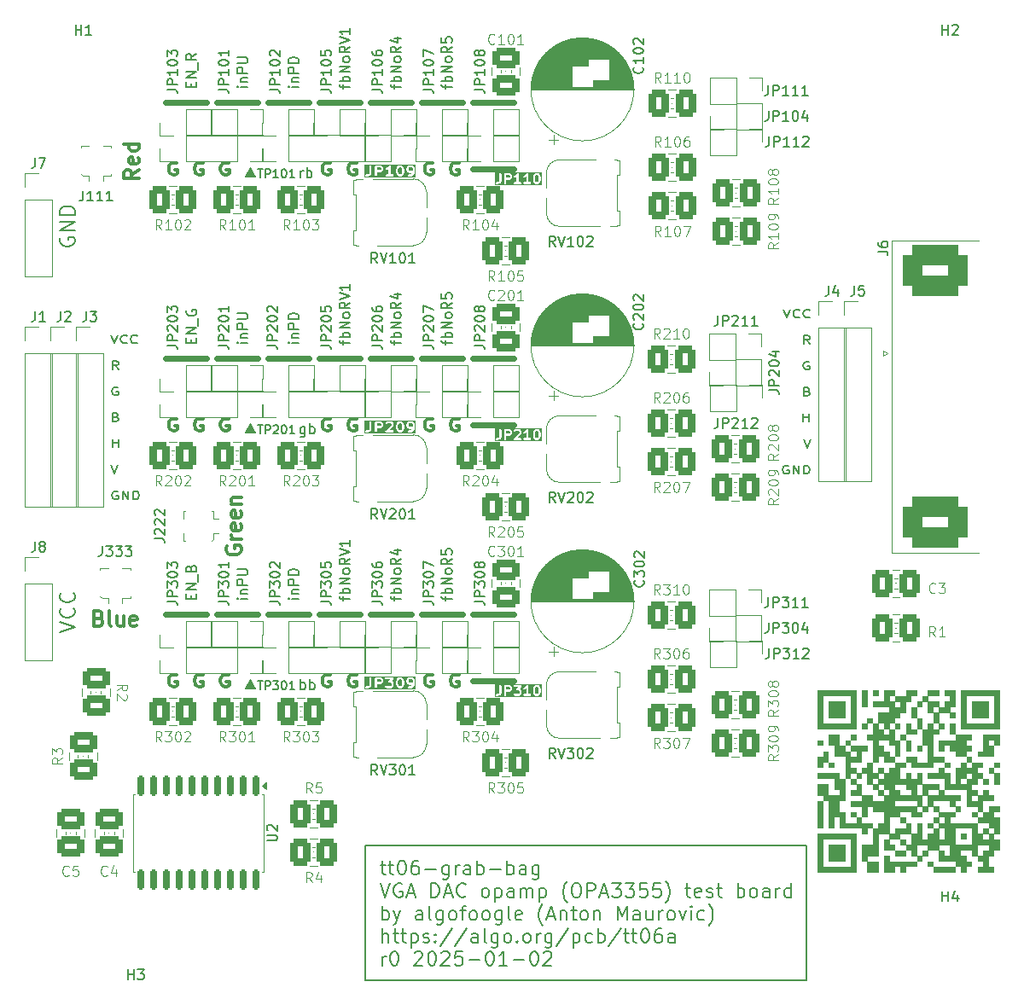
<source format=gto>
G04 #@! TF.GenerationSoftware,KiCad,Pcbnew,8.0.3*
G04 #@! TF.CreationDate,2025-01-02T16:48:01+10:30*
G04 #@! TF.ProjectId,tt06-vga-opamp,74743036-2d76-4676-912d-6f70616d702e,rev?*
G04 #@! TF.SameCoordinates,Original*
G04 #@! TF.FileFunction,Legend,Top*
G04 #@! TF.FilePolarity,Positive*
%FSLAX46Y46*%
G04 Gerber Fmt 4.6, Leading zero omitted, Abs format (unit mm)*
G04 Created by KiCad (PCBNEW 8.0.3) date 2025-01-02 16:48:01*
%MOMM*%
%LPD*%
G01*
G04 APERTURE LIST*
G04 Aperture macros list*
%AMRoundRect*
0 Rectangle with rounded corners*
0 $1 Rounding radius*
0 $2 $3 $4 $5 $6 $7 $8 $9 X,Y pos of 4 corners*
0 Add a 4 corners polygon primitive as box body*
4,1,4,$2,$3,$4,$5,$6,$7,$8,$9,$2,$3,0*
0 Add four circle primitives for the rounded corners*
1,1,$1+$1,$2,$3*
1,1,$1+$1,$4,$5*
1,1,$1+$1,$6,$7*
1,1,$1+$1,$8,$9*
0 Add four rect primitives between the rounded corners*
20,1,$1+$1,$2,$3,$4,$5,0*
20,1,$1+$1,$4,$5,$6,$7,0*
20,1,$1+$1,$6,$7,$8,$9,0*
20,1,$1+$1,$8,$9,$2,$3,0*%
G04 Aperture macros list end*
%ADD10C,0.300000*%
%ADD11C,0.200000*%
%ADD12C,0.600000*%
%ADD13C,0.100000*%
%ADD14C,0.150000*%
%ADD15C,0.120000*%
%ADD16C,0.000000*%
%ADD17R,1.050000X2.200000*%
%ADD18R,1.000000X1.000000*%
%ADD19R,2.200000X1.050000*%
%ADD20R,1.700000X1.700000*%
%ADD21O,1.700000X1.700000*%
%ADD22C,7.500000*%
%ADD23RoundRect,1.000000X2.250000X-1.500000X2.250000X1.500000X-2.250000X1.500000X-2.250000X-1.500000X0*%
%ADD24R,1.600000X1.600000*%
%ADD25C,1.600000*%
%ADD26RoundRect,0.150000X-0.150000X0.875000X-0.150000X-0.875000X0.150000X-0.875000X0.150000X0.875000X0*%
%ADD27C,1.560000*%
%ADD28R,1.560000X1.560000*%
%ADD29RoundRect,0.396226X-0.653774X-0.953774X0.653774X-0.953774X0.653774X0.953774X-0.653774X0.953774X0*%
%ADD30RoundRect,0.396226X0.653774X0.953774X-0.653774X0.953774X-0.653774X-0.953774X0.653774X-0.953774X0*%
%ADD31RoundRect,0.396226X-0.953774X0.653774X-0.953774X-0.653774X0.953774X-0.653774X0.953774X0.653774X0*%
%ADD32RoundRect,0.396226X0.953774X-0.653774X0.953774X0.653774X-0.953774X0.653774X-0.953774X-0.653774X0*%
G04 APERTURE END LIST*
D10*
X82212857Y-112680114D02*
X82427143Y-112751542D01*
X82427143Y-112751542D02*
X82498572Y-112822971D01*
X82498572Y-112822971D02*
X82570000Y-112965828D01*
X82570000Y-112965828D02*
X82570000Y-113180114D01*
X82570000Y-113180114D02*
X82498572Y-113322971D01*
X82498572Y-113322971D02*
X82427143Y-113394400D01*
X82427143Y-113394400D02*
X82284286Y-113465828D01*
X82284286Y-113465828D02*
X81712857Y-113465828D01*
X81712857Y-113465828D02*
X81712857Y-111965828D01*
X81712857Y-111965828D02*
X82212857Y-111965828D01*
X82212857Y-111965828D02*
X82355715Y-112037257D01*
X82355715Y-112037257D02*
X82427143Y-112108685D01*
X82427143Y-112108685D02*
X82498572Y-112251542D01*
X82498572Y-112251542D02*
X82498572Y-112394400D01*
X82498572Y-112394400D02*
X82427143Y-112537257D01*
X82427143Y-112537257D02*
X82355715Y-112608685D01*
X82355715Y-112608685D02*
X82212857Y-112680114D01*
X82212857Y-112680114D02*
X81712857Y-112680114D01*
X83427143Y-113465828D02*
X83284286Y-113394400D01*
X83284286Y-113394400D02*
X83212857Y-113251542D01*
X83212857Y-113251542D02*
X83212857Y-111965828D01*
X84641429Y-112465828D02*
X84641429Y-113465828D01*
X83998571Y-112465828D02*
X83998571Y-113251542D01*
X83998571Y-113251542D02*
X84070000Y-113394400D01*
X84070000Y-113394400D02*
X84212857Y-113465828D01*
X84212857Y-113465828D02*
X84427143Y-113465828D01*
X84427143Y-113465828D02*
X84570000Y-113394400D01*
X84570000Y-113394400D02*
X84641429Y-113322971D01*
X85927143Y-113394400D02*
X85784286Y-113465828D01*
X85784286Y-113465828D02*
X85498572Y-113465828D01*
X85498572Y-113465828D02*
X85355714Y-113394400D01*
X85355714Y-113394400D02*
X85284286Y-113251542D01*
X85284286Y-113251542D02*
X85284286Y-112680114D01*
X85284286Y-112680114D02*
X85355714Y-112537257D01*
X85355714Y-112537257D02*
X85498572Y-112465828D01*
X85498572Y-112465828D02*
X85784286Y-112465828D01*
X85784286Y-112465828D02*
X85927143Y-112537257D01*
X85927143Y-112537257D02*
X85998572Y-112680114D01*
X85998572Y-112680114D02*
X85998572Y-112822971D01*
X85998572Y-112822971D02*
X85284286Y-112965828D01*
X94892257Y-105540713D02*
X94820828Y-105683571D01*
X94820828Y-105683571D02*
X94820828Y-105897856D01*
X94820828Y-105897856D02*
X94892257Y-106112142D01*
X94892257Y-106112142D02*
X95035114Y-106254999D01*
X95035114Y-106254999D02*
X95177971Y-106326428D01*
X95177971Y-106326428D02*
X95463685Y-106397856D01*
X95463685Y-106397856D02*
X95677971Y-106397856D01*
X95677971Y-106397856D02*
X95963685Y-106326428D01*
X95963685Y-106326428D02*
X96106542Y-106254999D01*
X96106542Y-106254999D02*
X96249400Y-106112142D01*
X96249400Y-106112142D02*
X96320828Y-105897856D01*
X96320828Y-105897856D02*
X96320828Y-105754999D01*
X96320828Y-105754999D02*
X96249400Y-105540713D01*
X96249400Y-105540713D02*
X96177971Y-105469285D01*
X96177971Y-105469285D02*
X95677971Y-105469285D01*
X95677971Y-105469285D02*
X95677971Y-105754999D01*
X96320828Y-104826428D02*
X95320828Y-104826428D01*
X95606542Y-104826428D02*
X95463685Y-104754999D01*
X95463685Y-104754999D02*
X95392257Y-104683571D01*
X95392257Y-104683571D02*
X95320828Y-104540713D01*
X95320828Y-104540713D02*
X95320828Y-104397856D01*
X96249400Y-103326428D02*
X96320828Y-103469285D01*
X96320828Y-103469285D02*
X96320828Y-103755000D01*
X96320828Y-103755000D02*
X96249400Y-103897857D01*
X96249400Y-103897857D02*
X96106542Y-103969285D01*
X96106542Y-103969285D02*
X95535114Y-103969285D01*
X95535114Y-103969285D02*
X95392257Y-103897857D01*
X95392257Y-103897857D02*
X95320828Y-103755000D01*
X95320828Y-103755000D02*
X95320828Y-103469285D01*
X95320828Y-103469285D02*
X95392257Y-103326428D01*
X95392257Y-103326428D02*
X95535114Y-103255000D01*
X95535114Y-103255000D02*
X95677971Y-103255000D01*
X95677971Y-103255000D02*
X95820828Y-103969285D01*
X96249400Y-102040714D02*
X96320828Y-102183571D01*
X96320828Y-102183571D02*
X96320828Y-102469286D01*
X96320828Y-102469286D02*
X96249400Y-102612143D01*
X96249400Y-102612143D02*
X96106542Y-102683571D01*
X96106542Y-102683571D02*
X95535114Y-102683571D01*
X95535114Y-102683571D02*
X95392257Y-102612143D01*
X95392257Y-102612143D02*
X95320828Y-102469286D01*
X95320828Y-102469286D02*
X95320828Y-102183571D01*
X95320828Y-102183571D02*
X95392257Y-102040714D01*
X95392257Y-102040714D02*
X95535114Y-101969286D01*
X95535114Y-101969286D02*
X95677971Y-101969286D01*
X95677971Y-101969286D02*
X95820828Y-102683571D01*
X95320828Y-101326429D02*
X96320828Y-101326429D01*
X95463685Y-101326429D02*
X95392257Y-101255000D01*
X95392257Y-101255000D02*
X95320828Y-101112143D01*
X95320828Y-101112143D02*
X95320828Y-100897857D01*
X95320828Y-100897857D02*
X95392257Y-100755000D01*
X95392257Y-100755000D02*
X95535114Y-100683572D01*
X95535114Y-100683572D02*
X96320828Y-100683572D01*
X86160828Y-68167142D02*
X85446542Y-68667142D01*
X86160828Y-69024285D02*
X84660828Y-69024285D01*
X84660828Y-69024285D02*
X84660828Y-68452856D01*
X84660828Y-68452856D02*
X84732257Y-68309999D01*
X84732257Y-68309999D02*
X84803685Y-68238570D01*
X84803685Y-68238570D02*
X84946542Y-68167142D01*
X84946542Y-68167142D02*
X85160828Y-68167142D01*
X85160828Y-68167142D02*
X85303685Y-68238570D01*
X85303685Y-68238570D02*
X85375114Y-68309999D01*
X85375114Y-68309999D02*
X85446542Y-68452856D01*
X85446542Y-68452856D02*
X85446542Y-69024285D01*
X86089400Y-66952856D02*
X86160828Y-67095713D01*
X86160828Y-67095713D02*
X86160828Y-67381428D01*
X86160828Y-67381428D02*
X86089400Y-67524285D01*
X86089400Y-67524285D02*
X85946542Y-67595713D01*
X85946542Y-67595713D02*
X85375114Y-67595713D01*
X85375114Y-67595713D02*
X85232257Y-67524285D01*
X85232257Y-67524285D02*
X85160828Y-67381428D01*
X85160828Y-67381428D02*
X85160828Y-67095713D01*
X85160828Y-67095713D02*
X85232257Y-66952856D01*
X85232257Y-66952856D02*
X85375114Y-66881428D01*
X85375114Y-66881428D02*
X85517971Y-66881428D01*
X85517971Y-66881428D02*
X85660828Y-67595713D01*
X86160828Y-65595714D02*
X84660828Y-65595714D01*
X86089400Y-65595714D02*
X86160828Y-65738571D01*
X86160828Y-65738571D02*
X86160828Y-66024285D01*
X86160828Y-66024285D02*
X86089400Y-66167142D01*
X86089400Y-66167142D02*
X86017971Y-66238571D01*
X86017971Y-66238571D02*
X85875114Y-66309999D01*
X85875114Y-66309999D02*
X85446542Y-66309999D01*
X85446542Y-66309999D02*
X85303685Y-66238571D01*
X85303685Y-66238571D02*
X85232257Y-66167142D01*
X85232257Y-66167142D02*
X85160828Y-66024285D01*
X85160828Y-66024285D02*
X85160828Y-65738571D01*
X85160828Y-65738571D02*
X85232257Y-65595714D01*
D11*
X108585000Y-135255000D02*
X152400000Y-135255000D01*
X152400000Y-148590000D01*
X108585000Y-148590000D01*
X108585000Y-135255000D01*
X91344600Y-110755326D02*
X91344600Y-110421993D01*
X91894600Y-110279136D02*
X91894600Y-110755326D01*
X91894600Y-110755326D02*
X90844600Y-110755326D01*
X90844600Y-110755326D02*
X90844600Y-110279136D01*
X91894600Y-109850564D02*
X90844600Y-109850564D01*
X90844600Y-109850564D02*
X91894600Y-109279136D01*
X91894600Y-109279136D02*
X90844600Y-109279136D01*
X91994600Y-109041041D02*
X91994600Y-108279136D01*
X91344600Y-107707707D02*
X91394600Y-107564850D01*
X91394600Y-107564850D02*
X91444600Y-107517231D01*
X91444600Y-107517231D02*
X91544600Y-107469612D01*
X91544600Y-107469612D02*
X91694600Y-107469612D01*
X91694600Y-107469612D02*
X91794600Y-107517231D01*
X91794600Y-107517231D02*
X91844600Y-107564850D01*
X91844600Y-107564850D02*
X91894600Y-107660088D01*
X91894600Y-107660088D02*
X91894600Y-108041040D01*
X91894600Y-108041040D02*
X90844600Y-108041040D01*
X90844600Y-108041040D02*
X90844600Y-107707707D01*
X90844600Y-107707707D02*
X90894600Y-107612469D01*
X90894600Y-107612469D02*
X90944600Y-107564850D01*
X90944600Y-107564850D02*
X91044600Y-107517231D01*
X91044600Y-107517231D02*
X91144600Y-107517231D01*
X91144600Y-107517231D02*
X91244600Y-107564850D01*
X91244600Y-107564850D02*
X91294600Y-107612469D01*
X91294600Y-107612469D02*
X91344600Y-107707707D01*
X91344600Y-107707707D02*
X91344600Y-108041040D01*
X96965923Y-110755326D02*
X96265923Y-110755326D01*
X95915923Y-110755326D02*
X95965923Y-110802945D01*
X95965923Y-110802945D02*
X96015923Y-110755326D01*
X96015923Y-110755326D02*
X95965923Y-110707707D01*
X95965923Y-110707707D02*
X95915923Y-110755326D01*
X95915923Y-110755326D02*
X96015923Y-110755326D01*
X96265923Y-110279136D02*
X96965923Y-110279136D01*
X96365923Y-110279136D02*
X96315923Y-110231517D01*
X96315923Y-110231517D02*
X96265923Y-110136279D01*
X96265923Y-110136279D02*
X96265923Y-109993422D01*
X96265923Y-109993422D02*
X96315923Y-109898184D01*
X96315923Y-109898184D02*
X96415923Y-109850565D01*
X96415923Y-109850565D02*
X96965923Y-109850565D01*
X96965923Y-109374374D02*
X95915923Y-109374374D01*
X95915923Y-109374374D02*
X95915923Y-108993422D01*
X95915923Y-108993422D02*
X95965923Y-108898184D01*
X95965923Y-108898184D02*
X96015923Y-108850565D01*
X96015923Y-108850565D02*
X96115923Y-108802946D01*
X96115923Y-108802946D02*
X96265923Y-108802946D01*
X96265923Y-108802946D02*
X96365923Y-108850565D01*
X96365923Y-108850565D02*
X96415923Y-108898184D01*
X96415923Y-108898184D02*
X96465923Y-108993422D01*
X96465923Y-108993422D02*
X96465923Y-109374374D01*
X95915923Y-108374374D02*
X96765923Y-108374374D01*
X96765923Y-108374374D02*
X96865923Y-108326755D01*
X96865923Y-108326755D02*
X96915923Y-108279136D01*
X96915923Y-108279136D02*
X96965923Y-108183898D01*
X96965923Y-108183898D02*
X96965923Y-107993422D01*
X96965923Y-107993422D02*
X96915923Y-107898184D01*
X96915923Y-107898184D02*
X96865923Y-107850565D01*
X96865923Y-107850565D02*
X96765923Y-107802946D01*
X96765923Y-107802946D02*
X95915923Y-107802946D01*
X102037246Y-110755326D02*
X101337246Y-110755326D01*
X100987246Y-110755326D02*
X101037246Y-110802945D01*
X101037246Y-110802945D02*
X101087246Y-110755326D01*
X101087246Y-110755326D02*
X101037246Y-110707707D01*
X101037246Y-110707707D02*
X100987246Y-110755326D01*
X100987246Y-110755326D02*
X101087246Y-110755326D01*
X101337246Y-110279136D02*
X102037246Y-110279136D01*
X101437246Y-110279136D02*
X101387246Y-110231517D01*
X101387246Y-110231517D02*
X101337246Y-110136279D01*
X101337246Y-110136279D02*
X101337246Y-109993422D01*
X101337246Y-109993422D02*
X101387246Y-109898184D01*
X101387246Y-109898184D02*
X101487246Y-109850565D01*
X101487246Y-109850565D02*
X102037246Y-109850565D01*
X102037246Y-109374374D02*
X100987246Y-109374374D01*
X100987246Y-109374374D02*
X100987246Y-108993422D01*
X100987246Y-108993422D02*
X101037246Y-108898184D01*
X101037246Y-108898184D02*
X101087246Y-108850565D01*
X101087246Y-108850565D02*
X101187246Y-108802946D01*
X101187246Y-108802946D02*
X101337246Y-108802946D01*
X101337246Y-108802946D02*
X101437246Y-108850565D01*
X101437246Y-108850565D02*
X101487246Y-108898184D01*
X101487246Y-108898184D02*
X101537246Y-108993422D01*
X101537246Y-108993422D02*
X101537246Y-109374374D01*
X102037246Y-108374374D02*
X100987246Y-108374374D01*
X100987246Y-108374374D02*
X100987246Y-108136279D01*
X100987246Y-108136279D02*
X101037246Y-107993422D01*
X101037246Y-107993422D02*
X101137246Y-107898184D01*
X101137246Y-107898184D02*
X101237246Y-107850565D01*
X101237246Y-107850565D02*
X101437246Y-107802946D01*
X101437246Y-107802946D02*
X101587246Y-107802946D01*
X101587246Y-107802946D02*
X101787246Y-107850565D01*
X101787246Y-107850565D02*
X101887246Y-107898184D01*
X101887246Y-107898184D02*
X101987246Y-107993422D01*
X101987246Y-107993422D02*
X102037246Y-108136279D01*
X102037246Y-108136279D02*
X102037246Y-108374374D01*
X106408569Y-110898183D02*
X106408569Y-110517231D01*
X107108569Y-110755326D02*
X106208569Y-110755326D01*
X106208569Y-110755326D02*
X106108569Y-110707707D01*
X106108569Y-110707707D02*
X106058569Y-110612469D01*
X106058569Y-110612469D02*
X106058569Y-110517231D01*
X107108569Y-110183897D02*
X106058569Y-110183897D01*
X106458569Y-110183897D02*
X106408569Y-110088659D01*
X106408569Y-110088659D02*
X106408569Y-109898183D01*
X106408569Y-109898183D02*
X106458569Y-109802945D01*
X106458569Y-109802945D02*
X106508569Y-109755326D01*
X106508569Y-109755326D02*
X106608569Y-109707707D01*
X106608569Y-109707707D02*
X106908569Y-109707707D01*
X106908569Y-109707707D02*
X107008569Y-109755326D01*
X107008569Y-109755326D02*
X107058569Y-109802945D01*
X107058569Y-109802945D02*
X107108569Y-109898183D01*
X107108569Y-109898183D02*
X107108569Y-110088659D01*
X107108569Y-110088659D02*
X107058569Y-110183897D01*
X107108569Y-109279135D02*
X106058569Y-109279135D01*
X106058569Y-109279135D02*
X107108569Y-108707707D01*
X107108569Y-108707707D02*
X106058569Y-108707707D01*
X107108569Y-108088659D02*
X107058569Y-108183897D01*
X107058569Y-108183897D02*
X107008569Y-108231516D01*
X107008569Y-108231516D02*
X106908569Y-108279135D01*
X106908569Y-108279135D02*
X106608569Y-108279135D01*
X106608569Y-108279135D02*
X106508569Y-108231516D01*
X106508569Y-108231516D02*
X106458569Y-108183897D01*
X106458569Y-108183897D02*
X106408569Y-108088659D01*
X106408569Y-108088659D02*
X106408569Y-107945802D01*
X106408569Y-107945802D02*
X106458569Y-107850564D01*
X106458569Y-107850564D02*
X106508569Y-107802945D01*
X106508569Y-107802945D02*
X106608569Y-107755326D01*
X106608569Y-107755326D02*
X106908569Y-107755326D01*
X106908569Y-107755326D02*
X107008569Y-107802945D01*
X107008569Y-107802945D02*
X107058569Y-107850564D01*
X107058569Y-107850564D02*
X107108569Y-107945802D01*
X107108569Y-107945802D02*
X107108569Y-108088659D01*
X107108569Y-106755326D02*
X106608569Y-107088659D01*
X107108569Y-107326754D02*
X106058569Y-107326754D01*
X106058569Y-107326754D02*
X106058569Y-106945802D01*
X106058569Y-106945802D02*
X106108569Y-106850564D01*
X106108569Y-106850564D02*
X106158569Y-106802945D01*
X106158569Y-106802945D02*
X106258569Y-106755326D01*
X106258569Y-106755326D02*
X106408569Y-106755326D01*
X106408569Y-106755326D02*
X106508569Y-106802945D01*
X106508569Y-106802945D02*
X106558569Y-106850564D01*
X106558569Y-106850564D02*
X106608569Y-106945802D01*
X106608569Y-106945802D02*
X106608569Y-107326754D01*
X106058569Y-106469611D02*
X107108569Y-106136278D01*
X107108569Y-106136278D02*
X106058569Y-105802945D01*
X107108569Y-104945802D02*
X107108569Y-105517230D01*
X107108569Y-105231516D02*
X106058569Y-105231516D01*
X106058569Y-105231516D02*
X106208569Y-105326754D01*
X106208569Y-105326754D02*
X106308569Y-105421992D01*
X106308569Y-105421992D02*
X106358569Y-105517230D01*
X111479892Y-110898183D02*
X111479892Y-110517231D01*
X112179892Y-110755326D02*
X111279892Y-110755326D01*
X111279892Y-110755326D02*
X111179892Y-110707707D01*
X111179892Y-110707707D02*
X111129892Y-110612469D01*
X111129892Y-110612469D02*
X111129892Y-110517231D01*
X112179892Y-110183897D02*
X111129892Y-110183897D01*
X111529892Y-110183897D02*
X111479892Y-110088659D01*
X111479892Y-110088659D02*
X111479892Y-109898183D01*
X111479892Y-109898183D02*
X111529892Y-109802945D01*
X111529892Y-109802945D02*
X111579892Y-109755326D01*
X111579892Y-109755326D02*
X111679892Y-109707707D01*
X111679892Y-109707707D02*
X111979892Y-109707707D01*
X111979892Y-109707707D02*
X112079892Y-109755326D01*
X112079892Y-109755326D02*
X112129892Y-109802945D01*
X112129892Y-109802945D02*
X112179892Y-109898183D01*
X112179892Y-109898183D02*
X112179892Y-110088659D01*
X112179892Y-110088659D02*
X112129892Y-110183897D01*
X112179892Y-109279135D02*
X111129892Y-109279135D01*
X111129892Y-109279135D02*
X112179892Y-108707707D01*
X112179892Y-108707707D02*
X111129892Y-108707707D01*
X112179892Y-108088659D02*
X112129892Y-108183897D01*
X112129892Y-108183897D02*
X112079892Y-108231516D01*
X112079892Y-108231516D02*
X111979892Y-108279135D01*
X111979892Y-108279135D02*
X111679892Y-108279135D01*
X111679892Y-108279135D02*
X111579892Y-108231516D01*
X111579892Y-108231516D02*
X111529892Y-108183897D01*
X111529892Y-108183897D02*
X111479892Y-108088659D01*
X111479892Y-108088659D02*
X111479892Y-107945802D01*
X111479892Y-107945802D02*
X111529892Y-107850564D01*
X111529892Y-107850564D02*
X111579892Y-107802945D01*
X111579892Y-107802945D02*
X111679892Y-107755326D01*
X111679892Y-107755326D02*
X111979892Y-107755326D01*
X111979892Y-107755326D02*
X112079892Y-107802945D01*
X112079892Y-107802945D02*
X112129892Y-107850564D01*
X112129892Y-107850564D02*
X112179892Y-107945802D01*
X112179892Y-107945802D02*
X112179892Y-108088659D01*
X112179892Y-106755326D02*
X111679892Y-107088659D01*
X112179892Y-107326754D02*
X111129892Y-107326754D01*
X111129892Y-107326754D02*
X111129892Y-106945802D01*
X111129892Y-106945802D02*
X111179892Y-106850564D01*
X111179892Y-106850564D02*
X111229892Y-106802945D01*
X111229892Y-106802945D02*
X111329892Y-106755326D01*
X111329892Y-106755326D02*
X111479892Y-106755326D01*
X111479892Y-106755326D02*
X111579892Y-106802945D01*
X111579892Y-106802945D02*
X111629892Y-106850564D01*
X111629892Y-106850564D02*
X111679892Y-106945802D01*
X111679892Y-106945802D02*
X111679892Y-107326754D01*
X111479892Y-105898183D02*
X112179892Y-105898183D01*
X111079892Y-106136278D02*
X111829892Y-106374373D01*
X111829892Y-106374373D02*
X111829892Y-105755326D01*
X116551215Y-110898183D02*
X116551215Y-110517231D01*
X117251215Y-110755326D02*
X116351215Y-110755326D01*
X116351215Y-110755326D02*
X116251215Y-110707707D01*
X116251215Y-110707707D02*
X116201215Y-110612469D01*
X116201215Y-110612469D02*
X116201215Y-110517231D01*
X117251215Y-110183897D02*
X116201215Y-110183897D01*
X116601215Y-110183897D02*
X116551215Y-110088659D01*
X116551215Y-110088659D02*
X116551215Y-109898183D01*
X116551215Y-109898183D02*
X116601215Y-109802945D01*
X116601215Y-109802945D02*
X116651215Y-109755326D01*
X116651215Y-109755326D02*
X116751215Y-109707707D01*
X116751215Y-109707707D02*
X117051215Y-109707707D01*
X117051215Y-109707707D02*
X117151215Y-109755326D01*
X117151215Y-109755326D02*
X117201215Y-109802945D01*
X117201215Y-109802945D02*
X117251215Y-109898183D01*
X117251215Y-109898183D02*
X117251215Y-110088659D01*
X117251215Y-110088659D02*
X117201215Y-110183897D01*
X117251215Y-109279135D02*
X116201215Y-109279135D01*
X116201215Y-109279135D02*
X117251215Y-108707707D01*
X117251215Y-108707707D02*
X116201215Y-108707707D01*
X117251215Y-108088659D02*
X117201215Y-108183897D01*
X117201215Y-108183897D02*
X117151215Y-108231516D01*
X117151215Y-108231516D02*
X117051215Y-108279135D01*
X117051215Y-108279135D02*
X116751215Y-108279135D01*
X116751215Y-108279135D02*
X116651215Y-108231516D01*
X116651215Y-108231516D02*
X116601215Y-108183897D01*
X116601215Y-108183897D02*
X116551215Y-108088659D01*
X116551215Y-108088659D02*
X116551215Y-107945802D01*
X116551215Y-107945802D02*
X116601215Y-107850564D01*
X116601215Y-107850564D02*
X116651215Y-107802945D01*
X116651215Y-107802945D02*
X116751215Y-107755326D01*
X116751215Y-107755326D02*
X117051215Y-107755326D01*
X117051215Y-107755326D02*
X117151215Y-107802945D01*
X117151215Y-107802945D02*
X117201215Y-107850564D01*
X117201215Y-107850564D02*
X117251215Y-107945802D01*
X117251215Y-107945802D02*
X117251215Y-108088659D01*
X117251215Y-106755326D02*
X116751215Y-107088659D01*
X117251215Y-107326754D02*
X116201215Y-107326754D01*
X116201215Y-107326754D02*
X116201215Y-106945802D01*
X116201215Y-106945802D02*
X116251215Y-106850564D01*
X116251215Y-106850564D02*
X116301215Y-106802945D01*
X116301215Y-106802945D02*
X116401215Y-106755326D01*
X116401215Y-106755326D02*
X116551215Y-106755326D01*
X116551215Y-106755326D02*
X116651215Y-106802945D01*
X116651215Y-106802945D02*
X116701215Y-106850564D01*
X116701215Y-106850564D02*
X116751215Y-106945802D01*
X116751215Y-106945802D02*
X116751215Y-107326754D01*
X116201215Y-105850564D02*
X116201215Y-106326754D01*
X116201215Y-106326754D02*
X116701215Y-106374373D01*
X116701215Y-106374373D02*
X116651215Y-106326754D01*
X116651215Y-106326754D02*
X116601215Y-106231516D01*
X116601215Y-106231516D02*
X116601215Y-105993421D01*
X116601215Y-105993421D02*
X116651215Y-105898183D01*
X116651215Y-105898183D02*
X116701215Y-105850564D01*
X116701215Y-105850564D02*
X116801215Y-105802945D01*
X116801215Y-105802945D02*
X117051215Y-105802945D01*
X117051215Y-105802945D02*
X117151215Y-105850564D01*
X117151215Y-105850564D02*
X117201215Y-105898183D01*
X117201215Y-105898183D02*
X117251215Y-105993421D01*
X117251215Y-105993421D02*
X117251215Y-106231516D01*
X117251215Y-106231516D02*
X117201215Y-106326754D01*
X117201215Y-106326754D02*
X117151215Y-106374373D01*
X91344600Y-85355326D02*
X91344600Y-85021993D01*
X91894600Y-84879136D02*
X91894600Y-85355326D01*
X91894600Y-85355326D02*
X90844600Y-85355326D01*
X90844600Y-85355326D02*
X90844600Y-84879136D01*
X91894600Y-84450564D02*
X90844600Y-84450564D01*
X90844600Y-84450564D02*
X91894600Y-83879136D01*
X91894600Y-83879136D02*
X90844600Y-83879136D01*
X91994600Y-83641041D02*
X91994600Y-82879136D01*
X90894600Y-82117231D02*
X90844600Y-82212469D01*
X90844600Y-82212469D02*
X90844600Y-82355326D01*
X90844600Y-82355326D02*
X90894600Y-82498183D01*
X90894600Y-82498183D02*
X90994600Y-82593421D01*
X90994600Y-82593421D02*
X91094600Y-82641040D01*
X91094600Y-82641040D02*
X91294600Y-82688659D01*
X91294600Y-82688659D02*
X91444600Y-82688659D01*
X91444600Y-82688659D02*
X91644600Y-82641040D01*
X91644600Y-82641040D02*
X91744600Y-82593421D01*
X91744600Y-82593421D02*
X91844600Y-82498183D01*
X91844600Y-82498183D02*
X91894600Y-82355326D01*
X91894600Y-82355326D02*
X91894600Y-82260088D01*
X91894600Y-82260088D02*
X91844600Y-82117231D01*
X91844600Y-82117231D02*
X91794600Y-82069612D01*
X91794600Y-82069612D02*
X91444600Y-82069612D01*
X91444600Y-82069612D02*
X91444600Y-82260088D01*
X96965923Y-85355326D02*
X96265923Y-85355326D01*
X95915923Y-85355326D02*
X95965923Y-85402945D01*
X95965923Y-85402945D02*
X96015923Y-85355326D01*
X96015923Y-85355326D02*
X95965923Y-85307707D01*
X95965923Y-85307707D02*
X95915923Y-85355326D01*
X95915923Y-85355326D02*
X96015923Y-85355326D01*
X96265923Y-84879136D02*
X96965923Y-84879136D01*
X96365923Y-84879136D02*
X96315923Y-84831517D01*
X96315923Y-84831517D02*
X96265923Y-84736279D01*
X96265923Y-84736279D02*
X96265923Y-84593422D01*
X96265923Y-84593422D02*
X96315923Y-84498184D01*
X96315923Y-84498184D02*
X96415923Y-84450565D01*
X96415923Y-84450565D02*
X96965923Y-84450565D01*
X96965923Y-83974374D02*
X95915923Y-83974374D01*
X95915923Y-83974374D02*
X95915923Y-83593422D01*
X95915923Y-83593422D02*
X95965923Y-83498184D01*
X95965923Y-83498184D02*
X96015923Y-83450565D01*
X96015923Y-83450565D02*
X96115923Y-83402946D01*
X96115923Y-83402946D02*
X96265923Y-83402946D01*
X96265923Y-83402946D02*
X96365923Y-83450565D01*
X96365923Y-83450565D02*
X96415923Y-83498184D01*
X96415923Y-83498184D02*
X96465923Y-83593422D01*
X96465923Y-83593422D02*
X96465923Y-83974374D01*
X95915923Y-82974374D02*
X96765923Y-82974374D01*
X96765923Y-82974374D02*
X96865923Y-82926755D01*
X96865923Y-82926755D02*
X96915923Y-82879136D01*
X96915923Y-82879136D02*
X96965923Y-82783898D01*
X96965923Y-82783898D02*
X96965923Y-82593422D01*
X96965923Y-82593422D02*
X96915923Y-82498184D01*
X96915923Y-82498184D02*
X96865923Y-82450565D01*
X96865923Y-82450565D02*
X96765923Y-82402946D01*
X96765923Y-82402946D02*
X95915923Y-82402946D01*
X102037246Y-85355326D02*
X101337246Y-85355326D01*
X100987246Y-85355326D02*
X101037246Y-85402945D01*
X101037246Y-85402945D02*
X101087246Y-85355326D01*
X101087246Y-85355326D02*
X101037246Y-85307707D01*
X101037246Y-85307707D02*
X100987246Y-85355326D01*
X100987246Y-85355326D02*
X101087246Y-85355326D01*
X101337246Y-84879136D02*
X102037246Y-84879136D01*
X101437246Y-84879136D02*
X101387246Y-84831517D01*
X101387246Y-84831517D02*
X101337246Y-84736279D01*
X101337246Y-84736279D02*
X101337246Y-84593422D01*
X101337246Y-84593422D02*
X101387246Y-84498184D01*
X101387246Y-84498184D02*
X101487246Y-84450565D01*
X101487246Y-84450565D02*
X102037246Y-84450565D01*
X102037246Y-83974374D02*
X100987246Y-83974374D01*
X100987246Y-83974374D02*
X100987246Y-83593422D01*
X100987246Y-83593422D02*
X101037246Y-83498184D01*
X101037246Y-83498184D02*
X101087246Y-83450565D01*
X101087246Y-83450565D02*
X101187246Y-83402946D01*
X101187246Y-83402946D02*
X101337246Y-83402946D01*
X101337246Y-83402946D02*
X101437246Y-83450565D01*
X101437246Y-83450565D02*
X101487246Y-83498184D01*
X101487246Y-83498184D02*
X101537246Y-83593422D01*
X101537246Y-83593422D02*
X101537246Y-83974374D01*
X102037246Y-82974374D02*
X100987246Y-82974374D01*
X100987246Y-82974374D02*
X100987246Y-82736279D01*
X100987246Y-82736279D02*
X101037246Y-82593422D01*
X101037246Y-82593422D02*
X101137246Y-82498184D01*
X101137246Y-82498184D02*
X101237246Y-82450565D01*
X101237246Y-82450565D02*
X101437246Y-82402946D01*
X101437246Y-82402946D02*
X101587246Y-82402946D01*
X101587246Y-82402946D02*
X101787246Y-82450565D01*
X101787246Y-82450565D02*
X101887246Y-82498184D01*
X101887246Y-82498184D02*
X101987246Y-82593422D01*
X101987246Y-82593422D02*
X102037246Y-82736279D01*
X102037246Y-82736279D02*
X102037246Y-82974374D01*
X106408569Y-85498183D02*
X106408569Y-85117231D01*
X107108569Y-85355326D02*
X106208569Y-85355326D01*
X106208569Y-85355326D02*
X106108569Y-85307707D01*
X106108569Y-85307707D02*
X106058569Y-85212469D01*
X106058569Y-85212469D02*
X106058569Y-85117231D01*
X107108569Y-84783897D02*
X106058569Y-84783897D01*
X106458569Y-84783897D02*
X106408569Y-84688659D01*
X106408569Y-84688659D02*
X106408569Y-84498183D01*
X106408569Y-84498183D02*
X106458569Y-84402945D01*
X106458569Y-84402945D02*
X106508569Y-84355326D01*
X106508569Y-84355326D02*
X106608569Y-84307707D01*
X106608569Y-84307707D02*
X106908569Y-84307707D01*
X106908569Y-84307707D02*
X107008569Y-84355326D01*
X107008569Y-84355326D02*
X107058569Y-84402945D01*
X107058569Y-84402945D02*
X107108569Y-84498183D01*
X107108569Y-84498183D02*
X107108569Y-84688659D01*
X107108569Y-84688659D02*
X107058569Y-84783897D01*
X107108569Y-83879135D02*
X106058569Y-83879135D01*
X106058569Y-83879135D02*
X107108569Y-83307707D01*
X107108569Y-83307707D02*
X106058569Y-83307707D01*
X107108569Y-82688659D02*
X107058569Y-82783897D01*
X107058569Y-82783897D02*
X107008569Y-82831516D01*
X107008569Y-82831516D02*
X106908569Y-82879135D01*
X106908569Y-82879135D02*
X106608569Y-82879135D01*
X106608569Y-82879135D02*
X106508569Y-82831516D01*
X106508569Y-82831516D02*
X106458569Y-82783897D01*
X106458569Y-82783897D02*
X106408569Y-82688659D01*
X106408569Y-82688659D02*
X106408569Y-82545802D01*
X106408569Y-82545802D02*
X106458569Y-82450564D01*
X106458569Y-82450564D02*
X106508569Y-82402945D01*
X106508569Y-82402945D02*
X106608569Y-82355326D01*
X106608569Y-82355326D02*
X106908569Y-82355326D01*
X106908569Y-82355326D02*
X107008569Y-82402945D01*
X107008569Y-82402945D02*
X107058569Y-82450564D01*
X107058569Y-82450564D02*
X107108569Y-82545802D01*
X107108569Y-82545802D02*
X107108569Y-82688659D01*
X107108569Y-81355326D02*
X106608569Y-81688659D01*
X107108569Y-81926754D02*
X106058569Y-81926754D01*
X106058569Y-81926754D02*
X106058569Y-81545802D01*
X106058569Y-81545802D02*
X106108569Y-81450564D01*
X106108569Y-81450564D02*
X106158569Y-81402945D01*
X106158569Y-81402945D02*
X106258569Y-81355326D01*
X106258569Y-81355326D02*
X106408569Y-81355326D01*
X106408569Y-81355326D02*
X106508569Y-81402945D01*
X106508569Y-81402945D02*
X106558569Y-81450564D01*
X106558569Y-81450564D02*
X106608569Y-81545802D01*
X106608569Y-81545802D02*
X106608569Y-81926754D01*
X106058569Y-81069611D02*
X107108569Y-80736278D01*
X107108569Y-80736278D02*
X106058569Y-80402945D01*
X107108569Y-79545802D02*
X107108569Y-80117230D01*
X107108569Y-79831516D02*
X106058569Y-79831516D01*
X106058569Y-79831516D02*
X106208569Y-79926754D01*
X106208569Y-79926754D02*
X106308569Y-80021992D01*
X106308569Y-80021992D02*
X106358569Y-80117230D01*
X111479892Y-85498183D02*
X111479892Y-85117231D01*
X112179892Y-85355326D02*
X111279892Y-85355326D01*
X111279892Y-85355326D02*
X111179892Y-85307707D01*
X111179892Y-85307707D02*
X111129892Y-85212469D01*
X111129892Y-85212469D02*
X111129892Y-85117231D01*
X112179892Y-84783897D02*
X111129892Y-84783897D01*
X111529892Y-84783897D02*
X111479892Y-84688659D01*
X111479892Y-84688659D02*
X111479892Y-84498183D01*
X111479892Y-84498183D02*
X111529892Y-84402945D01*
X111529892Y-84402945D02*
X111579892Y-84355326D01*
X111579892Y-84355326D02*
X111679892Y-84307707D01*
X111679892Y-84307707D02*
X111979892Y-84307707D01*
X111979892Y-84307707D02*
X112079892Y-84355326D01*
X112079892Y-84355326D02*
X112129892Y-84402945D01*
X112129892Y-84402945D02*
X112179892Y-84498183D01*
X112179892Y-84498183D02*
X112179892Y-84688659D01*
X112179892Y-84688659D02*
X112129892Y-84783897D01*
X112179892Y-83879135D02*
X111129892Y-83879135D01*
X111129892Y-83879135D02*
X112179892Y-83307707D01*
X112179892Y-83307707D02*
X111129892Y-83307707D01*
X112179892Y-82688659D02*
X112129892Y-82783897D01*
X112129892Y-82783897D02*
X112079892Y-82831516D01*
X112079892Y-82831516D02*
X111979892Y-82879135D01*
X111979892Y-82879135D02*
X111679892Y-82879135D01*
X111679892Y-82879135D02*
X111579892Y-82831516D01*
X111579892Y-82831516D02*
X111529892Y-82783897D01*
X111529892Y-82783897D02*
X111479892Y-82688659D01*
X111479892Y-82688659D02*
X111479892Y-82545802D01*
X111479892Y-82545802D02*
X111529892Y-82450564D01*
X111529892Y-82450564D02*
X111579892Y-82402945D01*
X111579892Y-82402945D02*
X111679892Y-82355326D01*
X111679892Y-82355326D02*
X111979892Y-82355326D01*
X111979892Y-82355326D02*
X112079892Y-82402945D01*
X112079892Y-82402945D02*
X112129892Y-82450564D01*
X112129892Y-82450564D02*
X112179892Y-82545802D01*
X112179892Y-82545802D02*
X112179892Y-82688659D01*
X112179892Y-81355326D02*
X111679892Y-81688659D01*
X112179892Y-81926754D02*
X111129892Y-81926754D01*
X111129892Y-81926754D02*
X111129892Y-81545802D01*
X111129892Y-81545802D02*
X111179892Y-81450564D01*
X111179892Y-81450564D02*
X111229892Y-81402945D01*
X111229892Y-81402945D02*
X111329892Y-81355326D01*
X111329892Y-81355326D02*
X111479892Y-81355326D01*
X111479892Y-81355326D02*
X111579892Y-81402945D01*
X111579892Y-81402945D02*
X111629892Y-81450564D01*
X111629892Y-81450564D02*
X111679892Y-81545802D01*
X111679892Y-81545802D02*
X111679892Y-81926754D01*
X111479892Y-80498183D02*
X112179892Y-80498183D01*
X111079892Y-80736278D02*
X111829892Y-80974373D01*
X111829892Y-80974373D02*
X111829892Y-80355326D01*
X116551215Y-85498183D02*
X116551215Y-85117231D01*
X117251215Y-85355326D02*
X116351215Y-85355326D01*
X116351215Y-85355326D02*
X116251215Y-85307707D01*
X116251215Y-85307707D02*
X116201215Y-85212469D01*
X116201215Y-85212469D02*
X116201215Y-85117231D01*
X117251215Y-84783897D02*
X116201215Y-84783897D01*
X116601215Y-84783897D02*
X116551215Y-84688659D01*
X116551215Y-84688659D02*
X116551215Y-84498183D01*
X116551215Y-84498183D02*
X116601215Y-84402945D01*
X116601215Y-84402945D02*
X116651215Y-84355326D01*
X116651215Y-84355326D02*
X116751215Y-84307707D01*
X116751215Y-84307707D02*
X117051215Y-84307707D01*
X117051215Y-84307707D02*
X117151215Y-84355326D01*
X117151215Y-84355326D02*
X117201215Y-84402945D01*
X117201215Y-84402945D02*
X117251215Y-84498183D01*
X117251215Y-84498183D02*
X117251215Y-84688659D01*
X117251215Y-84688659D02*
X117201215Y-84783897D01*
X117251215Y-83879135D02*
X116201215Y-83879135D01*
X116201215Y-83879135D02*
X117251215Y-83307707D01*
X117251215Y-83307707D02*
X116201215Y-83307707D01*
X117251215Y-82688659D02*
X117201215Y-82783897D01*
X117201215Y-82783897D02*
X117151215Y-82831516D01*
X117151215Y-82831516D02*
X117051215Y-82879135D01*
X117051215Y-82879135D02*
X116751215Y-82879135D01*
X116751215Y-82879135D02*
X116651215Y-82831516D01*
X116651215Y-82831516D02*
X116601215Y-82783897D01*
X116601215Y-82783897D02*
X116551215Y-82688659D01*
X116551215Y-82688659D02*
X116551215Y-82545802D01*
X116551215Y-82545802D02*
X116601215Y-82450564D01*
X116601215Y-82450564D02*
X116651215Y-82402945D01*
X116651215Y-82402945D02*
X116751215Y-82355326D01*
X116751215Y-82355326D02*
X117051215Y-82355326D01*
X117051215Y-82355326D02*
X117151215Y-82402945D01*
X117151215Y-82402945D02*
X117201215Y-82450564D01*
X117201215Y-82450564D02*
X117251215Y-82545802D01*
X117251215Y-82545802D02*
X117251215Y-82688659D01*
X117251215Y-81355326D02*
X116751215Y-81688659D01*
X117251215Y-81926754D02*
X116201215Y-81926754D01*
X116201215Y-81926754D02*
X116201215Y-81545802D01*
X116201215Y-81545802D02*
X116251215Y-81450564D01*
X116251215Y-81450564D02*
X116301215Y-81402945D01*
X116301215Y-81402945D02*
X116401215Y-81355326D01*
X116401215Y-81355326D02*
X116551215Y-81355326D01*
X116551215Y-81355326D02*
X116651215Y-81402945D01*
X116651215Y-81402945D02*
X116701215Y-81450564D01*
X116701215Y-81450564D02*
X116751215Y-81545802D01*
X116751215Y-81545802D02*
X116751215Y-81926754D01*
X116201215Y-80450564D02*
X116201215Y-80926754D01*
X116201215Y-80926754D02*
X116701215Y-80974373D01*
X116701215Y-80974373D02*
X116651215Y-80926754D01*
X116651215Y-80926754D02*
X116601215Y-80831516D01*
X116601215Y-80831516D02*
X116601215Y-80593421D01*
X116601215Y-80593421D02*
X116651215Y-80498183D01*
X116651215Y-80498183D02*
X116701215Y-80450564D01*
X116701215Y-80450564D02*
X116801215Y-80402945D01*
X116801215Y-80402945D02*
X117051215Y-80402945D01*
X117051215Y-80402945D02*
X117151215Y-80450564D01*
X117151215Y-80450564D02*
X117201215Y-80498183D01*
X117201215Y-80498183D02*
X117251215Y-80593421D01*
X117251215Y-80593421D02*
X117251215Y-80831516D01*
X117251215Y-80831516D02*
X117201215Y-80926754D01*
X117201215Y-80926754D02*
X117151215Y-80974373D01*
X91344600Y-59955326D02*
X91344600Y-59621993D01*
X91894600Y-59479136D02*
X91894600Y-59955326D01*
X91894600Y-59955326D02*
X90844600Y-59955326D01*
X90844600Y-59955326D02*
X90844600Y-59479136D01*
X91894600Y-59050564D02*
X90844600Y-59050564D01*
X90844600Y-59050564D02*
X91894600Y-58479136D01*
X91894600Y-58479136D02*
X90844600Y-58479136D01*
X91994600Y-58241041D02*
X91994600Y-57479136D01*
X91894600Y-56669612D02*
X91394600Y-57002945D01*
X91894600Y-57241040D02*
X90844600Y-57241040D01*
X90844600Y-57241040D02*
X90844600Y-56860088D01*
X90844600Y-56860088D02*
X90894600Y-56764850D01*
X90894600Y-56764850D02*
X90944600Y-56717231D01*
X90944600Y-56717231D02*
X91044600Y-56669612D01*
X91044600Y-56669612D02*
X91194600Y-56669612D01*
X91194600Y-56669612D02*
X91294600Y-56717231D01*
X91294600Y-56717231D02*
X91344600Y-56764850D01*
X91344600Y-56764850D02*
X91394600Y-56860088D01*
X91394600Y-56860088D02*
X91394600Y-57241040D01*
X96965923Y-59955326D02*
X96265923Y-59955326D01*
X95915923Y-59955326D02*
X95965923Y-60002945D01*
X95965923Y-60002945D02*
X96015923Y-59955326D01*
X96015923Y-59955326D02*
X95965923Y-59907707D01*
X95965923Y-59907707D02*
X95915923Y-59955326D01*
X95915923Y-59955326D02*
X96015923Y-59955326D01*
X96265923Y-59479136D02*
X96965923Y-59479136D01*
X96365923Y-59479136D02*
X96315923Y-59431517D01*
X96315923Y-59431517D02*
X96265923Y-59336279D01*
X96265923Y-59336279D02*
X96265923Y-59193422D01*
X96265923Y-59193422D02*
X96315923Y-59098184D01*
X96315923Y-59098184D02*
X96415923Y-59050565D01*
X96415923Y-59050565D02*
X96965923Y-59050565D01*
X96965923Y-58574374D02*
X95915923Y-58574374D01*
X95915923Y-58574374D02*
X95915923Y-58193422D01*
X95915923Y-58193422D02*
X95965923Y-58098184D01*
X95965923Y-58098184D02*
X96015923Y-58050565D01*
X96015923Y-58050565D02*
X96115923Y-58002946D01*
X96115923Y-58002946D02*
X96265923Y-58002946D01*
X96265923Y-58002946D02*
X96365923Y-58050565D01*
X96365923Y-58050565D02*
X96415923Y-58098184D01*
X96415923Y-58098184D02*
X96465923Y-58193422D01*
X96465923Y-58193422D02*
X96465923Y-58574374D01*
X95915923Y-57574374D02*
X96765923Y-57574374D01*
X96765923Y-57574374D02*
X96865923Y-57526755D01*
X96865923Y-57526755D02*
X96915923Y-57479136D01*
X96915923Y-57479136D02*
X96965923Y-57383898D01*
X96965923Y-57383898D02*
X96965923Y-57193422D01*
X96965923Y-57193422D02*
X96915923Y-57098184D01*
X96915923Y-57098184D02*
X96865923Y-57050565D01*
X96865923Y-57050565D02*
X96765923Y-57002946D01*
X96765923Y-57002946D02*
X95915923Y-57002946D01*
X102037246Y-59955326D02*
X101337246Y-59955326D01*
X100987246Y-59955326D02*
X101037246Y-60002945D01*
X101037246Y-60002945D02*
X101087246Y-59955326D01*
X101087246Y-59955326D02*
X101037246Y-59907707D01*
X101037246Y-59907707D02*
X100987246Y-59955326D01*
X100987246Y-59955326D02*
X101087246Y-59955326D01*
X101337246Y-59479136D02*
X102037246Y-59479136D01*
X101437246Y-59479136D02*
X101387246Y-59431517D01*
X101387246Y-59431517D02*
X101337246Y-59336279D01*
X101337246Y-59336279D02*
X101337246Y-59193422D01*
X101337246Y-59193422D02*
X101387246Y-59098184D01*
X101387246Y-59098184D02*
X101487246Y-59050565D01*
X101487246Y-59050565D02*
X102037246Y-59050565D01*
X102037246Y-58574374D02*
X100987246Y-58574374D01*
X100987246Y-58574374D02*
X100987246Y-58193422D01*
X100987246Y-58193422D02*
X101037246Y-58098184D01*
X101037246Y-58098184D02*
X101087246Y-58050565D01*
X101087246Y-58050565D02*
X101187246Y-58002946D01*
X101187246Y-58002946D02*
X101337246Y-58002946D01*
X101337246Y-58002946D02*
X101437246Y-58050565D01*
X101437246Y-58050565D02*
X101487246Y-58098184D01*
X101487246Y-58098184D02*
X101537246Y-58193422D01*
X101537246Y-58193422D02*
X101537246Y-58574374D01*
X102037246Y-57574374D02*
X100987246Y-57574374D01*
X100987246Y-57574374D02*
X100987246Y-57336279D01*
X100987246Y-57336279D02*
X101037246Y-57193422D01*
X101037246Y-57193422D02*
X101137246Y-57098184D01*
X101137246Y-57098184D02*
X101237246Y-57050565D01*
X101237246Y-57050565D02*
X101437246Y-57002946D01*
X101437246Y-57002946D02*
X101587246Y-57002946D01*
X101587246Y-57002946D02*
X101787246Y-57050565D01*
X101787246Y-57050565D02*
X101887246Y-57098184D01*
X101887246Y-57098184D02*
X101987246Y-57193422D01*
X101987246Y-57193422D02*
X102037246Y-57336279D01*
X102037246Y-57336279D02*
X102037246Y-57574374D01*
X106408569Y-60098183D02*
X106408569Y-59717231D01*
X107108569Y-59955326D02*
X106208569Y-59955326D01*
X106208569Y-59955326D02*
X106108569Y-59907707D01*
X106108569Y-59907707D02*
X106058569Y-59812469D01*
X106058569Y-59812469D02*
X106058569Y-59717231D01*
X107108569Y-59383897D02*
X106058569Y-59383897D01*
X106458569Y-59383897D02*
X106408569Y-59288659D01*
X106408569Y-59288659D02*
X106408569Y-59098183D01*
X106408569Y-59098183D02*
X106458569Y-59002945D01*
X106458569Y-59002945D02*
X106508569Y-58955326D01*
X106508569Y-58955326D02*
X106608569Y-58907707D01*
X106608569Y-58907707D02*
X106908569Y-58907707D01*
X106908569Y-58907707D02*
X107008569Y-58955326D01*
X107008569Y-58955326D02*
X107058569Y-59002945D01*
X107058569Y-59002945D02*
X107108569Y-59098183D01*
X107108569Y-59098183D02*
X107108569Y-59288659D01*
X107108569Y-59288659D02*
X107058569Y-59383897D01*
X107108569Y-58479135D02*
X106058569Y-58479135D01*
X106058569Y-58479135D02*
X107108569Y-57907707D01*
X107108569Y-57907707D02*
X106058569Y-57907707D01*
X107108569Y-57288659D02*
X107058569Y-57383897D01*
X107058569Y-57383897D02*
X107008569Y-57431516D01*
X107008569Y-57431516D02*
X106908569Y-57479135D01*
X106908569Y-57479135D02*
X106608569Y-57479135D01*
X106608569Y-57479135D02*
X106508569Y-57431516D01*
X106508569Y-57431516D02*
X106458569Y-57383897D01*
X106458569Y-57383897D02*
X106408569Y-57288659D01*
X106408569Y-57288659D02*
X106408569Y-57145802D01*
X106408569Y-57145802D02*
X106458569Y-57050564D01*
X106458569Y-57050564D02*
X106508569Y-57002945D01*
X106508569Y-57002945D02*
X106608569Y-56955326D01*
X106608569Y-56955326D02*
X106908569Y-56955326D01*
X106908569Y-56955326D02*
X107008569Y-57002945D01*
X107008569Y-57002945D02*
X107058569Y-57050564D01*
X107058569Y-57050564D02*
X107108569Y-57145802D01*
X107108569Y-57145802D02*
X107108569Y-57288659D01*
X107108569Y-55955326D02*
X106608569Y-56288659D01*
X107108569Y-56526754D02*
X106058569Y-56526754D01*
X106058569Y-56526754D02*
X106058569Y-56145802D01*
X106058569Y-56145802D02*
X106108569Y-56050564D01*
X106108569Y-56050564D02*
X106158569Y-56002945D01*
X106158569Y-56002945D02*
X106258569Y-55955326D01*
X106258569Y-55955326D02*
X106408569Y-55955326D01*
X106408569Y-55955326D02*
X106508569Y-56002945D01*
X106508569Y-56002945D02*
X106558569Y-56050564D01*
X106558569Y-56050564D02*
X106608569Y-56145802D01*
X106608569Y-56145802D02*
X106608569Y-56526754D01*
X106058569Y-55669611D02*
X107108569Y-55336278D01*
X107108569Y-55336278D02*
X106058569Y-55002945D01*
X107108569Y-54145802D02*
X107108569Y-54717230D01*
X107108569Y-54431516D02*
X106058569Y-54431516D01*
X106058569Y-54431516D02*
X106208569Y-54526754D01*
X106208569Y-54526754D02*
X106308569Y-54621992D01*
X106308569Y-54621992D02*
X106358569Y-54717230D01*
X111479892Y-60098183D02*
X111479892Y-59717231D01*
X112179892Y-59955326D02*
X111279892Y-59955326D01*
X111279892Y-59955326D02*
X111179892Y-59907707D01*
X111179892Y-59907707D02*
X111129892Y-59812469D01*
X111129892Y-59812469D02*
X111129892Y-59717231D01*
X112179892Y-59383897D02*
X111129892Y-59383897D01*
X111529892Y-59383897D02*
X111479892Y-59288659D01*
X111479892Y-59288659D02*
X111479892Y-59098183D01*
X111479892Y-59098183D02*
X111529892Y-59002945D01*
X111529892Y-59002945D02*
X111579892Y-58955326D01*
X111579892Y-58955326D02*
X111679892Y-58907707D01*
X111679892Y-58907707D02*
X111979892Y-58907707D01*
X111979892Y-58907707D02*
X112079892Y-58955326D01*
X112079892Y-58955326D02*
X112129892Y-59002945D01*
X112129892Y-59002945D02*
X112179892Y-59098183D01*
X112179892Y-59098183D02*
X112179892Y-59288659D01*
X112179892Y-59288659D02*
X112129892Y-59383897D01*
X112179892Y-58479135D02*
X111129892Y-58479135D01*
X111129892Y-58479135D02*
X112179892Y-57907707D01*
X112179892Y-57907707D02*
X111129892Y-57907707D01*
X112179892Y-57288659D02*
X112129892Y-57383897D01*
X112129892Y-57383897D02*
X112079892Y-57431516D01*
X112079892Y-57431516D02*
X111979892Y-57479135D01*
X111979892Y-57479135D02*
X111679892Y-57479135D01*
X111679892Y-57479135D02*
X111579892Y-57431516D01*
X111579892Y-57431516D02*
X111529892Y-57383897D01*
X111529892Y-57383897D02*
X111479892Y-57288659D01*
X111479892Y-57288659D02*
X111479892Y-57145802D01*
X111479892Y-57145802D02*
X111529892Y-57050564D01*
X111529892Y-57050564D02*
X111579892Y-57002945D01*
X111579892Y-57002945D02*
X111679892Y-56955326D01*
X111679892Y-56955326D02*
X111979892Y-56955326D01*
X111979892Y-56955326D02*
X112079892Y-57002945D01*
X112079892Y-57002945D02*
X112129892Y-57050564D01*
X112129892Y-57050564D02*
X112179892Y-57145802D01*
X112179892Y-57145802D02*
X112179892Y-57288659D01*
X112179892Y-55955326D02*
X111679892Y-56288659D01*
X112179892Y-56526754D02*
X111129892Y-56526754D01*
X111129892Y-56526754D02*
X111129892Y-56145802D01*
X111129892Y-56145802D02*
X111179892Y-56050564D01*
X111179892Y-56050564D02*
X111229892Y-56002945D01*
X111229892Y-56002945D02*
X111329892Y-55955326D01*
X111329892Y-55955326D02*
X111479892Y-55955326D01*
X111479892Y-55955326D02*
X111579892Y-56002945D01*
X111579892Y-56002945D02*
X111629892Y-56050564D01*
X111629892Y-56050564D02*
X111679892Y-56145802D01*
X111679892Y-56145802D02*
X111679892Y-56526754D01*
X111479892Y-55098183D02*
X112179892Y-55098183D01*
X111079892Y-55336278D02*
X111829892Y-55574373D01*
X111829892Y-55574373D02*
X111829892Y-54955326D01*
X116551215Y-60098183D02*
X116551215Y-59717231D01*
X117251215Y-59955326D02*
X116351215Y-59955326D01*
X116351215Y-59955326D02*
X116251215Y-59907707D01*
X116251215Y-59907707D02*
X116201215Y-59812469D01*
X116201215Y-59812469D02*
X116201215Y-59717231D01*
X117251215Y-59383897D02*
X116201215Y-59383897D01*
X116601215Y-59383897D02*
X116551215Y-59288659D01*
X116551215Y-59288659D02*
X116551215Y-59098183D01*
X116551215Y-59098183D02*
X116601215Y-59002945D01*
X116601215Y-59002945D02*
X116651215Y-58955326D01*
X116651215Y-58955326D02*
X116751215Y-58907707D01*
X116751215Y-58907707D02*
X117051215Y-58907707D01*
X117051215Y-58907707D02*
X117151215Y-58955326D01*
X117151215Y-58955326D02*
X117201215Y-59002945D01*
X117201215Y-59002945D02*
X117251215Y-59098183D01*
X117251215Y-59098183D02*
X117251215Y-59288659D01*
X117251215Y-59288659D02*
X117201215Y-59383897D01*
X117251215Y-58479135D02*
X116201215Y-58479135D01*
X116201215Y-58479135D02*
X117251215Y-57907707D01*
X117251215Y-57907707D02*
X116201215Y-57907707D01*
X117251215Y-57288659D02*
X117201215Y-57383897D01*
X117201215Y-57383897D02*
X117151215Y-57431516D01*
X117151215Y-57431516D02*
X117051215Y-57479135D01*
X117051215Y-57479135D02*
X116751215Y-57479135D01*
X116751215Y-57479135D02*
X116651215Y-57431516D01*
X116651215Y-57431516D02*
X116601215Y-57383897D01*
X116601215Y-57383897D02*
X116551215Y-57288659D01*
X116551215Y-57288659D02*
X116551215Y-57145802D01*
X116551215Y-57145802D02*
X116601215Y-57050564D01*
X116601215Y-57050564D02*
X116651215Y-57002945D01*
X116651215Y-57002945D02*
X116751215Y-56955326D01*
X116751215Y-56955326D02*
X117051215Y-56955326D01*
X117051215Y-56955326D02*
X117151215Y-57002945D01*
X117151215Y-57002945D02*
X117201215Y-57050564D01*
X117201215Y-57050564D02*
X117251215Y-57145802D01*
X117251215Y-57145802D02*
X117251215Y-57288659D01*
X117251215Y-55955326D02*
X116751215Y-56288659D01*
X117251215Y-56526754D02*
X116201215Y-56526754D01*
X116201215Y-56526754D02*
X116201215Y-56145802D01*
X116201215Y-56145802D02*
X116251215Y-56050564D01*
X116251215Y-56050564D02*
X116301215Y-56002945D01*
X116301215Y-56002945D02*
X116401215Y-55955326D01*
X116401215Y-55955326D02*
X116551215Y-55955326D01*
X116551215Y-55955326D02*
X116651215Y-56002945D01*
X116651215Y-56002945D02*
X116701215Y-56050564D01*
X116701215Y-56050564D02*
X116751215Y-56145802D01*
X116751215Y-56145802D02*
X116751215Y-56526754D01*
X116201215Y-55050564D02*
X116201215Y-55526754D01*
X116201215Y-55526754D02*
X116701215Y-55574373D01*
X116701215Y-55574373D02*
X116651215Y-55526754D01*
X116651215Y-55526754D02*
X116601215Y-55431516D01*
X116601215Y-55431516D02*
X116601215Y-55193421D01*
X116601215Y-55193421D02*
X116651215Y-55098183D01*
X116651215Y-55098183D02*
X116701215Y-55050564D01*
X116701215Y-55050564D02*
X116801215Y-55002945D01*
X116801215Y-55002945D02*
X117051215Y-55002945D01*
X117051215Y-55002945D02*
X117151215Y-55050564D01*
X117151215Y-55050564D02*
X117201215Y-55098183D01*
X117201215Y-55098183D02*
X117251215Y-55193421D01*
X117251215Y-55193421D02*
X117251215Y-55431516D01*
X117251215Y-55431516D02*
X117201215Y-55526754D01*
X117201215Y-55526754D02*
X117151215Y-55574373D01*
D10*
X115348129Y-118328685D02*
X115210034Y-118271542D01*
X115210034Y-118271542D02*
X115002891Y-118271542D01*
X115002891Y-118271542D02*
X114795748Y-118328685D01*
X114795748Y-118328685D02*
X114657653Y-118442971D01*
X114657653Y-118442971D02*
X114588606Y-118557257D01*
X114588606Y-118557257D02*
X114519558Y-118785828D01*
X114519558Y-118785828D02*
X114519558Y-118957257D01*
X114519558Y-118957257D02*
X114588606Y-119185828D01*
X114588606Y-119185828D02*
X114657653Y-119300114D01*
X114657653Y-119300114D02*
X114795748Y-119414400D01*
X114795748Y-119414400D02*
X115002891Y-119471542D01*
X115002891Y-119471542D02*
X115140987Y-119471542D01*
X115140987Y-119471542D02*
X115348129Y-119414400D01*
X115348129Y-119414400D02*
X115417177Y-119357257D01*
X115417177Y-119357257D02*
X115417177Y-118957257D01*
X115417177Y-118957257D02*
X115140987Y-118957257D01*
X117902891Y-118328685D02*
X117764796Y-118271542D01*
X117764796Y-118271542D02*
X117557653Y-118271542D01*
X117557653Y-118271542D02*
X117350510Y-118328685D01*
X117350510Y-118328685D02*
X117212415Y-118442971D01*
X117212415Y-118442971D02*
X117143368Y-118557257D01*
X117143368Y-118557257D02*
X117074320Y-118785828D01*
X117074320Y-118785828D02*
X117074320Y-118957257D01*
X117074320Y-118957257D02*
X117143368Y-119185828D01*
X117143368Y-119185828D02*
X117212415Y-119300114D01*
X117212415Y-119300114D02*
X117350510Y-119414400D01*
X117350510Y-119414400D02*
X117557653Y-119471542D01*
X117557653Y-119471542D02*
X117695749Y-119471542D01*
X117695749Y-119471542D02*
X117902891Y-119414400D01*
X117902891Y-119414400D02*
X117971939Y-119357257D01*
X117971939Y-119357257D02*
X117971939Y-118957257D01*
X117971939Y-118957257D02*
X117695749Y-118957257D01*
X105188129Y-118328685D02*
X105050034Y-118271542D01*
X105050034Y-118271542D02*
X104842891Y-118271542D01*
X104842891Y-118271542D02*
X104635748Y-118328685D01*
X104635748Y-118328685D02*
X104497653Y-118442971D01*
X104497653Y-118442971D02*
X104428606Y-118557257D01*
X104428606Y-118557257D02*
X104359558Y-118785828D01*
X104359558Y-118785828D02*
X104359558Y-118957257D01*
X104359558Y-118957257D02*
X104428606Y-119185828D01*
X104428606Y-119185828D02*
X104497653Y-119300114D01*
X104497653Y-119300114D02*
X104635748Y-119414400D01*
X104635748Y-119414400D02*
X104842891Y-119471542D01*
X104842891Y-119471542D02*
X104980987Y-119471542D01*
X104980987Y-119471542D02*
X105188129Y-119414400D01*
X105188129Y-119414400D02*
X105257177Y-119357257D01*
X105257177Y-119357257D02*
X105257177Y-118957257D01*
X105257177Y-118957257D02*
X104980987Y-118957257D01*
X107742891Y-118328685D02*
X107604796Y-118271542D01*
X107604796Y-118271542D02*
X107397653Y-118271542D01*
X107397653Y-118271542D02*
X107190510Y-118328685D01*
X107190510Y-118328685D02*
X107052415Y-118442971D01*
X107052415Y-118442971D02*
X106983368Y-118557257D01*
X106983368Y-118557257D02*
X106914320Y-118785828D01*
X106914320Y-118785828D02*
X106914320Y-118957257D01*
X106914320Y-118957257D02*
X106983368Y-119185828D01*
X106983368Y-119185828D02*
X107052415Y-119300114D01*
X107052415Y-119300114D02*
X107190510Y-119414400D01*
X107190510Y-119414400D02*
X107397653Y-119471542D01*
X107397653Y-119471542D02*
X107535749Y-119471542D01*
X107535749Y-119471542D02*
X107742891Y-119414400D01*
X107742891Y-119414400D02*
X107811939Y-119357257D01*
X107811939Y-119357257D02*
X107811939Y-118957257D01*
X107811939Y-118957257D02*
X107535749Y-118957257D01*
X89948129Y-118328685D02*
X89810034Y-118271542D01*
X89810034Y-118271542D02*
X89602891Y-118271542D01*
X89602891Y-118271542D02*
X89395748Y-118328685D01*
X89395748Y-118328685D02*
X89257653Y-118442971D01*
X89257653Y-118442971D02*
X89188606Y-118557257D01*
X89188606Y-118557257D02*
X89119558Y-118785828D01*
X89119558Y-118785828D02*
X89119558Y-118957257D01*
X89119558Y-118957257D02*
X89188606Y-119185828D01*
X89188606Y-119185828D02*
X89257653Y-119300114D01*
X89257653Y-119300114D02*
X89395748Y-119414400D01*
X89395748Y-119414400D02*
X89602891Y-119471542D01*
X89602891Y-119471542D02*
X89740987Y-119471542D01*
X89740987Y-119471542D02*
X89948129Y-119414400D01*
X89948129Y-119414400D02*
X90017177Y-119357257D01*
X90017177Y-119357257D02*
X90017177Y-118957257D01*
X90017177Y-118957257D02*
X89740987Y-118957257D01*
X92502891Y-118328685D02*
X92364796Y-118271542D01*
X92364796Y-118271542D02*
X92157653Y-118271542D01*
X92157653Y-118271542D02*
X91950510Y-118328685D01*
X91950510Y-118328685D02*
X91812415Y-118442971D01*
X91812415Y-118442971D02*
X91743368Y-118557257D01*
X91743368Y-118557257D02*
X91674320Y-118785828D01*
X91674320Y-118785828D02*
X91674320Y-118957257D01*
X91674320Y-118957257D02*
X91743368Y-119185828D01*
X91743368Y-119185828D02*
X91812415Y-119300114D01*
X91812415Y-119300114D02*
X91950510Y-119414400D01*
X91950510Y-119414400D02*
X92157653Y-119471542D01*
X92157653Y-119471542D02*
X92295749Y-119471542D01*
X92295749Y-119471542D02*
X92502891Y-119414400D01*
X92502891Y-119414400D02*
X92571939Y-119357257D01*
X92571939Y-119357257D02*
X92571939Y-118957257D01*
X92571939Y-118957257D02*
X92295749Y-118957257D01*
X95057653Y-118328685D02*
X94919558Y-118271542D01*
X94919558Y-118271542D02*
X94712415Y-118271542D01*
X94712415Y-118271542D02*
X94505272Y-118328685D01*
X94505272Y-118328685D02*
X94367177Y-118442971D01*
X94367177Y-118442971D02*
X94298130Y-118557257D01*
X94298130Y-118557257D02*
X94229082Y-118785828D01*
X94229082Y-118785828D02*
X94229082Y-118957257D01*
X94229082Y-118957257D02*
X94298130Y-119185828D01*
X94298130Y-119185828D02*
X94367177Y-119300114D01*
X94367177Y-119300114D02*
X94505272Y-119414400D01*
X94505272Y-119414400D02*
X94712415Y-119471542D01*
X94712415Y-119471542D02*
X94850511Y-119471542D01*
X94850511Y-119471542D02*
X95057653Y-119414400D01*
X95057653Y-119414400D02*
X95126701Y-119357257D01*
X95126701Y-119357257D02*
X95126701Y-118957257D01*
X95126701Y-118957257D02*
X94850511Y-118957257D01*
X105188129Y-92928685D02*
X105050034Y-92871542D01*
X105050034Y-92871542D02*
X104842891Y-92871542D01*
X104842891Y-92871542D02*
X104635748Y-92928685D01*
X104635748Y-92928685D02*
X104497653Y-93042971D01*
X104497653Y-93042971D02*
X104428606Y-93157257D01*
X104428606Y-93157257D02*
X104359558Y-93385828D01*
X104359558Y-93385828D02*
X104359558Y-93557257D01*
X104359558Y-93557257D02*
X104428606Y-93785828D01*
X104428606Y-93785828D02*
X104497653Y-93900114D01*
X104497653Y-93900114D02*
X104635748Y-94014400D01*
X104635748Y-94014400D02*
X104842891Y-94071542D01*
X104842891Y-94071542D02*
X104980987Y-94071542D01*
X104980987Y-94071542D02*
X105188129Y-94014400D01*
X105188129Y-94014400D02*
X105257177Y-93957257D01*
X105257177Y-93957257D02*
X105257177Y-93557257D01*
X105257177Y-93557257D02*
X104980987Y-93557257D01*
X107742891Y-92928685D02*
X107604796Y-92871542D01*
X107604796Y-92871542D02*
X107397653Y-92871542D01*
X107397653Y-92871542D02*
X107190510Y-92928685D01*
X107190510Y-92928685D02*
X107052415Y-93042971D01*
X107052415Y-93042971D02*
X106983368Y-93157257D01*
X106983368Y-93157257D02*
X106914320Y-93385828D01*
X106914320Y-93385828D02*
X106914320Y-93557257D01*
X106914320Y-93557257D02*
X106983368Y-93785828D01*
X106983368Y-93785828D02*
X107052415Y-93900114D01*
X107052415Y-93900114D02*
X107190510Y-94014400D01*
X107190510Y-94014400D02*
X107397653Y-94071542D01*
X107397653Y-94071542D02*
X107535749Y-94071542D01*
X107535749Y-94071542D02*
X107742891Y-94014400D01*
X107742891Y-94014400D02*
X107811939Y-93957257D01*
X107811939Y-93957257D02*
X107811939Y-93557257D01*
X107811939Y-93557257D02*
X107535749Y-93557257D01*
X89948129Y-92928685D02*
X89810034Y-92871542D01*
X89810034Y-92871542D02*
X89602891Y-92871542D01*
X89602891Y-92871542D02*
X89395748Y-92928685D01*
X89395748Y-92928685D02*
X89257653Y-93042971D01*
X89257653Y-93042971D02*
X89188606Y-93157257D01*
X89188606Y-93157257D02*
X89119558Y-93385828D01*
X89119558Y-93385828D02*
X89119558Y-93557257D01*
X89119558Y-93557257D02*
X89188606Y-93785828D01*
X89188606Y-93785828D02*
X89257653Y-93900114D01*
X89257653Y-93900114D02*
X89395748Y-94014400D01*
X89395748Y-94014400D02*
X89602891Y-94071542D01*
X89602891Y-94071542D02*
X89740987Y-94071542D01*
X89740987Y-94071542D02*
X89948129Y-94014400D01*
X89948129Y-94014400D02*
X90017177Y-93957257D01*
X90017177Y-93957257D02*
X90017177Y-93557257D01*
X90017177Y-93557257D02*
X89740987Y-93557257D01*
X92502891Y-92928685D02*
X92364796Y-92871542D01*
X92364796Y-92871542D02*
X92157653Y-92871542D01*
X92157653Y-92871542D02*
X91950510Y-92928685D01*
X91950510Y-92928685D02*
X91812415Y-93042971D01*
X91812415Y-93042971D02*
X91743368Y-93157257D01*
X91743368Y-93157257D02*
X91674320Y-93385828D01*
X91674320Y-93385828D02*
X91674320Y-93557257D01*
X91674320Y-93557257D02*
X91743368Y-93785828D01*
X91743368Y-93785828D02*
X91812415Y-93900114D01*
X91812415Y-93900114D02*
X91950510Y-94014400D01*
X91950510Y-94014400D02*
X92157653Y-94071542D01*
X92157653Y-94071542D02*
X92295749Y-94071542D01*
X92295749Y-94071542D02*
X92502891Y-94014400D01*
X92502891Y-94014400D02*
X92571939Y-93957257D01*
X92571939Y-93957257D02*
X92571939Y-93557257D01*
X92571939Y-93557257D02*
X92295749Y-93557257D01*
X95057653Y-92928685D02*
X94919558Y-92871542D01*
X94919558Y-92871542D02*
X94712415Y-92871542D01*
X94712415Y-92871542D02*
X94505272Y-92928685D01*
X94505272Y-92928685D02*
X94367177Y-93042971D01*
X94367177Y-93042971D02*
X94298130Y-93157257D01*
X94298130Y-93157257D02*
X94229082Y-93385828D01*
X94229082Y-93385828D02*
X94229082Y-93557257D01*
X94229082Y-93557257D02*
X94298130Y-93785828D01*
X94298130Y-93785828D02*
X94367177Y-93900114D01*
X94367177Y-93900114D02*
X94505272Y-94014400D01*
X94505272Y-94014400D02*
X94712415Y-94071542D01*
X94712415Y-94071542D02*
X94850511Y-94071542D01*
X94850511Y-94071542D02*
X95057653Y-94014400D01*
X95057653Y-94014400D02*
X95126701Y-93957257D01*
X95126701Y-93957257D02*
X95126701Y-93557257D01*
X95126701Y-93557257D02*
X94850511Y-93557257D01*
X115348129Y-92928685D02*
X115210034Y-92871542D01*
X115210034Y-92871542D02*
X115002891Y-92871542D01*
X115002891Y-92871542D02*
X114795748Y-92928685D01*
X114795748Y-92928685D02*
X114657653Y-93042971D01*
X114657653Y-93042971D02*
X114588606Y-93157257D01*
X114588606Y-93157257D02*
X114519558Y-93385828D01*
X114519558Y-93385828D02*
X114519558Y-93557257D01*
X114519558Y-93557257D02*
X114588606Y-93785828D01*
X114588606Y-93785828D02*
X114657653Y-93900114D01*
X114657653Y-93900114D02*
X114795748Y-94014400D01*
X114795748Y-94014400D02*
X115002891Y-94071542D01*
X115002891Y-94071542D02*
X115140987Y-94071542D01*
X115140987Y-94071542D02*
X115348129Y-94014400D01*
X115348129Y-94014400D02*
X115417177Y-93957257D01*
X115417177Y-93957257D02*
X115417177Y-93557257D01*
X115417177Y-93557257D02*
X115140987Y-93557257D01*
X117902891Y-92928685D02*
X117764796Y-92871542D01*
X117764796Y-92871542D02*
X117557653Y-92871542D01*
X117557653Y-92871542D02*
X117350510Y-92928685D01*
X117350510Y-92928685D02*
X117212415Y-93042971D01*
X117212415Y-93042971D02*
X117143368Y-93157257D01*
X117143368Y-93157257D02*
X117074320Y-93385828D01*
X117074320Y-93385828D02*
X117074320Y-93557257D01*
X117074320Y-93557257D02*
X117143368Y-93785828D01*
X117143368Y-93785828D02*
X117212415Y-93900114D01*
X117212415Y-93900114D02*
X117350510Y-94014400D01*
X117350510Y-94014400D02*
X117557653Y-94071542D01*
X117557653Y-94071542D02*
X117695749Y-94071542D01*
X117695749Y-94071542D02*
X117902891Y-94014400D01*
X117902891Y-94014400D02*
X117971939Y-93957257D01*
X117971939Y-93957257D02*
X117971939Y-93557257D01*
X117971939Y-93557257D02*
X117695749Y-93557257D01*
D12*
X98933000Y-112268000D02*
X102997000Y-112268000D01*
X119253000Y-112268000D02*
X123317000Y-112268000D01*
X119253000Y-118872000D02*
X123317000Y-118872000D01*
X104013000Y-112268000D02*
X108077000Y-112268000D01*
X114173000Y-112268000D02*
X118237000Y-112268000D01*
X109093000Y-112268000D02*
X113157000Y-112268000D01*
X88773000Y-112268000D02*
X92837000Y-112268000D01*
X93853000Y-112268000D02*
X97917000Y-112268000D01*
X104013000Y-86868000D02*
X108077000Y-86868000D01*
X119253000Y-93472000D02*
X123317000Y-93472000D01*
X98933000Y-86868000D02*
X102997000Y-86868000D01*
X114173000Y-86868000D02*
X118237000Y-86868000D01*
X109093000Y-86868000D02*
X113157000Y-86868000D01*
X93853000Y-86868000D02*
X97917000Y-86868000D01*
X119253000Y-86868000D02*
X123317000Y-86868000D01*
X88773000Y-86868000D02*
X92837000Y-86868000D01*
X119253000Y-68072000D02*
X123317000Y-68072000D01*
X119253000Y-61468000D02*
X123317000Y-61468000D01*
X114173000Y-61468000D02*
X118237000Y-61468000D01*
X109093000Y-61468000D02*
X113157000Y-61468000D01*
X104013000Y-61468000D02*
X108077000Y-61468000D01*
X98933000Y-61468000D02*
X102997000Y-61468000D01*
X93853000Y-61468000D02*
X97917000Y-61468000D01*
X88773000Y-61468000D02*
X92837000Y-61468000D01*
D11*
X102223673Y-119755219D02*
X102223673Y-118755219D01*
X102223673Y-119136171D02*
X102318911Y-119088552D01*
X102318911Y-119088552D02*
X102509387Y-119088552D01*
X102509387Y-119088552D02*
X102604625Y-119136171D01*
X102604625Y-119136171D02*
X102652244Y-119183790D01*
X102652244Y-119183790D02*
X102699863Y-119279028D01*
X102699863Y-119279028D02*
X102699863Y-119564742D01*
X102699863Y-119564742D02*
X102652244Y-119659980D01*
X102652244Y-119659980D02*
X102604625Y-119707600D01*
X102604625Y-119707600D02*
X102509387Y-119755219D01*
X102509387Y-119755219D02*
X102318911Y-119755219D01*
X102318911Y-119755219D02*
X102223673Y-119707600D01*
X103128435Y-119755219D02*
X103128435Y-118755219D01*
X103128435Y-119136171D02*
X103223673Y-119088552D01*
X103223673Y-119088552D02*
X103414149Y-119088552D01*
X103414149Y-119088552D02*
X103509387Y-119136171D01*
X103509387Y-119136171D02*
X103557006Y-119183790D01*
X103557006Y-119183790D02*
X103604625Y-119279028D01*
X103604625Y-119279028D02*
X103604625Y-119564742D01*
X103604625Y-119564742D02*
X103557006Y-119659980D01*
X103557006Y-119659980D02*
X103509387Y-119707600D01*
X103509387Y-119707600D02*
X103414149Y-119755219D01*
X103414149Y-119755219D02*
X103223673Y-119755219D01*
X103223673Y-119755219D02*
X103128435Y-119707600D01*
X102652244Y-93688552D02*
X102652244Y-94498076D01*
X102652244Y-94498076D02*
X102604625Y-94593314D01*
X102604625Y-94593314D02*
X102557006Y-94640933D01*
X102557006Y-94640933D02*
X102461768Y-94688552D01*
X102461768Y-94688552D02*
X102318911Y-94688552D01*
X102318911Y-94688552D02*
X102223673Y-94640933D01*
X102652244Y-94307600D02*
X102557006Y-94355219D01*
X102557006Y-94355219D02*
X102366530Y-94355219D01*
X102366530Y-94355219D02*
X102271292Y-94307600D01*
X102271292Y-94307600D02*
X102223673Y-94259980D01*
X102223673Y-94259980D02*
X102176054Y-94164742D01*
X102176054Y-94164742D02*
X102176054Y-93879028D01*
X102176054Y-93879028D02*
X102223673Y-93783790D01*
X102223673Y-93783790D02*
X102271292Y-93736171D01*
X102271292Y-93736171D02*
X102366530Y-93688552D01*
X102366530Y-93688552D02*
X102557006Y-93688552D01*
X102557006Y-93688552D02*
X102652244Y-93736171D01*
X103128435Y-94355219D02*
X103128435Y-93355219D01*
X103128435Y-93736171D02*
X103223673Y-93688552D01*
X103223673Y-93688552D02*
X103414149Y-93688552D01*
X103414149Y-93688552D02*
X103509387Y-93736171D01*
X103509387Y-93736171D02*
X103557006Y-93783790D01*
X103557006Y-93783790D02*
X103604625Y-93879028D01*
X103604625Y-93879028D02*
X103604625Y-94164742D01*
X103604625Y-94164742D02*
X103557006Y-94259980D01*
X103557006Y-94259980D02*
X103509387Y-94307600D01*
X103509387Y-94307600D02*
X103414149Y-94355219D01*
X103414149Y-94355219D02*
X103223673Y-94355219D01*
X103223673Y-94355219D02*
X103128435Y-94307600D01*
X102223673Y-68955219D02*
X102223673Y-68288552D01*
X102223673Y-68479028D02*
X102271292Y-68383790D01*
X102271292Y-68383790D02*
X102318911Y-68336171D01*
X102318911Y-68336171D02*
X102414149Y-68288552D01*
X102414149Y-68288552D02*
X102509387Y-68288552D01*
X102842721Y-68955219D02*
X102842721Y-67955219D01*
X102842721Y-68336171D02*
X102937959Y-68288552D01*
X102937959Y-68288552D02*
X103128435Y-68288552D01*
X103128435Y-68288552D02*
X103223673Y-68336171D01*
X103223673Y-68336171D02*
X103271292Y-68383790D01*
X103271292Y-68383790D02*
X103318911Y-68479028D01*
X103318911Y-68479028D02*
X103318911Y-68764742D01*
X103318911Y-68764742D02*
X103271292Y-68859980D01*
X103271292Y-68859980D02*
X103223673Y-68907600D01*
X103223673Y-68907600D02*
X103128435Y-68955219D01*
X103128435Y-68955219D02*
X102937959Y-68955219D01*
X102937959Y-68955219D02*
X102842721Y-68907600D01*
D13*
X97688400Y-119634000D02*
X96672400Y-119634000D01*
X97180400Y-118735974D01*
X97688400Y-119634000D01*
G36*
X97688400Y-119634000D02*
G01*
X96672400Y-119634000D01*
X97180400Y-118735974D01*
X97688400Y-119634000D01*
G37*
X97688400Y-94234000D02*
X96672400Y-94234000D01*
X97180400Y-93335974D01*
X97688400Y-94234000D01*
G36*
X97688400Y-94234000D02*
G01*
X96672400Y-94234000D01*
X97180400Y-93335974D01*
X97688400Y-94234000D01*
G37*
D10*
X115348129Y-67528685D02*
X115210034Y-67471542D01*
X115210034Y-67471542D02*
X115002891Y-67471542D01*
X115002891Y-67471542D02*
X114795748Y-67528685D01*
X114795748Y-67528685D02*
X114657653Y-67642971D01*
X114657653Y-67642971D02*
X114588606Y-67757257D01*
X114588606Y-67757257D02*
X114519558Y-67985828D01*
X114519558Y-67985828D02*
X114519558Y-68157257D01*
X114519558Y-68157257D02*
X114588606Y-68385828D01*
X114588606Y-68385828D02*
X114657653Y-68500114D01*
X114657653Y-68500114D02*
X114795748Y-68614400D01*
X114795748Y-68614400D02*
X115002891Y-68671542D01*
X115002891Y-68671542D02*
X115140987Y-68671542D01*
X115140987Y-68671542D02*
X115348129Y-68614400D01*
X115348129Y-68614400D02*
X115417177Y-68557257D01*
X115417177Y-68557257D02*
X115417177Y-68157257D01*
X115417177Y-68157257D02*
X115140987Y-68157257D01*
X117902891Y-67528685D02*
X117764796Y-67471542D01*
X117764796Y-67471542D02*
X117557653Y-67471542D01*
X117557653Y-67471542D02*
X117350510Y-67528685D01*
X117350510Y-67528685D02*
X117212415Y-67642971D01*
X117212415Y-67642971D02*
X117143368Y-67757257D01*
X117143368Y-67757257D02*
X117074320Y-67985828D01*
X117074320Y-67985828D02*
X117074320Y-68157257D01*
X117074320Y-68157257D02*
X117143368Y-68385828D01*
X117143368Y-68385828D02*
X117212415Y-68500114D01*
X117212415Y-68500114D02*
X117350510Y-68614400D01*
X117350510Y-68614400D02*
X117557653Y-68671542D01*
X117557653Y-68671542D02*
X117695749Y-68671542D01*
X117695749Y-68671542D02*
X117902891Y-68614400D01*
X117902891Y-68614400D02*
X117971939Y-68557257D01*
X117971939Y-68557257D02*
X117971939Y-68157257D01*
X117971939Y-68157257D02*
X117695749Y-68157257D01*
X105188129Y-67528685D02*
X105050034Y-67471542D01*
X105050034Y-67471542D02*
X104842891Y-67471542D01*
X104842891Y-67471542D02*
X104635748Y-67528685D01*
X104635748Y-67528685D02*
X104497653Y-67642971D01*
X104497653Y-67642971D02*
X104428606Y-67757257D01*
X104428606Y-67757257D02*
X104359558Y-67985828D01*
X104359558Y-67985828D02*
X104359558Y-68157257D01*
X104359558Y-68157257D02*
X104428606Y-68385828D01*
X104428606Y-68385828D02*
X104497653Y-68500114D01*
X104497653Y-68500114D02*
X104635748Y-68614400D01*
X104635748Y-68614400D02*
X104842891Y-68671542D01*
X104842891Y-68671542D02*
X104980987Y-68671542D01*
X104980987Y-68671542D02*
X105188129Y-68614400D01*
X105188129Y-68614400D02*
X105257177Y-68557257D01*
X105257177Y-68557257D02*
X105257177Y-68157257D01*
X105257177Y-68157257D02*
X104980987Y-68157257D01*
X107742891Y-67528685D02*
X107604796Y-67471542D01*
X107604796Y-67471542D02*
X107397653Y-67471542D01*
X107397653Y-67471542D02*
X107190510Y-67528685D01*
X107190510Y-67528685D02*
X107052415Y-67642971D01*
X107052415Y-67642971D02*
X106983368Y-67757257D01*
X106983368Y-67757257D02*
X106914320Y-67985828D01*
X106914320Y-67985828D02*
X106914320Y-68157257D01*
X106914320Y-68157257D02*
X106983368Y-68385828D01*
X106983368Y-68385828D02*
X107052415Y-68500114D01*
X107052415Y-68500114D02*
X107190510Y-68614400D01*
X107190510Y-68614400D02*
X107397653Y-68671542D01*
X107397653Y-68671542D02*
X107535749Y-68671542D01*
X107535749Y-68671542D02*
X107742891Y-68614400D01*
X107742891Y-68614400D02*
X107811939Y-68557257D01*
X107811939Y-68557257D02*
X107811939Y-68157257D01*
X107811939Y-68157257D02*
X107535749Y-68157257D01*
X89948129Y-67528685D02*
X89810034Y-67471542D01*
X89810034Y-67471542D02*
X89602891Y-67471542D01*
X89602891Y-67471542D02*
X89395748Y-67528685D01*
X89395748Y-67528685D02*
X89257653Y-67642971D01*
X89257653Y-67642971D02*
X89188606Y-67757257D01*
X89188606Y-67757257D02*
X89119558Y-67985828D01*
X89119558Y-67985828D02*
X89119558Y-68157257D01*
X89119558Y-68157257D02*
X89188606Y-68385828D01*
X89188606Y-68385828D02*
X89257653Y-68500114D01*
X89257653Y-68500114D02*
X89395748Y-68614400D01*
X89395748Y-68614400D02*
X89602891Y-68671542D01*
X89602891Y-68671542D02*
X89740987Y-68671542D01*
X89740987Y-68671542D02*
X89948129Y-68614400D01*
X89948129Y-68614400D02*
X90017177Y-68557257D01*
X90017177Y-68557257D02*
X90017177Y-68157257D01*
X90017177Y-68157257D02*
X89740987Y-68157257D01*
X92502891Y-67528685D02*
X92364796Y-67471542D01*
X92364796Y-67471542D02*
X92157653Y-67471542D01*
X92157653Y-67471542D02*
X91950510Y-67528685D01*
X91950510Y-67528685D02*
X91812415Y-67642971D01*
X91812415Y-67642971D02*
X91743368Y-67757257D01*
X91743368Y-67757257D02*
X91674320Y-67985828D01*
X91674320Y-67985828D02*
X91674320Y-68157257D01*
X91674320Y-68157257D02*
X91743368Y-68385828D01*
X91743368Y-68385828D02*
X91812415Y-68500114D01*
X91812415Y-68500114D02*
X91950510Y-68614400D01*
X91950510Y-68614400D02*
X92157653Y-68671542D01*
X92157653Y-68671542D02*
X92295749Y-68671542D01*
X92295749Y-68671542D02*
X92502891Y-68614400D01*
X92502891Y-68614400D02*
X92571939Y-68557257D01*
X92571939Y-68557257D02*
X92571939Y-68157257D01*
X92571939Y-68157257D02*
X92295749Y-68157257D01*
X95057653Y-67528685D02*
X94919558Y-67471542D01*
X94919558Y-67471542D02*
X94712415Y-67471542D01*
X94712415Y-67471542D02*
X94505272Y-67528685D01*
X94505272Y-67528685D02*
X94367177Y-67642971D01*
X94367177Y-67642971D02*
X94298130Y-67757257D01*
X94298130Y-67757257D02*
X94229082Y-67985828D01*
X94229082Y-67985828D02*
X94229082Y-68157257D01*
X94229082Y-68157257D02*
X94298130Y-68385828D01*
X94298130Y-68385828D02*
X94367177Y-68500114D01*
X94367177Y-68500114D02*
X94505272Y-68614400D01*
X94505272Y-68614400D02*
X94712415Y-68671542D01*
X94712415Y-68671542D02*
X94850511Y-68671542D01*
X94850511Y-68671542D02*
X95057653Y-68614400D01*
X95057653Y-68614400D02*
X95126701Y-68557257D01*
X95126701Y-68557257D02*
X95126701Y-68157257D01*
X95126701Y-68157257D02*
X94850511Y-68157257D01*
D11*
X110119911Y-137189245D02*
X110653244Y-137189245D01*
X110319911Y-136722578D02*
X110319911Y-137922578D01*
X110319911Y-137922578D02*
X110386578Y-138055912D01*
X110386578Y-138055912D02*
X110519911Y-138122578D01*
X110519911Y-138122578D02*
X110653244Y-138122578D01*
X110919911Y-137189245D02*
X111453244Y-137189245D01*
X111119911Y-136722578D02*
X111119911Y-137922578D01*
X111119911Y-137922578D02*
X111186578Y-138055912D01*
X111186578Y-138055912D02*
X111319911Y-138122578D01*
X111319911Y-138122578D02*
X111453244Y-138122578D01*
X112186578Y-136722578D02*
X112319911Y-136722578D01*
X112319911Y-136722578D02*
X112453244Y-136789245D01*
X112453244Y-136789245D02*
X112519911Y-136855912D01*
X112519911Y-136855912D02*
X112586578Y-136989245D01*
X112586578Y-136989245D02*
X112653244Y-137255912D01*
X112653244Y-137255912D02*
X112653244Y-137589245D01*
X112653244Y-137589245D02*
X112586578Y-137855912D01*
X112586578Y-137855912D02*
X112519911Y-137989245D01*
X112519911Y-137989245D02*
X112453244Y-138055912D01*
X112453244Y-138055912D02*
X112319911Y-138122578D01*
X112319911Y-138122578D02*
X112186578Y-138122578D01*
X112186578Y-138122578D02*
X112053244Y-138055912D01*
X112053244Y-138055912D02*
X111986578Y-137989245D01*
X111986578Y-137989245D02*
X111919911Y-137855912D01*
X111919911Y-137855912D02*
X111853244Y-137589245D01*
X111853244Y-137589245D02*
X111853244Y-137255912D01*
X111853244Y-137255912D02*
X111919911Y-136989245D01*
X111919911Y-136989245D02*
X111986578Y-136855912D01*
X111986578Y-136855912D02*
X112053244Y-136789245D01*
X112053244Y-136789245D02*
X112186578Y-136722578D01*
X113853244Y-136722578D02*
X113586577Y-136722578D01*
X113586577Y-136722578D02*
X113453244Y-136789245D01*
X113453244Y-136789245D02*
X113386577Y-136855912D01*
X113386577Y-136855912D02*
X113253244Y-137055912D01*
X113253244Y-137055912D02*
X113186577Y-137322578D01*
X113186577Y-137322578D02*
X113186577Y-137855912D01*
X113186577Y-137855912D02*
X113253244Y-137989245D01*
X113253244Y-137989245D02*
X113319911Y-138055912D01*
X113319911Y-138055912D02*
X113453244Y-138122578D01*
X113453244Y-138122578D02*
X113719911Y-138122578D01*
X113719911Y-138122578D02*
X113853244Y-138055912D01*
X113853244Y-138055912D02*
X113919911Y-137989245D01*
X113919911Y-137989245D02*
X113986577Y-137855912D01*
X113986577Y-137855912D02*
X113986577Y-137522578D01*
X113986577Y-137522578D02*
X113919911Y-137389245D01*
X113919911Y-137389245D02*
X113853244Y-137322578D01*
X113853244Y-137322578D02*
X113719911Y-137255912D01*
X113719911Y-137255912D02*
X113453244Y-137255912D01*
X113453244Y-137255912D02*
X113319911Y-137322578D01*
X113319911Y-137322578D02*
X113253244Y-137389245D01*
X113253244Y-137389245D02*
X113186577Y-137522578D01*
X114586577Y-137589245D02*
X115653244Y-137589245D01*
X116919910Y-137189245D02*
X116919910Y-138322578D01*
X116919910Y-138322578D02*
X116853243Y-138455912D01*
X116853243Y-138455912D02*
X116786577Y-138522578D01*
X116786577Y-138522578D02*
X116653243Y-138589245D01*
X116653243Y-138589245D02*
X116453243Y-138589245D01*
X116453243Y-138589245D02*
X116319910Y-138522578D01*
X116919910Y-138055912D02*
X116786577Y-138122578D01*
X116786577Y-138122578D02*
X116519910Y-138122578D01*
X116519910Y-138122578D02*
X116386577Y-138055912D01*
X116386577Y-138055912D02*
X116319910Y-137989245D01*
X116319910Y-137989245D02*
X116253243Y-137855912D01*
X116253243Y-137855912D02*
X116253243Y-137455912D01*
X116253243Y-137455912D02*
X116319910Y-137322578D01*
X116319910Y-137322578D02*
X116386577Y-137255912D01*
X116386577Y-137255912D02*
X116519910Y-137189245D01*
X116519910Y-137189245D02*
X116786577Y-137189245D01*
X116786577Y-137189245D02*
X116919910Y-137255912D01*
X117586577Y-138122578D02*
X117586577Y-137189245D01*
X117586577Y-137455912D02*
X117653244Y-137322578D01*
X117653244Y-137322578D02*
X117719910Y-137255912D01*
X117719910Y-137255912D02*
X117853244Y-137189245D01*
X117853244Y-137189245D02*
X117986577Y-137189245D01*
X119053244Y-138122578D02*
X119053244Y-137389245D01*
X119053244Y-137389245D02*
X118986577Y-137255912D01*
X118986577Y-137255912D02*
X118853244Y-137189245D01*
X118853244Y-137189245D02*
X118586577Y-137189245D01*
X118586577Y-137189245D02*
X118453244Y-137255912D01*
X119053244Y-138055912D02*
X118919911Y-138122578D01*
X118919911Y-138122578D02*
X118586577Y-138122578D01*
X118586577Y-138122578D02*
X118453244Y-138055912D01*
X118453244Y-138055912D02*
X118386577Y-137922578D01*
X118386577Y-137922578D02*
X118386577Y-137789245D01*
X118386577Y-137789245D02*
X118453244Y-137655912D01*
X118453244Y-137655912D02*
X118586577Y-137589245D01*
X118586577Y-137589245D02*
X118919911Y-137589245D01*
X118919911Y-137589245D02*
X119053244Y-137522578D01*
X119719911Y-138122578D02*
X119719911Y-136722578D01*
X119719911Y-137255912D02*
X119853244Y-137189245D01*
X119853244Y-137189245D02*
X120119911Y-137189245D01*
X120119911Y-137189245D02*
X120253244Y-137255912D01*
X120253244Y-137255912D02*
X120319911Y-137322578D01*
X120319911Y-137322578D02*
X120386578Y-137455912D01*
X120386578Y-137455912D02*
X120386578Y-137855912D01*
X120386578Y-137855912D02*
X120319911Y-137989245D01*
X120319911Y-137989245D02*
X120253244Y-138055912D01*
X120253244Y-138055912D02*
X120119911Y-138122578D01*
X120119911Y-138122578D02*
X119853244Y-138122578D01*
X119853244Y-138122578D02*
X119719911Y-138055912D01*
X120986578Y-137589245D02*
X122053245Y-137589245D01*
X122719911Y-138122578D02*
X122719911Y-136722578D01*
X122719911Y-137255912D02*
X122853244Y-137189245D01*
X122853244Y-137189245D02*
X123119911Y-137189245D01*
X123119911Y-137189245D02*
X123253244Y-137255912D01*
X123253244Y-137255912D02*
X123319911Y-137322578D01*
X123319911Y-137322578D02*
X123386578Y-137455912D01*
X123386578Y-137455912D02*
X123386578Y-137855912D01*
X123386578Y-137855912D02*
X123319911Y-137989245D01*
X123319911Y-137989245D02*
X123253244Y-138055912D01*
X123253244Y-138055912D02*
X123119911Y-138122578D01*
X123119911Y-138122578D02*
X122853244Y-138122578D01*
X122853244Y-138122578D02*
X122719911Y-138055912D01*
X124586578Y-138122578D02*
X124586578Y-137389245D01*
X124586578Y-137389245D02*
X124519911Y-137255912D01*
X124519911Y-137255912D02*
X124386578Y-137189245D01*
X124386578Y-137189245D02*
X124119911Y-137189245D01*
X124119911Y-137189245D02*
X123986578Y-137255912D01*
X124586578Y-138055912D02*
X124453245Y-138122578D01*
X124453245Y-138122578D02*
X124119911Y-138122578D01*
X124119911Y-138122578D02*
X123986578Y-138055912D01*
X123986578Y-138055912D02*
X123919911Y-137922578D01*
X123919911Y-137922578D02*
X123919911Y-137789245D01*
X123919911Y-137789245D02*
X123986578Y-137655912D01*
X123986578Y-137655912D02*
X124119911Y-137589245D01*
X124119911Y-137589245D02*
X124453245Y-137589245D01*
X124453245Y-137589245D02*
X124586578Y-137522578D01*
X125853245Y-137189245D02*
X125853245Y-138322578D01*
X125853245Y-138322578D02*
X125786578Y-138455912D01*
X125786578Y-138455912D02*
X125719912Y-138522578D01*
X125719912Y-138522578D02*
X125586578Y-138589245D01*
X125586578Y-138589245D02*
X125386578Y-138589245D01*
X125386578Y-138589245D02*
X125253245Y-138522578D01*
X125853245Y-138055912D02*
X125719912Y-138122578D01*
X125719912Y-138122578D02*
X125453245Y-138122578D01*
X125453245Y-138122578D02*
X125319912Y-138055912D01*
X125319912Y-138055912D02*
X125253245Y-137989245D01*
X125253245Y-137989245D02*
X125186578Y-137855912D01*
X125186578Y-137855912D02*
X125186578Y-137455912D01*
X125186578Y-137455912D02*
X125253245Y-137322578D01*
X125253245Y-137322578D02*
X125319912Y-137255912D01*
X125319912Y-137255912D02*
X125453245Y-137189245D01*
X125453245Y-137189245D02*
X125719912Y-137189245D01*
X125719912Y-137189245D02*
X125853245Y-137255912D01*
X110119911Y-138976500D02*
X110586578Y-140376500D01*
X110586578Y-140376500D02*
X111053244Y-138976500D01*
X112253244Y-139043167D02*
X112119911Y-138976500D01*
X112119911Y-138976500D02*
X111919911Y-138976500D01*
X111919911Y-138976500D02*
X111719911Y-139043167D01*
X111719911Y-139043167D02*
X111586578Y-139176500D01*
X111586578Y-139176500D02*
X111519911Y-139309834D01*
X111519911Y-139309834D02*
X111453244Y-139576500D01*
X111453244Y-139576500D02*
X111453244Y-139776500D01*
X111453244Y-139776500D02*
X111519911Y-140043167D01*
X111519911Y-140043167D02*
X111586578Y-140176500D01*
X111586578Y-140176500D02*
X111719911Y-140309834D01*
X111719911Y-140309834D02*
X111919911Y-140376500D01*
X111919911Y-140376500D02*
X112053244Y-140376500D01*
X112053244Y-140376500D02*
X112253244Y-140309834D01*
X112253244Y-140309834D02*
X112319911Y-140243167D01*
X112319911Y-140243167D02*
X112319911Y-139776500D01*
X112319911Y-139776500D02*
X112053244Y-139776500D01*
X112853244Y-139976500D02*
X113519911Y-139976500D01*
X112719911Y-140376500D02*
X113186578Y-138976500D01*
X113186578Y-138976500D02*
X113653244Y-140376500D01*
X115186578Y-140376500D02*
X115186578Y-138976500D01*
X115186578Y-138976500D02*
X115519911Y-138976500D01*
X115519911Y-138976500D02*
X115719911Y-139043167D01*
X115719911Y-139043167D02*
X115853245Y-139176500D01*
X115853245Y-139176500D02*
X115919911Y-139309834D01*
X115919911Y-139309834D02*
X115986578Y-139576500D01*
X115986578Y-139576500D02*
X115986578Y-139776500D01*
X115986578Y-139776500D02*
X115919911Y-140043167D01*
X115919911Y-140043167D02*
X115853245Y-140176500D01*
X115853245Y-140176500D02*
X115719911Y-140309834D01*
X115719911Y-140309834D02*
X115519911Y-140376500D01*
X115519911Y-140376500D02*
X115186578Y-140376500D01*
X116519911Y-139976500D02*
X117186578Y-139976500D01*
X116386578Y-140376500D02*
X116853245Y-138976500D01*
X116853245Y-138976500D02*
X117319911Y-140376500D01*
X118586578Y-140243167D02*
X118519911Y-140309834D01*
X118519911Y-140309834D02*
X118319911Y-140376500D01*
X118319911Y-140376500D02*
X118186578Y-140376500D01*
X118186578Y-140376500D02*
X117986578Y-140309834D01*
X117986578Y-140309834D02*
X117853245Y-140176500D01*
X117853245Y-140176500D02*
X117786578Y-140043167D01*
X117786578Y-140043167D02*
X117719911Y-139776500D01*
X117719911Y-139776500D02*
X117719911Y-139576500D01*
X117719911Y-139576500D02*
X117786578Y-139309834D01*
X117786578Y-139309834D02*
X117853245Y-139176500D01*
X117853245Y-139176500D02*
X117986578Y-139043167D01*
X117986578Y-139043167D02*
X118186578Y-138976500D01*
X118186578Y-138976500D02*
X118319911Y-138976500D01*
X118319911Y-138976500D02*
X118519911Y-139043167D01*
X118519911Y-139043167D02*
X118586578Y-139109834D01*
X120453245Y-140376500D02*
X120319912Y-140309834D01*
X120319912Y-140309834D02*
X120253245Y-140243167D01*
X120253245Y-140243167D02*
X120186578Y-140109834D01*
X120186578Y-140109834D02*
X120186578Y-139709834D01*
X120186578Y-139709834D02*
X120253245Y-139576500D01*
X120253245Y-139576500D02*
X120319912Y-139509834D01*
X120319912Y-139509834D02*
X120453245Y-139443167D01*
X120453245Y-139443167D02*
X120653245Y-139443167D01*
X120653245Y-139443167D02*
X120786578Y-139509834D01*
X120786578Y-139509834D02*
X120853245Y-139576500D01*
X120853245Y-139576500D02*
X120919912Y-139709834D01*
X120919912Y-139709834D02*
X120919912Y-140109834D01*
X120919912Y-140109834D02*
X120853245Y-140243167D01*
X120853245Y-140243167D02*
X120786578Y-140309834D01*
X120786578Y-140309834D02*
X120653245Y-140376500D01*
X120653245Y-140376500D02*
X120453245Y-140376500D01*
X121519912Y-139443167D02*
X121519912Y-140843167D01*
X121519912Y-139509834D02*
X121653245Y-139443167D01*
X121653245Y-139443167D02*
X121919912Y-139443167D01*
X121919912Y-139443167D02*
X122053245Y-139509834D01*
X122053245Y-139509834D02*
X122119912Y-139576500D01*
X122119912Y-139576500D02*
X122186579Y-139709834D01*
X122186579Y-139709834D02*
X122186579Y-140109834D01*
X122186579Y-140109834D02*
X122119912Y-140243167D01*
X122119912Y-140243167D02*
X122053245Y-140309834D01*
X122053245Y-140309834D02*
X121919912Y-140376500D01*
X121919912Y-140376500D02*
X121653245Y-140376500D01*
X121653245Y-140376500D02*
X121519912Y-140309834D01*
X123386579Y-140376500D02*
X123386579Y-139643167D01*
X123386579Y-139643167D02*
X123319912Y-139509834D01*
X123319912Y-139509834D02*
X123186579Y-139443167D01*
X123186579Y-139443167D02*
X122919912Y-139443167D01*
X122919912Y-139443167D02*
X122786579Y-139509834D01*
X123386579Y-140309834D02*
X123253246Y-140376500D01*
X123253246Y-140376500D02*
X122919912Y-140376500D01*
X122919912Y-140376500D02*
X122786579Y-140309834D01*
X122786579Y-140309834D02*
X122719912Y-140176500D01*
X122719912Y-140176500D02*
X122719912Y-140043167D01*
X122719912Y-140043167D02*
X122786579Y-139909834D01*
X122786579Y-139909834D02*
X122919912Y-139843167D01*
X122919912Y-139843167D02*
X123253246Y-139843167D01*
X123253246Y-139843167D02*
X123386579Y-139776500D01*
X124053246Y-140376500D02*
X124053246Y-139443167D01*
X124053246Y-139576500D02*
X124119913Y-139509834D01*
X124119913Y-139509834D02*
X124253246Y-139443167D01*
X124253246Y-139443167D02*
X124453246Y-139443167D01*
X124453246Y-139443167D02*
X124586579Y-139509834D01*
X124586579Y-139509834D02*
X124653246Y-139643167D01*
X124653246Y-139643167D02*
X124653246Y-140376500D01*
X124653246Y-139643167D02*
X124719913Y-139509834D01*
X124719913Y-139509834D02*
X124853246Y-139443167D01*
X124853246Y-139443167D02*
X125053246Y-139443167D01*
X125053246Y-139443167D02*
X125186579Y-139509834D01*
X125186579Y-139509834D02*
X125253246Y-139643167D01*
X125253246Y-139643167D02*
X125253246Y-140376500D01*
X125919913Y-139443167D02*
X125919913Y-140843167D01*
X125919913Y-139509834D02*
X126053246Y-139443167D01*
X126053246Y-139443167D02*
X126319913Y-139443167D01*
X126319913Y-139443167D02*
X126453246Y-139509834D01*
X126453246Y-139509834D02*
X126519913Y-139576500D01*
X126519913Y-139576500D02*
X126586580Y-139709834D01*
X126586580Y-139709834D02*
X126586580Y-140109834D01*
X126586580Y-140109834D02*
X126519913Y-140243167D01*
X126519913Y-140243167D02*
X126453246Y-140309834D01*
X126453246Y-140309834D02*
X126319913Y-140376500D01*
X126319913Y-140376500D02*
X126053246Y-140376500D01*
X126053246Y-140376500D02*
X125919913Y-140309834D01*
X128653247Y-140909834D02*
X128586580Y-140843167D01*
X128586580Y-140843167D02*
X128453247Y-140643167D01*
X128453247Y-140643167D02*
X128386580Y-140509834D01*
X128386580Y-140509834D02*
X128319914Y-140309834D01*
X128319914Y-140309834D02*
X128253247Y-139976500D01*
X128253247Y-139976500D02*
X128253247Y-139709834D01*
X128253247Y-139709834D02*
X128319914Y-139376500D01*
X128319914Y-139376500D02*
X128386580Y-139176500D01*
X128386580Y-139176500D02*
X128453247Y-139043167D01*
X128453247Y-139043167D02*
X128586580Y-138843167D01*
X128586580Y-138843167D02*
X128653247Y-138776500D01*
X129453247Y-138976500D02*
X129719913Y-138976500D01*
X129719913Y-138976500D02*
X129853247Y-139043167D01*
X129853247Y-139043167D02*
X129986580Y-139176500D01*
X129986580Y-139176500D02*
X130053247Y-139443167D01*
X130053247Y-139443167D02*
X130053247Y-139909834D01*
X130053247Y-139909834D02*
X129986580Y-140176500D01*
X129986580Y-140176500D02*
X129853247Y-140309834D01*
X129853247Y-140309834D02*
X129719913Y-140376500D01*
X129719913Y-140376500D02*
X129453247Y-140376500D01*
X129453247Y-140376500D02*
X129319913Y-140309834D01*
X129319913Y-140309834D02*
X129186580Y-140176500D01*
X129186580Y-140176500D02*
X129119913Y-139909834D01*
X129119913Y-139909834D02*
X129119913Y-139443167D01*
X129119913Y-139443167D02*
X129186580Y-139176500D01*
X129186580Y-139176500D02*
X129319913Y-139043167D01*
X129319913Y-139043167D02*
X129453247Y-138976500D01*
X130653247Y-140376500D02*
X130653247Y-138976500D01*
X130653247Y-138976500D02*
X131186580Y-138976500D01*
X131186580Y-138976500D02*
X131319914Y-139043167D01*
X131319914Y-139043167D02*
X131386580Y-139109834D01*
X131386580Y-139109834D02*
X131453247Y-139243167D01*
X131453247Y-139243167D02*
X131453247Y-139443167D01*
X131453247Y-139443167D02*
X131386580Y-139576500D01*
X131386580Y-139576500D02*
X131319914Y-139643167D01*
X131319914Y-139643167D02*
X131186580Y-139709834D01*
X131186580Y-139709834D02*
X130653247Y-139709834D01*
X131986580Y-139976500D02*
X132653247Y-139976500D01*
X131853247Y-140376500D02*
X132319914Y-138976500D01*
X132319914Y-138976500D02*
X132786580Y-140376500D01*
X133119914Y-138976500D02*
X133986580Y-138976500D01*
X133986580Y-138976500D02*
X133519914Y-139509834D01*
X133519914Y-139509834D02*
X133719914Y-139509834D01*
X133719914Y-139509834D02*
X133853247Y-139576500D01*
X133853247Y-139576500D02*
X133919914Y-139643167D01*
X133919914Y-139643167D02*
X133986580Y-139776500D01*
X133986580Y-139776500D02*
X133986580Y-140109834D01*
X133986580Y-140109834D02*
X133919914Y-140243167D01*
X133919914Y-140243167D02*
X133853247Y-140309834D01*
X133853247Y-140309834D02*
X133719914Y-140376500D01*
X133719914Y-140376500D02*
X133319914Y-140376500D01*
X133319914Y-140376500D02*
X133186580Y-140309834D01*
X133186580Y-140309834D02*
X133119914Y-140243167D01*
X134453247Y-138976500D02*
X135319913Y-138976500D01*
X135319913Y-138976500D02*
X134853247Y-139509834D01*
X134853247Y-139509834D02*
X135053247Y-139509834D01*
X135053247Y-139509834D02*
X135186580Y-139576500D01*
X135186580Y-139576500D02*
X135253247Y-139643167D01*
X135253247Y-139643167D02*
X135319913Y-139776500D01*
X135319913Y-139776500D02*
X135319913Y-140109834D01*
X135319913Y-140109834D02*
X135253247Y-140243167D01*
X135253247Y-140243167D02*
X135186580Y-140309834D01*
X135186580Y-140309834D02*
X135053247Y-140376500D01*
X135053247Y-140376500D02*
X134653247Y-140376500D01*
X134653247Y-140376500D02*
X134519913Y-140309834D01*
X134519913Y-140309834D02*
X134453247Y-140243167D01*
X136586580Y-138976500D02*
X135919913Y-138976500D01*
X135919913Y-138976500D02*
X135853246Y-139643167D01*
X135853246Y-139643167D02*
X135919913Y-139576500D01*
X135919913Y-139576500D02*
X136053246Y-139509834D01*
X136053246Y-139509834D02*
X136386580Y-139509834D01*
X136386580Y-139509834D02*
X136519913Y-139576500D01*
X136519913Y-139576500D02*
X136586580Y-139643167D01*
X136586580Y-139643167D02*
X136653246Y-139776500D01*
X136653246Y-139776500D02*
X136653246Y-140109834D01*
X136653246Y-140109834D02*
X136586580Y-140243167D01*
X136586580Y-140243167D02*
X136519913Y-140309834D01*
X136519913Y-140309834D02*
X136386580Y-140376500D01*
X136386580Y-140376500D02*
X136053246Y-140376500D01*
X136053246Y-140376500D02*
X135919913Y-140309834D01*
X135919913Y-140309834D02*
X135853246Y-140243167D01*
X137919913Y-138976500D02*
X137253246Y-138976500D01*
X137253246Y-138976500D02*
X137186579Y-139643167D01*
X137186579Y-139643167D02*
X137253246Y-139576500D01*
X137253246Y-139576500D02*
X137386579Y-139509834D01*
X137386579Y-139509834D02*
X137719913Y-139509834D01*
X137719913Y-139509834D02*
X137853246Y-139576500D01*
X137853246Y-139576500D02*
X137919913Y-139643167D01*
X137919913Y-139643167D02*
X137986579Y-139776500D01*
X137986579Y-139776500D02*
X137986579Y-140109834D01*
X137986579Y-140109834D02*
X137919913Y-140243167D01*
X137919913Y-140243167D02*
X137853246Y-140309834D01*
X137853246Y-140309834D02*
X137719913Y-140376500D01*
X137719913Y-140376500D02*
X137386579Y-140376500D01*
X137386579Y-140376500D02*
X137253246Y-140309834D01*
X137253246Y-140309834D02*
X137186579Y-140243167D01*
X138453246Y-140909834D02*
X138519912Y-140843167D01*
X138519912Y-140843167D02*
X138653246Y-140643167D01*
X138653246Y-140643167D02*
X138719912Y-140509834D01*
X138719912Y-140509834D02*
X138786579Y-140309834D01*
X138786579Y-140309834D02*
X138853246Y-139976500D01*
X138853246Y-139976500D02*
X138853246Y-139709834D01*
X138853246Y-139709834D02*
X138786579Y-139376500D01*
X138786579Y-139376500D02*
X138719912Y-139176500D01*
X138719912Y-139176500D02*
X138653246Y-139043167D01*
X138653246Y-139043167D02*
X138519912Y-138843167D01*
X138519912Y-138843167D02*
X138453246Y-138776500D01*
X140386579Y-139443167D02*
X140919912Y-139443167D01*
X140586579Y-138976500D02*
X140586579Y-140176500D01*
X140586579Y-140176500D02*
X140653246Y-140309834D01*
X140653246Y-140309834D02*
X140786579Y-140376500D01*
X140786579Y-140376500D02*
X140919912Y-140376500D01*
X141919912Y-140309834D02*
X141786579Y-140376500D01*
X141786579Y-140376500D02*
X141519912Y-140376500D01*
X141519912Y-140376500D02*
X141386579Y-140309834D01*
X141386579Y-140309834D02*
X141319912Y-140176500D01*
X141319912Y-140176500D02*
X141319912Y-139643167D01*
X141319912Y-139643167D02*
X141386579Y-139509834D01*
X141386579Y-139509834D02*
X141519912Y-139443167D01*
X141519912Y-139443167D02*
X141786579Y-139443167D01*
X141786579Y-139443167D02*
X141919912Y-139509834D01*
X141919912Y-139509834D02*
X141986579Y-139643167D01*
X141986579Y-139643167D02*
X141986579Y-139776500D01*
X141986579Y-139776500D02*
X141319912Y-139909834D01*
X142519912Y-140309834D02*
X142653246Y-140376500D01*
X142653246Y-140376500D02*
X142919912Y-140376500D01*
X142919912Y-140376500D02*
X143053246Y-140309834D01*
X143053246Y-140309834D02*
X143119912Y-140176500D01*
X143119912Y-140176500D02*
X143119912Y-140109834D01*
X143119912Y-140109834D02*
X143053246Y-139976500D01*
X143053246Y-139976500D02*
X142919912Y-139909834D01*
X142919912Y-139909834D02*
X142719912Y-139909834D01*
X142719912Y-139909834D02*
X142586579Y-139843167D01*
X142586579Y-139843167D02*
X142519912Y-139709834D01*
X142519912Y-139709834D02*
X142519912Y-139643167D01*
X142519912Y-139643167D02*
X142586579Y-139509834D01*
X142586579Y-139509834D02*
X142719912Y-139443167D01*
X142719912Y-139443167D02*
X142919912Y-139443167D01*
X142919912Y-139443167D02*
X143053246Y-139509834D01*
X143519912Y-139443167D02*
X144053245Y-139443167D01*
X143719912Y-138976500D02*
X143719912Y-140176500D01*
X143719912Y-140176500D02*
X143786579Y-140309834D01*
X143786579Y-140309834D02*
X143919912Y-140376500D01*
X143919912Y-140376500D02*
X144053245Y-140376500D01*
X145586579Y-140376500D02*
X145586579Y-138976500D01*
X145586579Y-139509834D02*
X145719912Y-139443167D01*
X145719912Y-139443167D02*
X145986579Y-139443167D01*
X145986579Y-139443167D02*
X146119912Y-139509834D01*
X146119912Y-139509834D02*
X146186579Y-139576500D01*
X146186579Y-139576500D02*
X146253246Y-139709834D01*
X146253246Y-139709834D02*
X146253246Y-140109834D01*
X146253246Y-140109834D02*
X146186579Y-140243167D01*
X146186579Y-140243167D02*
X146119912Y-140309834D01*
X146119912Y-140309834D02*
X145986579Y-140376500D01*
X145986579Y-140376500D02*
X145719912Y-140376500D01*
X145719912Y-140376500D02*
X145586579Y-140309834D01*
X147053246Y-140376500D02*
X146919913Y-140309834D01*
X146919913Y-140309834D02*
X146853246Y-140243167D01*
X146853246Y-140243167D02*
X146786579Y-140109834D01*
X146786579Y-140109834D02*
X146786579Y-139709834D01*
X146786579Y-139709834D02*
X146853246Y-139576500D01*
X146853246Y-139576500D02*
X146919913Y-139509834D01*
X146919913Y-139509834D02*
X147053246Y-139443167D01*
X147053246Y-139443167D02*
X147253246Y-139443167D01*
X147253246Y-139443167D02*
X147386579Y-139509834D01*
X147386579Y-139509834D02*
X147453246Y-139576500D01*
X147453246Y-139576500D02*
X147519913Y-139709834D01*
X147519913Y-139709834D02*
X147519913Y-140109834D01*
X147519913Y-140109834D02*
X147453246Y-140243167D01*
X147453246Y-140243167D02*
X147386579Y-140309834D01*
X147386579Y-140309834D02*
X147253246Y-140376500D01*
X147253246Y-140376500D02*
X147053246Y-140376500D01*
X148719913Y-140376500D02*
X148719913Y-139643167D01*
X148719913Y-139643167D02*
X148653246Y-139509834D01*
X148653246Y-139509834D02*
X148519913Y-139443167D01*
X148519913Y-139443167D02*
X148253246Y-139443167D01*
X148253246Y-139443167D02*
X148119913Y-139509834D01*
X148719913Y-140309834D02*
X148586580Y-140376500D01*
X148586580Y-140376500D02*
X148253246Y-140376500D01*
X148253246Y-140376500D02*
X148119913Y-140309834D01*
X148119913Y-140309834D02*
X148053246Y-140176500D01*
X148053246Y-140176500D02*
X148053246Y-140043167D01*
X148053246Y-140043167D02*
X148119913Y-139909834D01*
X148119913Y-139909834D02*
X148253246Y-139843167D01*
X148253246Y-139843167D02*
X148586580Y-139843167D01*
X148586580Y-139843167D02*
X148719913Y-139776500D01*
X149386580Y-140376500D02*
X149386580Y-139443167D01*
X149386580Y-139709834D02*
X149453247Y-139576500D01*
X149453247Y-139576500D02*
X149519913Y-139509834D01*
X149519913Y-139509834D02*
X149653247Y-139443167D01*
X149653247Y-139443167D02*
X149786580Y-139443167D01*
X150853247Y-140376500D02*
X150853247Y-138976500D01*
X150853247Y-140309834D02*
X150719914Y-140376500D01*
X150719914Y-140376500D02*
X150453247Y-140376500D01*
X150453247Y-140376500D02*
X150319914Y-140309834D01*
X150319914Y-140309834D02*
X150253247Y-140243167D01*
X150253247Y-140243167D02*
X150186580Y-140109834D01*
X150186580Y-140109834D02*
X150186580Y-139709834D01*
X150186580Y-139709834D02*
X150253247Y-139576500D01*
X150253247Y-139576500D02*
X150319914Y-139509834D01*
X150319914Y-139509834D02*
X150453247Y-139443167D01*
X150453247Y-139443167D02*
X150719914Y-139443167D01*
X150719914Y-139443167D02*
X150853247Y-139509834D01*
X110319911Y-142630422D02*
X110319911Y-141230422D01*
X110319911Y-141763756D02*
X110453244Y-141697089D01*
X110453244Y-141697089D02*
X110719911Y-141697089D01*
X110719911Y-141697089D02*
X110853244Y-141763756D01*
X110853244Y-141763756D02*
X110919911Y-141830422D01*
X110919911Y-141830422D02*
X110986578Y-141963756D01*
X110986578Y-141963756D02*
X110986578Y-142363756D01*
X110986578Y-142363756D02*
X110919911Y-142497089D01*
X110919911Y-142497089D02*
X110853244Y-142563756D01*
X110853244Y-142563756D02*
X110719911Y-142630422D01*
X110719911Y-142630422D02*
X110453244Y-142630422D01*
X110453244Y-142630422D02*
X110319911Y-142563756D01*
X111453245Y-141697089D02*
X111786578Y-142630422D01*
X112119911Y-141697089D02*
X111786578Y-142630422D01*
X111786578Y-142630422D02*
X111653245Y-142963756D01*
X111653245Y-142963756D02*
X111586578Y-143030422D01*
X111586578Y-143030422D02*
X111453245Y-143097089D01*
X114319912Y-142630422D02*
X114319912Y-141897089D01*
X114319912Y-141897089D02*
X114253245Y-141763756D01*
X114253245Y-141763756D02*
X114119912Y-141697089D01*
X114119912Y-141697089D02*
X113853245Y-141697089D01*
X113853245Y-141697089D02*
X113719912Y-141763756D01*
X114319912Y-142563756D02*
X114186579Y-142630422D01*
X114186579Y-142630422D02*
X113853245Y-142630422D01*
X113853245Y-142630422D02*
X113719912Y-142563756D01*
X113719912Y-142563756D02*
X113653245Y-142430422D01*
X113653245Y-142430422D02*
X113653245Y-142297089D01*
X113653245Y-142297089D02*
X113719912Y-142163756D01*
X113719912Y-142163756D02*
X113853245Y-142097089D01*
X113853245Y-142097089D02*
X114186579Y-142097089D01*
X114186579Y-142097089D02*
X114319912Y-142030422D01*
X115186579Y-142630422D02*
X115053246Y-142563756D01*
X115053246Y-142563756D02*
X114986579Y-142430422D01*
X114986579Y-142430422D02*
X114986579Y-141230422D01*
X116319912Y-141697089D02*
X116319912Y-142830422D01*
X116319912Y-142830422D02*
X116253245Y-142963756D01*
X116253245Y-142963756D02*
X116186579Y-143030422D01*
X116186579Y-143030422D02*
X116053245Y-143097089D01*
X116053245Y-143097089D02*
X115853245Y-143097089D01*
X115853245Y-143097089D02*
X115719912Y-143030422D01*
X116319912Y-142563756D02*
X116186579Y-142630422D01*
X116186579Y-142630422D02*
X115919912Y-142630422D01*
X115919912Y-142630422D02*
X115786579Y-142563756D01*
X115786579Y-142563756D02*
X115719912Y-142497089D01*
X115719912Y-142497089D02*
X115653245Y-142363756D01*
X115653245Y-142363756D02*
X115653245Y-141963756D01*
X115653245Y-141963756D02*
X115719912Y-141830422D01*
X115719912Y-141830422D02*
X115786579Y-141763756D01*
X115786579Y-141763756D02*
X115919912Y-141697089D01*
X115919912Y-141697089D02*
X116186579Y-141697089D01*
X116186579Y-141697089D02*
X116319912Y-141763756D01*
X117186579Y-142630422D02*
X117053246Y-142563756D01*
X117053246Y-142563756D02*
X116986579Y-142497089D01*
X116986579Y-142497089D02*
X116919912Y-142363756D01*
X116919912Y-142363756D02*
X116919912Y-141963756D01*
X116919912Y-141963756D02*
X116986579Y-141830422D01*
X116986579Y-141830422D02*
X117053246Y-141763756D01*
X117053246Y-141763756D02*
X117186579Y-141697089D01*
X117186579Y-141697089D02*
X117386579Y-141697089D01*
X117386579Y-141697089D02*
X117519912Y-141763756D01*
X117519912Y-141763756D02*
X117586579Y-141830422D01*
X117586579Y-141830422D02*
X117653246Y-141963756D01*
X117653246Y-141963756D02*
X117653246Y-142363756D01*
X117653246Y-142363756D02*
X117586579Y-142497089D01*
X117586579Y-142497089D02*
X117519912Y-142563756D01*
X117519912Y-142563756D02*
X117386579Y-142630422D01*
X117386579Y-142630422D02*
X117186579Y-142630422D01*
X118053246Y-141697089D02*
X118586579Y-141697089D01*
X118253246Y-142630422D02*
X118253246Y-141430422D01*
X118253246Y-141430422D02*
X118319913Y-141297089D01*
X118319913Y-141297089D02*
X118453246Y-141230422D01*
X118453246Y-141230422D02*
X118586579Y-141230422D01*
X119253246Y-142630422D02*
X119119913Y-142563756D01*
X119119913Y-142563756D02*
X119053246Y-142497089D01*
X119053246Y-142497089D02*
X118986579Y-142363756D01*
X118986579Y-142363756D02*
X118986579Y-141963756D01*
X118986579Y-141963756D02*
X119053246Y-141830422D01*
X119053246Y-141830422D02*
X119119913Y-141763756D01*
X119119913Y-141763756D02*
X119253246Y-141697089D01*
X119253246Y-141697089D02*
X119453246Y-141697089D01*
X119453246Y-141697089D02*
X119586579Y-141763756D01*
X119586579Y-141763756D02*
X119653246Y-141830422D01*
X119653246Y-141830422D02*
X119719913Y-141963756D01*
X119719913Y-141963756D02*
X119719913Y-142363756D01*
X119719913Y-142363756D02*
X119653246Y-142497089D01*
X119653246Y-142497089D02*
X119586579Y-142563756D01*
X119586579Y-142563756D02*
X119453246Y-142630422D01*
X119453246Y-142630422D02*
X119253246Y-142630422D01*
X120519913Y-142630422D02*
X120386580Y-142563756D01*
X120386580Y-142563756D02*
X120319913Y-142497089D01*
X120319913Y-142497089D02*
X120253246Y-142363756D01*
X120253246Y-142363756D02*
X120253246Y-141963756D01*
X120253246Y-141963756D02*
X120319913Y-141830422D01*
X120319913Y-141830422D02*
X120386580Y-141763756D01*
X120386580Y-141763756D02*
X120519913Y-141697089D01*
X120519913Y-141697089D02*
X120719913Y-141697089D01*
X120719913Y-141697089D02*
X120853246Y-141763756D01*
X120853246Y-141763756D02*
X120919913Y-141830422D01*
X120919913Y-141830422D02*
X120986580Y-141963756D01*
X120986580Y-141963756D02*
X120986580Y-142363756D01*
X120986580Y-142363756D02*
X120919913Y-142497089D01*
X120919913Y-142497089D02*
X120853246Y-142563756D01*
X120853246Y-142563756D02*
X120719913Y-142630422D01*
X120719913Y-142630422D02*
X120519913Y-142630422D01*
X122186580Y-141697089D02*
X122186580Y-142830422D01*
X122186580Y-142830422D02*
X122119913Y-142963756D01*
X122119913Y-142963756D02*
X122053247Y-143030422D01*
X122053247Y-143030422D02*
X121919913Y-143097089D01*
X121919913Y-143097089D02*
X121719913Y-143097089D01*
X121719913Y-143097089D02*
X121586580Y-143030422D01*
X122186580Y-142563756D02*
X122053247Y-142630422D01*
X122053247Y-142630422D02*
X121786580Y-142630422D01*
X121786580Y-142630422D02*
X121653247Y-142563756D01*
X121653247Y-142563756D02*
X121586580Y-142497089D01*
X121586580Y-142497089D02*
X121519913Y-142363756D01*
X121519913Y-142363756D02*
X121519913Y-141963756D01*
X121519913Y-141963756D02*
X121586580Y-141830422D01*
X121586580Y-141830422D02*
X121653247Y-141763756D01*
X121653247Y-141763756D02*
X121786580Y-141697089D01*
X121786580Y-141697089D02*
X122053247Y-141697089D01*
X122053247Y-141697089D02*
X122186580Y-141763756D01*
X123053247Y-142630422D02*
X122919914Y-142563756D01*
X122919914Y-142563756D02*
X122853247Y-142430422D01*
X122853247Y-142430422D02*
X122853247Y-141230422D01*
X124119913Y-142563756D02*
X123986580Y-142630422D01*
X123986580Y-142630422D02*
X123719913Y-142630422D01*
X123719913Y-142630422D02*
X123586580Y-142563756D01*
X123586580Y-142563756D02*
X123519913Y-142430422D01*
X123519913Y-142430422D02*
X123519913Y-141897089D01*
X123519913Y-141897089D02*
X123586580Y-141763756D01*
X123586580Y-141763756D02*
X123719913Y-141697089D01*
X123719913Y-141697089D02*
X123986580Y-141697089D01*
X123986580Y-141697089D02*
X124119913Y-141763756D01*
X124119913Y-141763756D02*
X124186580Y-141897089D01*
X124186580Y-141897089D02*
X124186580Y-142030422D01*
X124186580Y-142030422D02*
X123519913Y-142163756D01*
X126253247Y-143163756D02*
X126186580Y-143097089D01*
X126186580Y-143097089D02*
X126053247Y-142897089D01*
X126053247Y-142897089D02*
X125986580Y-142763756D01*
X125986580Y-142763756D02*
X125919914Y-142563756D01*
X125919914Y-142563756D02*
X125853247Y-142230422D01*
X125853247Y-142230422D02*
X125853247Y-141963756D01*
X125853247Y-141963756D02*
X125919914Y-141630422D01*
X125919914Y-141630422D02*
X125986580Y-141430422D01*
X125986580Y-141430422D02*
X126053247Y-141297089D01*
X126053247Y-141297089D02*
X126186580Y-141097089D01*
X126186580Y-141097089D02*
X126253247Y-141030422D01*
X126719913Y-142230422D02*
X127386580Y-142230422D01*
X126586580Y-142630422D02*
X127053247Y-141230422D01*
X127053247Y-141230422D02*
X127519913Y-142630422D01*
X127986580Y-141697089D02*
X127986580Y-142630422D01*
X127986580Y-141830422D02*
X128053247Y-141763756D01*
X128053247Y-141763756D02*
X128186580Y-141697089D01*
X128186580Y-141697089D02*
X128386580Y-141697089D01*
X128386580Y-141697089D02*
X128519913Y-141763756D01*
X128519913Y-141763756D02*
X128586580Y-141897089D01*
X128586580Y-141897089D02*
X128586580Y-142630422D01*
X129053247Y-141697089D02*
X129586580Y-141697089D01*
X129253247Y-141230422D02*
X129253247Y-142430422D01*
X129253247Y-142430422D02*
X129319914Y-142563756D01*
X129319914Y-142563756D02*
X129453247Y-142630422D01*
X129453247Y-142630422D02*
X129586580Y-142630422D01*
X130253247Y-142630422D02*
X130119914Y-142563756D01*
X130119914Y-142563756D02*
X130053247Y-142497089D01*
X130053247Y-142497089D02*
X129986580Y-142363756D01*
X129986580Y-142363756D02*
X129986580Y-141963756D01*
X129986580Y-141963756D02*
X130053247Y-141830422D01*
X130053247Y-141830422D02*
X130119914Y-141763756D01*
X130119914Y-141763756D02*
X130253247Y-141697089D01*
X130253247Y-141697089D02*
X130453247Y-141697089D01*
X130453247Y-141697089D02*
X130586580Y-141763756D01*
X130586580Y-141763756D02*
X130653247Y-141830422D01*
X130653247Y-141830422D02*
X130719914Y-141963756D01*
X130719914Y-141963756D02*
X130719914Y-142363756D01*
X130719914Y-142363756D02*
X130653247Y-142497089D01*
X130653247Y-142497089D02*
X130586580Y-142563756D01*
X130586580Y-142563756D02*
X130453247Y-142630422D01*
X130453247Y-142630422D02*
X130253247Y-142630422D01*
X131319914Y-141697089D02*
X131319914Y-142630422D01*
X131319914Y-141830422D02*
X131386581Y-141763756D01*
X131386581Y-141763756D02*
X131519914Y-141697089D01*
X131519914Y-141697089D02*
X131719914Y-141697089D01*
X131719914Y-141697089D02*
X131853247Y-141763756D01*
X131853247Y-141763756D02*
X131919914Y-141897089D01*
X131919914Y-141897089D02*
X131919914Y-142630422D01*
X133653248Y-142630422D02*
X133653248Y-141230422D01*
X133653248Y-141230422D02*
X134119915Y-142230422D01*
X134119915Y-142230422D02*
X134586581Y-141230422D01*
X134586581Y-141230422D02*
X134586581Y-142630422D01*
X135853248Y-142630422D02*
X135853248Y-141897089D01*
X135853248Y-141897089D02*
X135786581Y-141763756D01*
X135786581Y-141763756D02*
X135653248Y-141697089D01*
X135653248Y-141697089D02*
X135386581Y-141697089D01*
X135386581Y-141697089D02*
X135253248Y-141763756D01*
X135853248Y-142563756D02*
X135719915Y-142630422D01*
X135719915Y-142630422D02*
X135386581Y-142630422D01*
X135386581Y-142630422D02*
X135253248Y-142563756D01*
X135253248Y-142563756D02*
X135186581Y-142430422D01*
X135186581Y-142430422D02*
X135186581Y-142297089D01*
X135186581Y-142297089D02*
X135253248Y-142163756D01*
X135253248Y-142163756D02*
X135386581Y-142097089D01*
X135386581Y-142097089D02*
X135719915Y-142097089D01*
X135719915Y-142097089D02*
X135853248Y-142030422D01*
X137119915Y-141697089D02*
X137119915Y-142630422D01*
X136519915Y-141697089D02*
X136519915Y-142430422D01*
X136519915Y-142430422D02*
X136586582Y-142563756D01*
X136586582Y-142563756D02*
X136719915Y-142630422D01*
X136719915Y-142630422D02*
X136919915Y-142630422D01*
X136919915Y-142630422D02*
X137053248Y-142563756D01*
X137053248Y-142563756D02*
X137119915Y-142497089D01*
X137786582Y-142630422D02*
X137786582Y-141697089D01*
X137786582Y-141963756D02*
X137853249Y-141830422D01*
X137853249Y-141830422D02*
X137919915Y-141763756D01*
X137919915Y-141763756D02*
X138053249Y-141697089D01*
X138053249Y-141697089D02*
X138186582Y-141697089D01*
X138853249Y-142630422D02*
X138719916Y-142563756D01*
X138719916Y-142563756D02*
X138653249Y-142497089D01*
X138653249Y-142497089D02*
X138586582Y-142363756D01*
X138586582Y-142363756D02*
X138586582Y-141963756D01*
X138586582Y-141963756D02*
X138653249Y-141830422D01*
X138653249Y-141830422D02*
X138719916Y-141763756D01*
X138719916Y-141763756D02*
X138853249Y-141697089D01*
X138853249Y-141697089D02*
X139053249Y-141697089D01*
X139053249Y-141697089D02*
X139186582Y-141763756D01*
X139186582Y-141763756D02*
X139253249Y-141830422D01*
X139253249Y-141830422D02*
X139319916Y-141963756D01*
X139319916Y-141963756D02*
X139319916Y-142363756D01*
X139319916Y-142363756D02*
X139253249Y-142497089D01*
X139253249Y-142497089D02*
X139186582Y-142563756D01*
X139186582Y-142563756D02*
X139053249Y-142630422D01*
X139053249Y-142630422D02*
X138853249Y-142630422D01*
X139786583Y-141697089D02*
X140119916Y-142630422D01*
X140119916Y-142630422D02*
X140453249Y-141697089D01*
X140986583Y-142630422D02*
X140986583Y-141697089D01*
X140986583Y-141230422D02*
X140919916Y-141297089D01*
X140919916Y-141297089D02*
X140986583Y-141363756D01*
X140986583Y-141363756D02*
X141053250Y-141297089D01*
X141053250Y-141297089D02*
X140986583Y-141230422D01*
X140986583Y-141230422D02*
X140986583Y-141363756D01*
X142253250Y-142563756D02*
X142119917Y-142630422D01*
X142119917Y-142630422D02*
X141853250Y-142630422D01*
X141853250Y-142630422D02*
X141719917Y-142563756D01*
X141719917Y-142563756D02*
X141653250Y-142497089D01*
X141653250Y-142497089D02*
X141586583Y-142363756D01*
X141586583Y-142363756D02*
X141586583Y-141963756D01*
X141586583Y-141963756D02*
X141653250Y-141830422D01*
X141653250Y-141830422D02*
X141719917Y-141763756D01*
X141719917Y-141763756D02*
X141853250Y-141697089D01*
X141853250Y-141697089D02*
X142119917Y-141697089D01*
X142119917Y-141697089D02*
X142253250Y-141763756D01*
X142719917Y-143163756D02*
X142786583Y-143097089D01*
X142786583Y-143097089D02*
X142919917Y-142897089D01*
X142919917Y-142897089D02*
X142986583Y-142763756D01*
X142986583Y-142763756D02*
X143053250Y-142563756D01*
X143053250Y-142563756D02*
X143119917Y-142230422D01*
X143119917Y-142230422D02*
X143119917Y-141963756D01*
X143119917Y-141963756D02*
X143053250Y-141630422D01*
X143053250Y-141630422D02*
X142986583Y-141430422D01*
X142986583Y-141430422D02*
X142919917Y-141297089D01*
X142919917Y-141297089D02*
X142786583Y-141097089D01*
X142786583Y-141097089D02*
X142719917Y-141030422D01*
X110319911Y-144884344D02*
X110319911Y-143484344D01*
X110919911Y-144884344D02*
X110919911Y-144151011D01*
X110919911Y-144151011D02*
X110853244Y-144017678D01*
X110853244Y-144017678D02*
X110719911Y-143951011D01*
X110719911Y-143951011D02*
X110519911Y-143951011D01*
X110519911Y-143951011D02*
X110386578Y-144017678D01*
X110386578Y-144017678D02*
X110319911Y-144084344D01*
X111386578Y-143951011D02*
X111919911Y-143951011D01*
X111586578Y-143484344D02*
X111586578Y-144684344D01*
X111586578Y-144684344D02*
X111653245Y-144817678D01*
X111653245Y-144817678D02*
X111786578Y-144884344D01*
X111786578Y-144884344D02*
X111919911Y-144884344D01*
X112186578Y-143951011D02*
X112719911Y-143951011D01*
X112386578Y-143484344D02*
X112386578Y-144684344D01*
X112386578Y-144684344D02*
X112453245Y-144817678D01*
X112453245Y-144817678D02*
X112586578Y-144884344D01*
X112586578Y-144884344D02*
X112719911Y-144884344D01*
X113186578Y-143951011D02*
X113186578Y-145351011D01*
X113186578Y-144017678D02*
X113319911Y-143951011D01*
X113319911Y-143951011D02*
X113586578Y-143951011D01*
X113586578Y-143951011D02*
X113719911Y-144017678D01*
X113719911Y-144017678D02*
X113786578Y-144084344D01*
X113786578Y-144084344D02*
X113853245Y-144217678D01*
X113853245Y-144217678D02*
X113853245Y-144617678D01*
X113853245Y-144617678D02*
X113786578Y-144751011D01*
X113786578Y-144751011D02*
X113719911Y-144817678D01*
X113719911Y-144817678D02*
X113586578Y-144884344D01*
X113586578Y-144884344D02*
X113319911Y-144884344D01*
X113319911Y-144884344D02*
X113186578Y-144817678D01*
X114386578Y-144817678D02*
X114519912Y-144884344D01*
X114519912Y-144884344D02*
X114786578Y-144884344D01*
X114786578Y-144884344D02*
X114919912Y-144817678D01*
X114919912Y-144817678D02*
X114986578Y-144684344D01*
X114986578Y-144684344D02*
X114986578Y-144617678D01*
X114986578Y-144617678D02*
X114919912Y-144484344D01*
X114919912Y-144484344D02*
X114786578Y-144417678D01*
X114786578Y-144417678D02*
X114586578Y-144417678D01*
X114586578Y-144417678D02*
X114453245Y-144351011D01*
X114453245Y-144351011D02*
X114386578Y-144217678D01*
X114386578Y-144217678D02*
X114386578Y-144151011D01*
X114386578Y-144151011D02*
X114453245Y-144017678D01*
X114453245Y-144017678D02*
X114586578Y-143951011D01*
X114586578Y-143951011D02*
X114786578Y-143951011D01*
X114786578Y-143951011D02*
X114919912Y-144017678D01*
X115586578Y-144751011D02*
X115653245Y-144817678D01*
X115653245Y-144817678D02*
X115586578Y-144884344D01*
X115586578Y-144884344D02*
X115519911Y-144817678D01*
X115519911Y-144817678D02*
X115586578Y-144751011D01*
X115586578Y-144751011D02*
X115586578Y-144884344D01*
X115586578Y-144017678D02*
X115653245Y-144084344D01*
X115653245Y-144084344D02*
X115586578Y-144151011D01*
X115586578Y-144151011D02*
X115519911Y-144084344D01*
X115519911Y-144084344D02*
X115586578Y-144017678D01*
X115586578Y-144017678D02*
X115586578Y-144151011D01*
X117253245Y-143417678D02*
X116053245Y-145217678D01*
X118719912Y-143417678D02*
X117519912Y-145217678D01*
X119786579Y-144884344D02*
X119786579Y-144151011D01*
X119786579Y-144151011D02*
X119719912Y-144017678D01*
X119719912Y-144017678D02*
X119586579Y-143951011D01*
X119586579Y-143951011D02*
X119319912Y-143951011D01*
X119319912Y-143951011D02*
X119186579Y-144017678D01*
X119786579Y-144817678D02*
X119653246Y-144884344D01*
X119653246Y-144884344D02*
X119319912Y-144884344D01*
X119319912Y-144884344D02*
X119186579Y-144817678D01*
X119186579Y-144817678D02*
X119119912Y-144684344D01*
X119119912Y-144684344D02*
X119119912Y-144551011D01*
X119119912Y-144551011D02*
X119186579Y-144417678D01*
X119186579Y-144417678D02*
X119319912Y-144351011D01*
X119319912Y-144351011D02*
X119653246Y-144351011D01*
X119653246Y-144351011D02*
X119786579Y-144284344D01*
X120653246Y-144884344D02*
X120519913Y-144817678D01*
X120519913Y-144817678D02*
X120453246Y-144684344D01*
X120453246Y-144684344D02*
X120453246Y-143484344D01*
X121786579Y-143951011D02*
X121786579Y-145084344D01*
X121786579Y-145084344D02*
X121719912Y-145217678D01*
X121719912Y-145217678D02*
X121653246Y-145284344D01*
X121653246Y-145284344D02*
X121519912Y-145351011D01*
X121519912Y-145351011D02*
X121319912Y-145351011D01*
X121319912Y-145351011D02*
X121186579Y-145284344D01*
X121786579Y-144817678D02*
X121653246Y-144884344D01*
X121653246Y-144884344D02*
X121386579Y-144884344D01*
X121386579Y-144884344D02*
X121253246Y-144817678D01*
X121253246Y-144817678D02*
X121186579Y-144751011D01*
X121186579Y-144751011D02*
X121119912Y-144617678D01*
X121119912Y-144617678D02*
X121119912Y-144217678D01*
X121119912Y-144217678D02*
X121186579Y-144084344D01*
X121186579Y-144084344D02*
X121253246Y-144017678D01*
X121253246Y-144017678D02*
X121386579Y-143951011D01*
X121386579Y-143951011D02*
X121653246Y-143951011D01*
X121653246Y-143951011D02*
X121786579Y-144017678D01*
X122653246Y-144884344D02*
X122519913Y-144817678D01*
X122519913Y-144817678D02*
X122453246Y-144751011D01*
X122453246Y-144751011D02*
X122386579Y-144617678D01*
X122386579Y-144617678D02*
X122386579Y-144217678D01*
X122386579Y-144217678D02*
X122453246Y-144084344D01*
X122453246Y-144084344D02*
X122519913Y-144017678D01*
X122519913Y-144017678D02*
X122653246Y-143951011D01*
X122653246Y-143951011D02*
X122853246Y-143951011D01*
X122853246Y-143951011D02*
X122986579Y-144017678D01*
X122986579Y-144017678D02*
X123053246Y-144084344D01*
X123053246Y-144084344D02*
X123119913Y-144217678D01*
X123119913Y-144217678D02*
X123119913Y-144617678D01*
X123119913Y-144617678D02*
X123053246Y-144751011D01*
X123053246Y-144751011D02*
X122986579Y-144817678D01*
X122986579Y-144817678D02*
X122853246Y-144884344D01*
X122853246Y-144884344D02*
X122653246Y-144884344D01*
X123719913Y-144751011D02*
X123786580Y-144817678D01*
X123786580Y-144817678D02*
X123719913Y-144884344D01*
X123719913Y-144884344D02*
X123653246Y-144817678D01*
X123653246Y-144817678D02*
X123719913Y-144751011D01*
X123719913Y-144751011D02*
X123719913Y-144884344D01*
X124586580Y-144884344D02*
X124453247Y-144817678D01*
X124453247Y-144817678D02*
X124386580Y-144751011D01*
X124386580Y-144751011D02*
X124319913Y-144617678D01*
X124319913Y-144617678D02*
X124319913Y-144217678D01*
X124319913Y-144217678D02*
X124386580Y-144084344D01*
X124386580Y-144084344D02*
X124453247Y-144017678D01*
X124453247Y-144017678D02*
X124586580Y-143951011D01*
X124586580Y-143951011D02*
X124786580Y-143951011D01*
X124786580Y-143951011D02*
X124919913Y-144017678D01*
X124919913Y-144017678D02*
X124986580Y-144084344D01*
X124986580Y-144084344D02*
X125053247Y-144217678D01*
X125053247Y-144217678D02*
X125053247Y-144617678D01*
X125053247Y-144617678D02*
X124986580Y-144751011D01*
X124986580Y-144751011D02*
X124919913Y-144817678D01*
X124919913Y-144817678D02*
X124786580Y-144884344D01*
X124786580Y-144884344D02*
X124586580Y-144884344D01*
X125653247Y-144884344D02*
X125653247Y-143951011D01*
X125653247Y-144217678D02*
X125719914Y-144084344D01*
X125719914Y-144084344D02*
X125786580Y-144017678D01*
X125786580Y-144017678D02*
X125919914Y-143951011D01*
X125919914Y-143951011D02*
X126053247Y-143951011D01*
X127119914Y-143951011D02*
X127119914Y-145084344D01*
X127119914Y-145084344D02*
X127053247Y-145217678D01*
X127053247Y-145217678D02*
X126986581Y-145284344D01*
X126986581Y-145284344D02*
X126853247Y-145351011D01*
X126853247Y-145351011D02*
X126653247Y-145351011D01*
X126653247Y-145351011D02*
X126519914Y-145284344D01*
X127119914Y-144817678D02*
X126986581Y-144884344D01*
X126986581Y-144884344D02*
X126719914Y-144884344D01*
X126719914Y-144884344D02*
X126586581Y-144817678D01*
X126586581Y-144817678D02*
X126519914Y-144751011D01*
X126519914Y-144751011D02*
X126453247Y-144617678D01*
X126453247Y-144617678D02*
X126453247Y-144217678D01*
X126453247Y-144217678D02*
X126519914Y-144084344D01*
X126519914Y-144084344D02*
X126586581Y-144017678D01*
X126586581Y-144017678D02*
X126719914Y-143951011D01*
X126719914Y-143951011D02*
X126986581Y-143951011D01*
X126986581Y-143951011D02*
X127119914Y-144017678D01*
X128786581Y-143417678D02*
X127586581Y-145217678D01*
X129253248Y-143951011D02*
X129253248Y-145351011D01*
X129253248Y-144017678D02*
X129386581Y-143951011D01*
X129386581Y-143951011D02*
X129653248Y-143951011D01*
X129653248Y-143951011D02*
X129786581Y-144017678D01*
X129786581Y-144017678D02*
X129853248Y-144084344D01*
X129853248Y-144084344D02*
X129919915Y-144217678D01*
X129919915Y-144217678D02*
X129919915Y-144617678D01*
X129919915Y-144617678D02*
X129853248Y-144751011D01*
X129853248Y-144751011D02*
X129786581Y-144817678D01*
X129786581Y-144817678D02*
X129653248Y-144884344D01*
X129653248Y-144884344D02*
X129386581Y-144884344D01*
X129386581Y-144884344D02*
X129253248Y-144817678D01*
X131119915Y-144817678D02*
X130986582Y-144884344D01*
X130986582Y-144884344D02*
X130719915Y-144884344D01*
X130719915Y-144884344D02*
X130586582Y-144817678D01*
X130586582Y-144817678D02*
X130519915Y-144751011D01*
X130519915Y-144751011D02*
X130453248Y-144617678D01*
X130453248Y-144617678D02*
X130453248Y-144217678D01*
X130453248Y-144217678D02*
X130519915Y-144084344D01*
X130519915Y-144084344D02*
X130586582Y-144017678D01*
X130586582Y-144017678D02*
X130719915Y-143951011D01*
X130719915Y-143951011D02*
X130986582Y-143951011D01*
X130986582Y-143951011D02*
X131119915Y-144017678D01*
X131719915Y-144884344D02*
X131719915Y-143484344D01*
X131719915Y-144017678D02*
X131853248Y-143951011D01*
X131853248Y-143951011D02*
X132119915Y-143951011D01*
X132119915Y-143951011D02*
X132253248Y-144017678D01*
X132253248Y-144017678D02*
X132319915Y-144084344D01*
X132319915Y-144084344D02*
X132386582Y-144217678D01*
X132386582Y-144217678D02*
X132386582Y-144617678D01*
X132386582Y-144617678D02*
X132319915Y-144751011D01*
X132319915Y-144751011D02*
X132253248Y-144817678D01*
X132253248Y-144817678D02*
X132119915Y-144884344D01*
X132119915Y-144884344D02*
X131853248Y-144884344D01*
X131853248Y-144884344D02*
X131719915Y-144817678D01*
X133986582Y-143417678D02*
X132786582Y-145217678D01*
X134253249Y-143951011D02*
X134786582Y-143951011D01*
X134453249Y-143484344D02*
X134453249Y-144684344D01*
X134453249Y-144684344D02*
X134519916Y-144817678D01*
X134519916Y-144817678D02*
X134653249Y-144884344D01*
X134653249Y-144884344D02*
X134786582Y-144884344D01*
X135053249Y-143951011D02*
X135586582Y-143951011D01*
X135253249Y-143484344D02*
X135253249Y-144684344D01*
X135253249Y-144684344D02*
X135319916Y-144817678D01*
X135319916Y-144817678D02*
X135453249Y-144884344D01*
X135453249Y-144884344D02*
X135586582Y-144884344D01*
X136319916Y-143484344D02*
X136453249Y-143484344D01*
X136453249Y-143484344D02*
X136586582Y-143551011D01*
X136586582Y-143551011D02*
X136653249Y-143617678D01*
X136653249Y-143617678D02*
X136719916Y-143751011D01*
X136719916Y-143751011D02*
X136786582Y-144017678D01*
X136786582Y-144017678D02*
X136786582Y-144351011D01*
X136786582Y-144351011D02*
X136719916Y-144617678D01*
X136719916Y-144617678D02*
X136653249Y-144751011D01*
X136653249Y-144751011D02*
X136586582Y-144817678D01*
X136586582Y-144817678D02*
X136453249Y-144884344D01*
X136453249Y-144884344D02*
X136319916Y-144884344D01*
X136319916Y-144884344D02*
X136186582Y-144817678D01*
X136186582Y-144817678D02*
X136119916Y-144751011D01*
X136119916Y-144751011D02*
X136053249Y-144617678D01*
X136053249Y-144617678D02*
X135986582Y-144351011D01*
X135986582Y-144351011D02*
X135986582Y-144017678D01*
X135986582Y-144017678D02*
X136053249Y-143751011D01*
X136053249Y-143751011D02*
X136119916Y-143617678D01*
X136119916Y-143617678D02*
X136186582Y-143551011D01*
X136186582Y-143551011D02*
X136319916Y-143484344D01*
X137986582Y-143484344D02*
X137719915Y-143484344D01*
X137719915Y-143484344D02*
X137586582Y-143551011D01*
X137586582Y-143551011D02*
X137519915Y-143617678D01*
X137519915Y-143617678D02*
X137386582Y-143817678D01*
X137386582Y-143817678D02*
X137319915Y-144084344D01*
X137319915Y-144084344D02*
X137319915Y-144617678D01*
X137319915Y-144617678D02*
X137386582Y-144751011D01*
X137386582Y-144751011D02*
X137453249Y-144817678D01*
X137453249Y-144817678D02*
X137586582Y-144884344D01*
X137586582Y-144884344D02*
X137853249Y-144884344D01*
X137853249Y-144884344D02*
X137986582Y-144817678D01*
X137986582Y-144817678D02*
X138053249Y-144751011D01*
X138053249Y-144751011D02*
X138119915Y-144617678D01*
X138119915Y-144617678D02*
X138119915Y-144284344D01*
X138119915Y-144284344D02*
X138053249Y-144151011D01*
X138053249Y-144151011D02*
X137986582Y-144084344D01*
X137986582Y-144084344D02*
X137853249Y-144017678D01*
X137853249Y-144017678D02*
X137586582Y-144017678D01*
X137586582Y-144017678D02*
X137453249Y-144084344D01*
X137453249Y-144084344D02*
X137386582Y-144151011D01*
X137386582Y-144151011D02*
X137319915Y-144284344D01*
X139319915Y-144884344D02*
X139319915Y-144151011D01*
X139319915Y-144151011D02*
X139253248Y-144017678D01*
X139253248Y-144017678D02*
X139119915Y-143951011D01*
X139119915Y-143951011D02*
X138853248Y-143951011D01*
X138853248Y-143951011D02*
X138719915Y-144017678D01*
X139319915Y-144817678D02*
X139186582Y-144884344D01*
X139186582Y-144884344D02*
X138853248Y-144884344D01*
X138853248Y-144884344D02*
X138719915Y-144817678D01*
X138719915Y-144817678D02*
X138653248Y-144684344D01*
X138653248Y-144684344D02*
X138653248Y-144551011D01*
X138653248Y-144551011D02*
X138719915Y-144417678D01*
X138719915Y-144417678D02*
X138853248Y-144351011D01*
X138853248Y-144351011D02*
X139186582Y-144351011D01*
X139186582Y-144351011D02*
X139319915Y-144284344D01*
X110319911Y-147138266D02*
X110319911Y-146204933D01*
X110319911Y-146471600D02*
X110386578Y-146338266D01*
X110386578Y-146338266D02*
X110453244Y-146271600D01*
X110453244Y-146271600D02*
X110586578Y-146204933D01*
X110586578Y-146204933D02*
X110719911Y-146204933D01*
X111453245Y-145738266D02*
X111586578Y-145738266D01*
X111586578Y-145738266D02*
X111719911Y-145804933D01*
X111719911Y-145804933D02*
X111786578Y-145871600D01*
X111786578Y-145871600D02*
X111853245Y-146004933D01*
X111853245Y-146004933D02*
X111919911Y-146271600D01*
X111919911Y-146271600D02*
X111919911Y-146604933D01*
X111919911Y-146604933D02*
X111853245Y-146871600D01*
X111853245Y-146871600D02*
X111786578Y-147004933D01*
X111786578Y-147004933D02*
X111719911Y-147071600D01*
X111719911Y-147071600D02*
X111586578Y-147138266D01*
X111586578Y-147138266D02*
X111453245Y-147138266D01*
X111453245Y-147138266D02*
X111319911Y-147071600D01*
X111319911Y-147071600D02*
X111253245Y-147004933D01*
X111253245Y-147004933D02*
X111186578Y-146871600D01*
X111186578Y-146871600D02*
X111119911Y-146604933D01*
X111119911Y-146604933D02*
X111119911Y-146271600D01*
X111119911Y-146271600D02*
X111186578Y-146004933D01*
X111186578Y-146004933D02*
X111253245Y-145871600D01*
X111253245Y-145871600D02*
X111319911Y-145804933D01*
X111319911Y-145804933D02*
X111453245Y-145738266D01*
X113519911Y-145871600D02*
X113586578Y-145804933D01*
X113586578Y-145804933D02*
X113719911Y-145738266D01*
X113719911Y-145738266D02*
X114053245Y-145738266D01*
X114053245Y-145738266D02*
X114186578Y-145804933D01*
X114186578Y-145804933D02*
X114253245Y-145871600D01*
X114253245Y-145871600D02*
X114319911Y-146004933D01*
X114319911Y-146004933D02*
X114319911Y-146138266D01*
X114319911Y-146138266D02*
X114253245Y-146338266D01*
X114253245Y-146338266D02*
X113453245Y-147138266D01*
X113453245Y-147138266D02*
X114319911Y-147138266D01*
X115186578Y-145738266D02*
X115319911Y-145738266D01*
X115319911Y-145738266D02*
X115453244Y-145804933D01*
X115453244Y-145804933D02*
X115519911Y-145871600D01*
X115519911Y-145871600D02*
X115586578Y-146004933D01*
X115586578Y-146004933D02*
X115653244Y-146271600D01*
X115653244Y-146271600D02*
X115653244Y-146604933D01*
X115653244Y-146604933D02*
X115586578Y-146871600D01*
X115586578Y-146871600D02*
X115519911Y-147004933D01*
X115519911Y-147004933D02*
X115453244Y-147071600D01*
X115453244Y-147071600D02*
X115319911Y-147138266D01*
X115319911Y-147138266D02*
X115186578Y-147138266D01*
X115186578Y-147138266D02*
X115053244Y-147071600D01*
X115053244Y-147071600D02*
X114986578Y-147004933D01*
X114986578Y-147004933D02*
X114919911Y-146871600D01*
X114919911Y-146871600D02*
X114853244Y-146604933D01*
X114853244Y-146604933D02*
X114853244Y-146271600D01*
X114853244Y-146271600D02*
X114919911Y-146004933D01*
X114919911Y-146004933D02*
X114986578Y-145871600D01*
X114986578Y-145871600D02*
X115053244Y-145804933D01*
X115053244Y-145804933D02*
X115186578Y-145738266D01*
X116186577Y-145871600D02*
X116253244Y-145804933D01*
X116253244Y-145804933D02*
X116386577Y-145738266D01*
X116386577Y-145738266D02*
X116719911Y-145738266D01*
X116719911Y-145738266D02*
X116853244Y-145804933D01*
X116853244Y-145804933D02*
X116919911Y-145871600D01*
X116919911Y-145871600D02*
X116986577Y-146004933D01*
X116986577Y-146004933D02*
X116986577Y-146138266D01*
X116986577Y-146138266D02*
X116919911Y-146338266D01*
X116919911Y-146338266D02*
X116119911Y-147138266D01*
X116119911Y-147138266D02*
X116986577Y-147138266D01*
X118253244Y-145738266D02*
X117586577Y-145738266D01*
X117586577Y-145738266D02*
X117519910Y-146404933D01*
X117519910Y-146404933D02*
X117586577Y-146338266D01*
X117586577Y-146338266D02*
X117719910Y-146271600D01*
X117719910Y-146271600D02*
X118053244Y-146271600D01*
X118053244Y-146271600D02*
X118186577Y-146338266D01*
X118186577Y-146338266D02*
X118253244Y-146404933D01*
X118253244Y-146404933D02*
X118319910Y-146538266D01*
X118319910Y-146538266D02*
X118319910Y-146871600D01*
X118319910Y-146871600D02*
X118253244Y-147004933D01*
X118253244Y-147004933D02*
X118186577Y-147071600D01*
X118186577Y-147071600D02*
X118053244Y-147138266D01*
X118053244Y-147138266D02*
X117719910Y-147138266D01*
X117719910Y-147138266D02*
X117586577Y-147071600D01*
X117586577Y-147071600D02*
X117519910Y-147004933D01*
X118919910Y-146604933D02*
X119986577Y-146604933D01*
X120919910Y-145738266D02*
X121053243Y-145738266D01*
X121053243Y-145738266D02*
X121186576Y-145804933D01*
X121186576Y-145804933D02*
X121253243Y-145871600D01*
X121253243Y-145871600D02*
X121319910Y-146004933D01*
X121319910Y-146004933D02*
X121386576Y-146271600D01*
X121386576Y-146271600D02*
X121386576Y-146604933D01*
X121386576Y-146604933D02*
X121319910Y-146871600D01*
X121319910Y-146871600D02*
X121253243Y-147004933D01*
X121253243Y-147004933D02*
X121186576Y-147071600D01*
X121186576Y-147071600D02*
X121053243Y-147138266D01*
X121053243Y-147138266D02*
X120919910Y-147138266D01*
X120919910Y-147138266D02*
X120786576Y-147071600D01*
X120786576Y-147071600D02*
X120719910Y-147004933D01*
X120719910Y-147004933D02*
X120653243Y-146871600D01*
X120653243Y-146871600D02*
X120586576Y-146604933D01*
X120586576Y-146604933D02*
X120586576Y-146271600D01*
X120586576Y-146271600D02*
X120653243Y-146004933D01*
X120653243Y-146004933D02*
X120719910Y-145871600D01*
X120719910Y-145871600D02*
X120786576Y-145804933D01*
X120786576Y-145804933D02*
X120919910Y-145738266D01*
X122719909Y-147138266D02*
X121919909Y-147138266D01*
X122319909Y-147138266D02*
X122319909Y-145738266D01*
X122319909Y-145738266D02*
X122186576Y-145938266D01*
X122186576Y-145938266D02*
X122053243Y-146071600D01*
X122053243Y-146071600D02*
X121919909Y-146138266D01*
X123319909Y-146604933D02*
X124386576Y-146604933D01*
X125319909Y-145738266D02*
X125453242Y-145738266D01*
X125453242Y-145738266D02*
X125586575Y-145804933D01*
X125586575Y-145804933D02*
X125653242Y-145871600D01*
X125653242Y-145871600D02*
X125719909Y-146004933D01*
X125719909Y-146004933D02*
X125786575Y-146271600D01*
X125786575Y-146271600D02*
X125786575Y-146604933D01*
X125786575Y-146604933D02*
X125719909Y-146871600D01*
X125719909Y-146871600D02*
X125653242Y-147004933D01*
X125653242Y-147004933D02*
X125586575Y-147071600D01*
X125586575Y-147071600D02*
X125453242Y-147138266D01*
X125453242Y-147138266D02*
X125319909Y-147138266D01*
X125319909Y-147138266D02*
X125186575Y-147071600D01*
X125186575Y-147071600D02*
X125119909Y-147004933D01*
X125119909Y-147004933D02*
X125053242Y-146871600D01*
X125053242Y-146871600D02*
X124986575Y-146604933D01*
X124986575Y-146604933D02*
X124986575Y-146271600D01*
X124986575Y-146271600D02*
X125053242Y-146004933D01*
X125053242Y-146004933D02*
X125119909Y-145871600D01*
X125119909Y-145871600D02*
X125186575Y-145804933D01*
X125186575Y-145804933D02*
X125319909Y-145738266D01*
X126319908Y-145871600D02*
X126386575Y-145804933D01*
X126386575Y-145804933D02*
X126519908Y-145738266D01*
X126519908Y-145738266D02*
X126853242Y-145738266D01*
X126853242Y-145738266D02*
X126986575Y-145804933D01*
X126986575Y-145804933D02*
X127053242Y-145871600D01*
X127053242Y-145871600D02*
X127119908Y-146004933D01*
X127119908Y-146004933D02*
X127119908Y-146138266D01*
X127119908Y-146138266D02*
X127053242Y-146338266D01*
X127053242Y-146338266D02*
X126253242Y-147138266D01*
X126253242Y-147138266D02*
X127119908Y-147138266D01*
X78316028Y-114025564D02*
X79816028Y-113525564D01*
X79816028Y-113525564D02*
X78316028Y-113025564D01*
X79673171Y-111668422D02*
X79744600Y-111739850D01*
X79744600Y-111739850D02*
X79816028Y-111954136D01*
X79816028Y-111954136D02*
X79816028Y-112096993D01*
X79816028Y-112096993D02*
X79744600Y-112311279D01*
X79744600Y-112311279D02*
X79601742Y-112454136D01*
X79601742Y-112454136D02*
X79458885Y-112525565D01*
X79458885Y-112525565D02*
X79173171Y-112596993D01*
X79173171Y-112596993D02*
X78958885Y-112596993D01*
X78958885Y-112596993D02*
X78673171Y-112525565D01*
X78673171Y-112525565D02*
X78530314Y-112454136D01*
X78530314Y-112454136D02*
X78387457Y-112311279D01*
X78387457Y-112311279D02*
X78316028Y-112096993D01*
X78316028Y-112096993D02*
X78316028Y-111954136D01*
X78316028Y-111954136D02*
X78387457Y-111739850D01*
X78387457Y-111739850D02*
X78458885Y-111668422D01*
X79673171Y-110168422D02*
X79744600Y-110239850D01*
X79744600Y-110239850D02*
X79816028Y-110454136D01*
X79816028Y-110454136D02*
X79816028Y-110596993D01*
X79816028Y-110596993D02*
X79744600Y-110811279D01*
X79744600Y-110811279D02*
X79601742Y-110954136D01*
X79601742Y-110954136D02*
X79458885Y-111025565D01*
X79458885Y-111025565D02*
X79173171Y-111096993D01*
X79173171Y-111096993D02*
X78958885Y-111096993D01*
X78958885Y-111096993D02*
X78673171Y-111025565D01*
X78673171Y-111025565D02*
X78530314Y-110954136D01*
X78530314Y-110954136D02*
X78387457Y-110811279D01*
X78387457Y-110811279D02*
X78316028Y-110596993D01*
X78316028Y-110596993D02*
X78316028Y-110454136D01*
X78316028Y-110454136D02*
X78387457Y-110239850D01*
X78387457Y-110239850D02*
X78458885Y-110168422D01*
X78387457Y-74925564D02*
X78316028Y-75068422D01*
X78316028Y-75068422D02*
X78316028Y-75282707D01*
X78316028Y-75282707D02*
X78387457Y-75496993D01*
X78387457Y-75496993D02*
X78530314Y-75639850D01*
X78530314Y-75639850D02*
X78673171Y-75711279D01*
X78673171Y-75711279D02*
X78958885Y-75782707D01*
X78958885Y-75782707D02*
X79173171Y-75782707D01*
X79173171Y-75782707D02*
X79458885Y-75711279D01*
X79458885Y-75711279D02*
X79601742Y-75639850D01*
X79601742Y-75639850D02*
X79744600Y-75496993D01*
X79744600Y-75496993D02*
X79816028Y-75282707D01*
X79816028Y-75282707D02*
X79816028Y-75139850D01*
X79816028Y-75139850D02*
X79744600Y-74925564D01*
X79744600Y-74925564D02*
X79673171Y-74854136D01*
X79673171Y-74854136D02*
X79173171Y-74854136D01*
X79173171Y-74854136D02*
X79173171Y-75139850D01*
X79816028Y-74211279D02*
X78316028Y-74211279D01*
X78316028Y-74211279D02*
X79816028Y-73354136D01*
X79816028Y-73354136D02*
X78316028Y-73354136D01*
X79816028Y-72639850D02*
X78316028Y-72639850D01*
X78316028Y-72639850D02*
X78316028Y-72282707D01*
X78316028Y-72282707D02*
X78387457Y-72068421D01*
X78387457Y-72068421D02*
X78530314Y-71925564D01*
X78530314Y-71925564D02*
X78673171Y-71854135D01*
X78673171Y-71854135D02*
X78958885Y-71782707D01*
X78958885Y-71782707D02*
X79173171Y-71782707D01*
X79173171Y-71782707D02*
X79458885Y-71854135D01*
X79458885Y-71854135D02*
X79601742Y-71925564D01*
X79601742Y-71925564D02*
X79744600Y-72068421D01*
X79744600Y-72068421D02*
X79816028Y-72282707D01*
X79816028Y-72282707D02*
X79816028Y-72639850D01*
X83411816Y-84601235D02*
X83745149Y-85401235D01*
X83745149Y-85401235D02*
X84078482Y-84601235D01*
X84983244Y-85325044D02*
X84935625Y-85363140D01*
X84935625Y-85363140D02*
X84792768Y-85401235D01*
X84792768Y-85401235D02*
X84697530Y-85401235D01*
X84697530Y-85401235D02*
X84554673Y-85363140D01*
X84554673Y-85363140D02*
X84459435Y-85286949D01*
X84459435Y-85286949D02*
X84411816Y-85210759D01*
X84411816Y-85210759D02*
X84364197Y-85058378D01*
X84364197Y-85058378D02*
X84364197Y-84944092D01*
X84364197Y-84944092D02*
X84411816Y-84791711D01*
X84411816Y-84791711D02*
X84459435Y-84715520D01*
X84459435Y-84715520D02*
X84554673Y-84639330D01*
X84554673Y-84639330D02*
X84697530Y-84601235D01*
X84697530Y-84601235D02*
X84792768Y-84601235D01*
X84792768Y-84601235D02*
X84935625Y-84639330D01*
X84935625Y-84639330D02*
X84983244Y-84677425D01*
X85983244Y-85325044D02*
X85935625Y-85363140D01*
X85935625Y-85363140D02*
X85792768Y-85401235D01*
X85792768Y-85401235D02*
X85697530Y-85401235D01*
X85697530Y-85401235D02*
X85554673Y-85363140D01*
X85554673Y-85363140D02*
X85459435Y-85286949D01*
X85459435Y-85286949D02*
X85411816Y-85210759D01*
X85411816Y-85210759D02*
X85364197Y-85058378D01*
X85364197Y-85058378D02*
X85364197Y-84944092D01*
X85364197Y-84944092D02*
X85411816Y-84791711D01*
X85411816Y-84791711D02*
X85459435Y-84715520D01*
X85459435Y-84715520D02*
X85554673Y-84639330D01*
X85554673Y-84639330D02*
X85697530Y-84601235D01*
X85697530Y-84601235D02*
X85792768Y-84601235D01*
X85792768Y-84601235D02*
X85935625Y-84639330D01*
X85935625Y-84639330D02*
X85983244Y-84677425D01*
X84126101Y-87977145D02*
X83792768Y-87596192D01*
X83554673Y-87977145D02*
X83554673Y-87177145D01*
X83554673Y-87177145D02*
X83935625Y-87177145D01*
X83935625Y-87177145D02*
X84030863Y-87215240D01*
X84030863Y-87215240D02*
X84078482Y-87253335D01*
X84078482Y-87253335D02*
X84126101Y-87329526D01*
X84126101Y-87329526D02*
X84126101Y-87443811D01*
X84126101Y-87443811D02*
X84078482Y-87520002D01*
X84078482Y-87520002D02*
X84030863Y-87558097D01*
X84030863Y-87558097D02*
X83935625Y-87596192D01*
X83935625Y-87596192D02*
X83554673Y-87596192D01*
X84078482Y-89791150D02*
X83983244Y-89753055D01*
X83983244Y-89753055D02*
X83840387Y-89753055D01*
X83840387Y-89753055D02*
X83697530Y-89791150D01*
X83697530Y-89791150D02*
X83602292Y-89867340D01*
X83602292Y-89867340D02*
X83554673Y-89943531D01*
X83554673Y-89943531D02*
X83507054Y-90095912D01*
X83507054Y-90095912D02*
X83507054Y-90210198D01*
X83507054Y-90210198D02*
X83554673Y-90362579D01*
X83554673Y-90362579D02*
X83602292Y-90438769D01*
X83602292Y-90438769D02*
X83697530Y-90514960D01*
X83697530Y-90514960D02*
X83840387Y-90553055D01*
X83840387Y-90553055D02*
X83935625Y-90553055D01*
X83935625Y-90553055D02*
X84078482Y-90514960D01*
X84078482Y-90514960D02*
X84126101Y-90476864D01*
X84126101Y-90476864D02*
X84126101Y-90210198D01*
X84126101Y-90210198D02*
X83935625Y-90210198D01*
X83888006Y-92709917D02*
X84030863Y-92748012D01*
X84030863Y-92748012D02*
X84078482Y-92786108D01*
X84078482Y-92786108D02*
X84126101Y-92862298D01*
X84126101Y-92862298D02*
X84126101Y-92976584D01*
X84126101Y-92976584D02*
X84078482Y-93052774D01*
X84078482Y-93052774D02*
X84030863Y-93090870D01*
X84030863Y-93090870D02*
X83935625Y-93128965D01*
X83935625Y-93128965D02*
X83554673Y-93128965D01*
X83554673Y-93128965D02*
X83554673Y-92328965D01*
X83554673Y-92328965D02*
X83888006Y-92328965D01*
X83888006Y-92328965D02*
X83983244Y-92367060D01*
X83983244Y-92367060D02*
X84030863Y-92405155D01*
X84030863Y-92405155D02*
X84078482Y-92481346D01*
X84078482Y-92481346D02*
X84078482Y-92557536D01*
X84078482Y-92557536D02*
X84030863Y-92633727D01*
X84030863Y-92633727D02*
X83983244Y-92671822D01*
X83983244Y-92671822D02*
X83888006Y-92709917D01*
X83888006Y-92709917D02*
X83554673Y-92709917D01*
X83554673Y-95704875D02*
X83554673Y-94904875D01*
X83554673Y-95285827D02*
X84126101Y-95285827D01*
X84126101Y-95704875D02*
X84126101Y-94904875D01*
X83411816Y-97480785D02*
X83745149Y-98280785D01*
X83745149Y-98280785D02*
X84078482Y-97480785D01*
X84078482Y-100094790D02*
X83983244Y-100056695D01*
X83983244Y-100056695D02*
X83840387Y-100056695D01*
X83840387Y-100056695D02*
X83697530Y-100094790D01*
X83697530Y-100094790D02*
X83602292Y-100170980D01*
X83602292Y-100170980D02*
X83554673Y-100247171D01*
X83554673Y-100247171D02*
X83507054Y-100399552D01*
X83507054Y-100399552D02*
X83507054Y-100513838D01*
X83507054Y-100513838D02*
X83554673Y-100666219D01*
X83554673Y-100666219D02*
X83602292Y-100742409D01*
X83602292Y-100742409D02*
X83697530Y-100818600D01*
X83697530Y-100818600D02*
X83840387Y-100856695D01*
X83840387Y-100856695D02*
X83935625Y-100856695D01*
X83935625Y-100856695D02*
X84078482Y-100818600D01*
X84078482Y-100818600D02*
X84126101Y-100780504D01*
X84126101Y-100780504D02*
X84126101Y-100513838D01*
X84126101Y-100513838D02*
X83935625Y-100513838D01*
X84554673Y-100856695D02*
X84554673Y-100056695D01*
X84554673Y-100056695D02*
X85126101Y-100856695D01*
X85126101Y-100856695D02*
X85126101Y-100056695D01*
X85602292Y-100856695D02*
X85602292Y-100056695D01*
X85602292Y-100056695D02*
X85840387Y-100056695D01*
X85840387Y-100056695D02*
X85983244Y-100094790D01*
X85983244Y-100094790D02*
X86078482Y-100170980D01*
X86078482Y-100170980D02*
X86126101Y-100247171D01*
X86126101Y-100247171D02*
X86173720Y-100399552D01*
X86173720Y-100399552D02*
X86173720Y-100513838D01*
X86173720Y-100513838D02*
X86126101Y-100666219D01*
X86126101Y-100666219D02*
X86078482Y-100742409D01*
X86078482Y-100742409D02*
X85983244Y-100818600D01*
X85983244Y-100818600D02*
X85840387Y-100856695D01*
X85840387Y-100856695D02*
X85602292Y-100856695D01*
X150141517Y-82061235D02*
X150474850Y-82861235D01*
X150474850Y-82861235D02*
X150808183Y-82061235D01*
X151712945Y-82785044D02*
X151665326Y-82823140D01*
X151665326Y-82823140D02*
X151522469Y-82861235D01*
X151522469Y-82861235D02*
X151427231Y-82861235D01*
X151427231Y-82861235D02*
X151284374Y-82823140D01*
X151284374Y-82823140D02*
X151189136Y-82746949D01*
X151189136Y-82746949D02*
X151141517Y-82670759D01*
X151141517Y-82670759D02*
X151093898Y-82518378D01*
X151093898Y-82518378D02*
X151093898Y-82404092D01*
X151093898Y-82404092D02*
X151141517Y-82251711D01*
X151141517Y-82251711D02*
X151189136Y-82175520D01*
X151189136Y-82175520D02*
X151284374Y-82099330D01*
X151284374Y-82099330D02*
X151427231Y-82061235D01*
X151427231Y-82061235D02*
X151522469Y-82061235D01*
X151522469Y-82061235D02*
X151665326Y-82099330D01*
X151665326Y-82099330D02*
X151712945Y-82137425D01*
X152712945Y-82785044D02*
X152665326Y-82823140D01*
X152665326Y-82823140D02*
X152522469Y-82861235D01*
X152522469Y-82861235D02*
X152427231Y-82861235D01*
X152427231Y-82861235D02*
X152284374Y-82823140D01*
X152284374Y-82823140D02*
X152189136Y-82746949D01*
X152189136Y-82746949D02*
X152141517Y-82670759D01*
X152141517Y-82670759D02*
X152093898Y-82518378D01*
X152093898Y-82518378D02*
X152093898Y-82404092D01*
X152093898Y-82404092D02*
X152141517Y-82251711D01*
X152141517Y-82251711D02*
X152189136Y-82175520D01*
X152189136Y-82175520D02*
X152284374Y-82099330D01*
X152284374Y-82099330D02*
X152427231Y-82061235D01*
X152427231Y-82061235D02*
X152522469Y-82061235D01*
X152522469Y-82061235D02*
X152665326Y-82099330D01*
X152665326Y-82099330D02*
X152712945Y-82137425D01*
X152712945Y-85437145D02*
X152379612Y-85056192D01*
X152141517Y-85437145D02*
X152141517Y-84637145D01*
X152141517Y-84637145D02*
X152522469Y-84637145D01*
X152522469Y-84637145D02*
X152617707Y-84675240D01*
X152617707Y-84675240D02*
X152665326Y-84713335D01*
X152665326Y-84713335D02*
X152712945Y-84789526D01*
X152712945Y-84789526D02*
X152712945Y-84903811D01*
X152712945Y-84903811D02*
X152665326Y-84980002D01*
X152665326Y-84980002D02*
X152617707Y-85018097D01*
X152617707Y-85018097D02*
X152522469Y-85056192D01*
X152522469Y-85056192D02*
X152141517Y-85056192D01*
X152665326Y-87251150D02*
X152570088Y-87213055D01*
X152570088Y-87213055D02*
X152427231Y-87213055D01*
X152427231Y-87213055D02*
X152284374Y-87251150D01*
X152284374Y-87251150D02*
X152189136Y-87327340D01*
X152189136Y-87327340D02*
X152141517Y-87403531D01*
X152141517Y-87403531D02*
X152093898Y-87555912D01*
X152093898Y-87555912D02*
X152093898Y-87670198D01*
X152093898Y-87670198D02*
X152141517Y-87822579D01*
X152141517Y-87822579D02*
X152189136Y-87898769D01*
X152189136Y-87898769D02*
X152284374Y-87974960D01*
X152284374Y-87974960D02*
X152427231Y-88013055D01*
X152427231Y-88013055D02*
X152522469Y-88013055D01*
X152522469Y-88013055D02*
X152665326Y-87974960D01*
X152665326Y-87974960D02*
X152712945Y-87936864D01*
X152712945Y-87936864D02*
X152712945Y-87670198D01*
X152712945Y-87670198D02*
X152522469Y-87670198D01*
X152474850Y-90169917D02*
X152617707Y-90208012D01*
X152617707Y-90208012D02*
X152665326Y-90246108D01*
X152665326Y-90246108D02*
X152712945Y-90322298D01*
X152712945Y-90322298D02*
X152712945Y-90436584D01*
X152712945Y-90436584D02*
X152665326Y-90512774D01*
X152665326Y-90512774D02*
X152617707Y-90550870D01*
X152617707Y-90550870D02*
X152522469Y-90588965D01*
X152522469Y-90588965D02*
X152141517Y-90588965D01*
X152141517Y-90588965D02*
X152141517Y-89788965D01*
X152141517Y-89788965D02*
X152474850Y-89788965D01*
X152474850Y-89788965D02*
X152570088Y-89827060D01*
X152570088Y-89827060D02*
X152617707Y-89865155D01*
X152617707Y-89865155D02*
X152665326Y-89941346D01*
X152665326Y-89941346D02*
X152665326Y-90017536D01*
X152665326Y-90017536D02*
X152617707Y-90093727D01*
X152617707Y-90093727D02*
X152570088Y-90131822D01*
X152570088Y-90131822D02*
X152474850Y-90169917D01*
X152474850Y-90169917D02*
X152141517Y-90169917D01*
X152093898Y-93164875D02*
X152093898Y-92364875D01*
X152093898Y-92745827D02*
X152665326Y-92745827D01*
X152665326Y-93164875D02*
X152665326Y-92364875D01*
X152141517Y-94940785D02*
X152474850Y-95740785D01*
X152474850Y-95740785D02*
X152808183Y-94940785D01*
X150617707Y-97554790D02*
X150522469Y-97516695D01*
X150522469Y-97516695D02*
X150379612Y-97516695D01*
X150379612Y-97516695D02*
X150236755Y-97554790D01*
X150236755Y-97554790D02*
X150141517Y-97630980D01*
X150141517Y-97630980D02*
X150093898Y-97707171D01*
X150093898Y-97707171D02*
X150046279Y-97859552D01*
X150046279Y-97859552D02*
X150046279Y-97973838D01*
X150046279Y-97973838D02*
X150093898Y-98126219D01*
X150093898Y-98126219D02*
X150141517Y-98202409D01*
X150141517Y-98202409D02*
X150236755Y-98278600D01*
X150236755Y-98278600D02*
X150379612Y-98316695D01*
X150379612Y-98316695D02*
X150474850Y-98316695D01*
X150474850Y-98316695D02*
X150617707Y-98278600D01*
X150617707Y-98278600D02*
X150665326Y-98240504D01*
X150665326Y-98240504D02*
X150665326Y-97973838D01*
X150665326Y-97973838D02*
X150474850Y-97973838D01*
X151093898Y-98316695D02*
X151093898Y-97516695D01*
X151093898Y-97516695D02*
X151665326Y-98316695D01*
X151665326Y-98316695D02*
X151665326Y-97516695D01*
X152141517Y-98316695D02*
X152141517Y-97516695D01*
X152141517Y-97516695D02*
X152379612Y-97516695D01*
X152379612Y-97516695D02*
X152522469Y-97554790D01*
X152522469Y-97554790D02*
X152617707Y-97630980D01*
X152617707Y-97630980D02*
X152665326Y-97707171D01*
X152665326Y-97707171D02*
X152712945Y-97859552D01*
X152712945Y-97859552D02*
X152712945Y-97973838D01*
X152712945Y-97973838D02*
X152665326Y-98126219D01*
X152665326Y-98126219D02*
X152617707Y-98202409D01*
X152617707Y-98202409D02*
X152522469Y-98278600D01*
X152522469Y-98278600D02*
X152379612Y-98316695D01*
X152379612Y-98316695D02*
X152141517Y-98316695D01*
D13*
X97688400Y-68834000D02*
X96672400Y-68834000D01*
X97180400Y-67935974D01*
X97688400Y-68834000D01*
G36*
X97688400Y-68834000D02*
G01*
X96672400Y-68834000D01*
X97180400Y-67935974D01*
X97688400Y-68834000D01*
G37*
D14*
X82534285Y-105499819D02*
X82534285Y-106214104D01*
X82534285Y-106214104D02*
X82486666Y-106356961D01*
X82486666Y-106356961D02*
X82391428Y-106452200D01*
X82391428Y-106452200D02*
X82248571Y-106499819D01*
X82248571Y-106499819D02*
X82153333Y-106499819D01*
X82915238Y-105499819D02*
X83534285Y-105499819D01*
X83534285Y-105499819D02*
X83200952Y-105880771D01*
X83200952Y-105880771D02*
X83343809Y-105880771D01*
X83343809Y-105880771D02*
X83439047Y-105928390D01*
X83439047Y-105928390D02*
X83486666Y-105976009D01*
X83486666Y-105976009D02*
X83534285Y-106071247D01*
X83534285Y-106071247D02*
X83534285Y-106309342D01*
X83534285Y-106309342D02*
X83486666Y-106404580D01*
X83486666Y-106404580D02*
X83439047Y-106452200D01*
X83439047Y-106452200D02*
X83343809Y-106499819D01*
X83343809Y-106499819D02*
X83058095Y-106499819D01*
X83058095Y-106499819D02*
X82962857Y-106452200D01*
X82962857Y-106452200D02*
X82915238Y-106404580D01*
X83867619Y-105499819D02*
X84486666Y-105499819D01*
X84486666Y-105499819D02*
X84153333Y-105880771D01*
X84153333Y-105880771D02*
X84296190Y-105880771D01*
X84296190Y-105880771D02*
X84391428Y-105928390D01*
X84391428Y-105928390D02*
X84439047Y-105976009D01*
X84439047Y-105976009D02*
X84486666Y-106071247D01*
X84486666Y-106071247D02*
X84486666Y-106309342D01*
X84486666Y-106309342D02*
X84439047Y-106404580D01*
X84439047Y-106404580D02*
X84391428Y-106452200D01*
X84391428Y-106452200D02*
X84296190Y-106499819D01*
X84296190Y-106499819D02*
X84010476Y-106499819D01*
X84010476Y-106499819D02*
X83915238Y-106452200D01*
X83915238Y-106452200D02*
X83867619Y-106404580D01*
X84820000Y-105499819D02*
X85439047Y-105499819D01*
X85439047Y-105499819D02*
X85105714Y-105880771D01*
X85105714Y-105880771D02*
X85248571Y-105880771D01*
X85248571Y-105880771D02*
X85343809Y-105928390D01*
X85343809Y-105928390D02*
X85391428Y-105976009D01*
X85391428Y-105976009D02*
X85439047Y-106071247D01*
X85439047Y-106071247D02*
X85439047Y-106309342D01*
X85439047Y-106309342D02*
X85391428Y-106404580D01*
X85391428Y-106404580D02*
X85343809Y-106452200D01*
X85343809Y-106452200D02*
X85248571Y-106499819D01*
X85248571Y-106499819D02*
X84962857Y-106499819D01*
X84962857Y-106499819D02*
X84867619Y-106452200D01*
X84867619Y-106452200D02*
X84820000Y-106404580D01*
X87719819Y-104790714D02*
X88434104Y-104790714D01*
X88434104Y-104790714D02*
X88576961Y-104838333D01*
X88576961Y-104838333D02*
X88672200Y-104933571D01*
X88672200Y-104933571D02*
X88719819Y-105076428D01*
X88719819Y-105076428D02*
X88719819Y-105171666D01*
X87815057Y-104362142D02*
X87767438Y-104314523D01*
X87767438Y-104314523D02*
X87719819Y-104219285D01*
X87719819Y-104219285D02*
X87719819Y-103981190D01*
X87719819Y-103981190D02*
X87767438Y-103885952D01*
X87767438Y-103885952D02*
X87815057Y-103838333D01*
X87815057Y-103838333D02*
X87910295Y-103790714D01*
X87910295Y-103790714D02*
X88005533Y-103790714D01*
X88005533Y-103790714D02*
X88148390Y-103838333D01*
X88148390Y-103838333D02*
X88719819Y-104409761D01*
X88719819Y-104409761D02*
X88719819Y-103790714D01*
X87815057Y-103409761D02*
X87767438Y-103362142D01*
X87767438Y-103362142D02*
X87719819Y-103266904D01*
X87719819Y-103266904D02*
X87719819Y-103028809D01*
X87719819Y-103028809D02*
X87767438Y-102933571D01*
X87767438Y-102933571D02*
X87815057Y-102885952D01*
X87815057Y-102885952D02*
X87910295Y-102838333D01*
X87910295Y-102838333D02*
X88005533Y-102838333D01*
X88005533Y-102838333D02*
X88148390Y-102885952D01*
X88148390Y-102885952D02*
X88719819Y-103457380D01*
X88719819Y-103457380D02*
X88719819Y-102838333D01*
X87815057Y-102457380D02*
X87767438Y-102409761D01*
X87767438Y-102409761D02*
X87719819Y-102314523D01*
X87719819Y-102314523D02*
X87719819Y-102076428D01*
X87719819Y-102076428D02*
X87767438Y-101981190D01*
X87767438Y-101981190D02*
X87815057Y-101933571D01*
X87815057Y-101933571D02*
X87910295Y-101885952D01*
X87910295Y-101885952D02*
X88005533Y-101885952D01*
X88005533Y-101885952D02*
X88148390Y-101933571D01*
X88148390Y-101933571D02*
X88719819Y-102504999D01*
X88719819Y-102504999D02*
X88719819Y-101885952D01*
X80629285Y-70264819D02*
X80629285Y-70979104D01*
X80629285Y-70979104D02*
X80581666Y-71121961D01*
X80581666Y-71121961D02*
X80486428Y-71217200D01*
X80486428Y-71217200D02*
X80343571Y-71264819D01*
X80343571Y-71264819D02*
X80248333Y-71264819D01*
X81629285Y-71264819D02*
X81057857Y-71264819D01*
X81343571Y-71264819D02*
X81343571Y-70264819D01*
X81343571Y-70264819D02*
X81248333Y-70407676D01*
X81248333Y-70407676D02*
X81153095Y-70502914D01*
X81153095Y-70502914D02*
X81057857Y-70550533D01*
X82581666Y-71264819D02*
X82010238Y-71264819D01*
X82295952Y-71264819D02*
X82295952Y-70264819D01*
X82295952Y-70264819D02*
X82200714Y-70407676D01*
X82200714Y-70407676D02*
X82105476Y-70502914D01*
X82105476Y-70502914D02*
X82010238Y-70550533D01*
X83534047Y-71264819D02*
X82962619Y-71264819D01*
X83248333Y-71264819D02*
X83248333Y-70264819D01*
X83248333Y-70264819D02*
X83153095Y-70407676D01*
X83153095Y-70407676D02*
X83057857Y-70502914D01*
X83057857Y-70502914D02*
X82962619Y-70550533D01*
X75866666Y-105074819D02*
X75866666Y-105789104D01*
X75866666Y-105789104D02*
X75819047Y-105931961D01*
X75819047Y-105931961D02*
X75723809Y-106027200D01*
X75723809Y-106027200D02*
X75580952Y-106074819D01*
X75580952Y-106074819D02*
X75485714Y-106074819D01*
X76485714Y-105503390D02*
X76390476Y-105455771D01*
X76390476Y-105455771D02*
X76342857Y-105408152D01*
X76342857Y-105408152D02*
X76295238Y-105312914D01*
X76295238Y-105312914D02*
X76295238Y-105265295D01*
X76295238Y-105265295D02*
X76342857Y-105170057D01*
X76342857Y-105170057D02*
X76390476Y-105122438D01*
X76390476Y-105122438D02*
X76485714Y-105074819D01*
X76485714Y-105074819D02*
X76676190Y-105074819D01*
X76676190Y-105074819D02*
X76771428Y-105122438D01*
X76771428Y-105122438D02*
X76819047Y-105170057D01*
X76819047Y-105170057D02*
X76866666Y-105265295D01*
X76866666Y-105265295D02*
X76866666Y-105312914D01*
X76866666Y-105312914D02*
X76819047Y-105408152D01*
X76819047Y-105408152D02*
X76771428Y-105455771D01*
X76771428Y-105455771D02*
X76676190Y-105503390D01*
X76676190Y-105503390D02*
X76485714Y-105503390D01*
X76485714Y-105503390D02*
X76390476Y-105551009D01*
X76390476Y-105551009D02*
X76342857Y-105598628D01*
X76342857Y-105598628D02*
X76295238Y-105693866D01*
X76295238Y-105693866D02*
X76295238Y-105884342D01*
X76295238Y-105884342D02*
X76342857Y-105979580D01*
X76342857Y-105979580D02*
X76390476Y-106027200D01*
X76390476Y-106027200D02*
X76485714Y-106074819D01*
X76485714Y-106074819D02*
X76676190Y-106074819D01*
X76676190Y-106074819D02*
X76771428Y-106027200D01*
X76771428Y-106027200D02*
X76819047Y-105979580D01*
X76819047Y-105979580D02*
X76866666Y-105884342D01*
X76866666Y-105884342D02*
X76866666Y-105693866D01*
X76866666Y-105693866D02*
X76819047Y-105598628D01*
X76819047Y-105598628D02*
X76771428Y-105551009D01*
X76771428Y-105551009D02*
X76676190Y-105503390D01*
X75866666Y-66974819D02*
X75866666Y-67689104D01*
X75866666Y-67689104D02*
X75819047Y-67831961D01*
X75819047Y-67831961D02*
X75723809Y-67927200D01*
X75723809Y-67927200D02*
X75580952Y-67974819D01*
X75580952Y-67974819D02*
X75485714Y-67974819D01*
X76247619Y-66974819D02*
X76914285Y-66974819D01*
X76914285Y-66974819D02*
X76485714Y-67974819D01*
X165898095Y-140774819D02*
X165898095Y-139774819D01*
X165898095Y-140251009D02*
X166469523Y-140251009D01*
X166469523Y-140774819D02*
X166469523Y-139774819D01*
X167374285Y-140108152D02*
X167374285Y-140774819D01*
X167136190Y-139727200D02*
X166898095Y-140441485D01*
X166898095Y-140441485D02*
X167517142Y-140441485D01*
X85090095Y-148536819D02*
X85090095Y-147536819D01*
X85090095Y-148013009D02*
X85661523Y-148013009D01*
X85661523Y-148536819D02*
X85661523Y-147536819D01*
X86042476Y-147536819D02*
X86661523Y-147536819D01*
X86661523Y-147536819D02*
X86328190Y-147917771D01*
X86328190Y-147917771D02*
X86471047Y-147917771D01*
X86471047Y-147917771D02*
X86566285Y-147965390D01*
X86566285Y-147965390D02*
X86613904Y-148013009D01*
X86613904Y-148013009D02*
X86661523Y-148108247D01*
X86661523Y-148108247D02*
X86661523Y-148346342D01*
X86661523Y-148346342D02*
X86613904Y-148441580D01*
X86613904Y-148441580D02*
X86566285Y-148489200D01*
X86566285Y-148489200D02*
X86471047Y-148536819D01*
X86471047Y-148536819D02*
X86185333Y-148536819D01*
X86185333Y-148536819D02*
X86090095Y-148489200D01*
X86090095Y-148489200D02*
X86042476Y-148441580D01*
X165898095Y-54774819D02*
X165898095Y-53774819D01*
X165898095Y-54251009D02*
X166469523Y-54251009D01*
X166469523Y-54774819D02*
X166469523Y-53774819D01*
X166898095Y-53870057D02*
X166945714Y-53822438D01*
X166945714Y-53822438D02*
X167040952Y-53774819D01*
X167040952Y-53774819D02*
X167279047Y-53774819D01*
X167279047Y-53774819D02*
X167374285Y-53822438D01*
X167374285Y-53822438D02*
X167421904Y-53870057D01*
X167421904Y-53870057D02*
X167469523Y-53965295D01*
X167469523Y-53965295D02*
X167469523Y-54060533D01*
X167469523Y-54060533D02*
X167421904Y-54203390D01*
X167421904Y-54203390D02*
X166850476Y-54774819D01*
X166850476Y-54774819D02*
X167469523Y-54774819D01*
X79898095Y-54774819D02*
X79898095Y-53774819D01*
X79898095Y-54251009D02*
X80469523Y-54251009D01*
X80469523Y-54774819D02*
X80469523Y-53774819D01*
X81469523Y-54774819D02*
X80898095Y-54774819D01*
X81183809Y-54774819D02*
X81183809Y-53774819D01*
X81183809Y-53774819D02*
X81088571Y-53917676D01*
X81088571Y-53917676D02*
X80993333Y-54012914D01*
X80993333Y-54012914D02*
X80898095Y-54060533D01*
X159474819Y-76279333D02*
X160189104Y-76279333D01*
X160189104Y-76279333D02*
X160331961Y-76326952D01*
X160331961Y-76326952D02*
X160427200Y-76422190D01*
X160427200Y-76422190D02*
X160474819Y-76565047D01*
X160474819Y-76565047D02*
X160474819Y-76660285D01*
X159474819Y-75374571D02*
X159474819Y-75565047D01*
X159474819Y-75565047D02*
X159522438Y-75660285D01*
X159522438Y-75660285D02*
X159570057Y-75707904D01*
X159570057Y-75707904D02*
X159712914Y-75803142D01*
X159712914Y-75803142D02*
X159903390Y-75850761D01*
X159903390Y-75850761D02*
X160284342Y-75850761D01*
X160284342Y-75850761D02*
X160379580Y-75803142D01*
X160379580Y-75803142D02*
X160427200Y-75755523D01*
X160427200Y-75755523D02*
X160474819Y-75660285D01*
X160474819Y-75660285D02*
X160474819Y-75469809D01*
X160474819Y-75469809D02*
X160427200Y-75374571D01*
X160427200Y-75374571D02*
X160379580Y-75326952D01*
X160379580Y-75326952D02*
X160284342Y-75279333D01*
X160284342Y-75279333D02*
X160046247Y-75279333D01*
X160046247Y-75279333D02*
X159951009Y-75326952D01*
X159951009Y-75326952D02*
X159903390Y-75374571D01*
X159903390Y-75374571D02*
X159855771Y-75469809D01*
X159855771Y-75469809D02*
X159855771Y-75660285D01*
X159855771Y-75660285D02*
X159903390Y-75755523D01*
X159903390Y-75755523D02*
X159951009Y-75803142D01*
X159951009Y-75803142D02*
X160046247Y-75850761D01*
X98879819Y-134746904D02*
X99689342Y-134746904D01*
X99689342Y-134746904D02*
X99784580Y-134699285D01*
X99784580Y-134699285D02*
X99832200Y-134651666D01*
X99832200Y-134651666D02*
X99879819Y-134556428D01*
X99879819Y-134556428D02*
X99879819Y-134365952D01*
X99879819Y-134365952D02*
X99832200Y-134270714D01*
X99832200Y-134270714D02*
X99784580Y-134223095D01*
X99784580Y-134223095D02*
X99689342Y-134175476D01*
X99689342Y-134175476D02*
X98879819Y-134175476D01*
X98975057Y-133746904D02*
X98927438Y-133699285D01*
X98927438Y-133699285D02*
X98879819Y-133604047D01*
X98879819Y-133604047D02*
X98879819Y-133365952D01*
X98879819Y-133365952D02*
X98927438Y-133270714D01*
X98927438Y-133270714D02*
X98975057Y-133223095D01*
X98975057Y-133223095D02*
X99070295Y-133175476D01*
X99070295Y-133175476D02*
X99165533Y-133175476D01*
X99165533Y-133175476D02*
X99308390Y-133223095D01*
X99308390Y-133223095D02*
X99879819Y-133794523D01*
X99879819Y-133794523D02*
X99879819Y-133175476D01*
X97939857Y-118915427D02*
X98425571Y-118915427D01*
X98182714Y-119765427D02*
X98182714Y-118915427D01*
X98708904Y-119765427D02*
X98708904Y-118915427D01*
X98708904Y-118915427D02*
X99032714Y-118915427D01*
X99032714Y-118915427D02*
X99113666Y-118955903D01*
X99113666Y-118955903D02*
X99154143Y-118996379D01*
X99154143Y-118996379D02*
X99194619Y-119077331D01*
X99194619Y-119077331D02*
X99194619Y-119198760D01*
X99194619Y-119198760D02*
X99154143Y-119279712D01*
X99154143Y-119279712D02*
X99113666Y-119320189D01*
X99113666Y-119320189D02*
X99032714Y-119360665D01*
X99032714Y-119360665D02*
X98708904Y-119360665D01*
X99477952Y-118915427D02*
X100004143Y-118915427D01*
X100004143Y-118915427D02*
X99720809Y-119239236D01*
X99720809Y-119239236D02*
X99842238Y-119239236D01*
X99842238Y-119239236D02*
X99923190Y-119279712D01*
X99923190Y-119279712D02*
X99963666Y-119320189D01*
X99963666Y-119320189D02*
X100004143Y-119401141D01*
X100004143Y-119401141D02*
X100004143Y-119603522D01*
X100004143Y-119603522D02*
X99963666Y-119684474D01*
X99963666Y-119684474D02*
X99923190Y-119724951D01*
X99923190Y-119724951D02*
X99842238Y-119765427D01*
X99842238Y-119765427D02*
X99599381Y-119765427D01*
X99599381Y-119765427D02*
X99518428Y-119724951D01*
X99518428Y-119724951D02*
X99477952Y-119684474D01*
X100530333Y-118915427D02*
X100611286Y-118915427D01*
X100611286Y-118915427D02*
X100692238Y-118955903D01*
X100692238Y-118955903D02*
X100732714Y-118996379D01*
X100732714Y-118996379D02*
X100773190Y-119077331D01*
X100773190Y-119077331D02*
X100813667Y-119239236D01*
X100813667Y-119239236D02*
X100813667Y-119441617D01*
X100813667Y-119441617D02*
X100773190Y-119603522D01*
X100773190Y-119603522D02*
X100732714Y-119684474D01*
X100732714Y-119684474D02*
X100692238Y-119724951D01*
X100692238Y-119724951D02*
X100611286Y-119765427D01*
X100611286Y-119765427D02*
X100530333Y-119765427D01*
X100530333Y-119765427D02*
X100449381Y-119724951D01*
X100449381Y-119724951D02*
X100408905Y-119684474D01*
X100408905Y-119684474D02*
X100368428Y-119603522D01*
X100368428Y-119603522D02*
X100327952Y-119441617D01*
X100327952Y-119441617D02*
X100327952Y-119239236D01*
X100327952Y-119239236D02*
X100368428Y-119077331D01*
X100368428Y-119077331D02*
X100408905Y-118996379D01*
X100408905Y-118996379D02*
X100449381Y-118955903D01*
X100449381Y-118955903D02*
X100530333Y-118915427D01*
X101623191Y-119765427D02*
X101137476Y-119765427D01*
X101380333Y-119765427D02*
X101380333Y-118915427D01*
X101380333Y-118915427D02*
X101299381Y-119036855D01*
X101299381Y-119036855D02*
X101218429Y-119117808D01*
X101218429Y-119117808D02*
X101137476Y-119158284D01*
X97939857Y-93515427D02*
X98425571Y-93515427D01*
X98182714Y-94365427D02*
X98182714Y-93515427D01*
X98708904Y-94365427D02*
X98708904Y-93515427D01*
X98708904Y-93515427D02*
X99032714Y-93515427D01*
X99032714Y-93515427D02*
X99113666Y-93555903D01*
X99113666Y-93555903D02*
X99154143Y-93596379D01*
X99154143Y-93596379D02*
X99194619Y-93677331D01*
X99194619Y-93677331D02*
X99194619Y-93798760D01*
X99194619Y-93798760D02*
X99154143Y-93879712D01*
X99154143Y-93879712D02*
X99113666Y-93920189D01*
X99113666Y-93920189D02*
X99032714Y-93960665D01*
X99032714Y-93960665D02*
X98708904Y-93960665D01*
X99518428Y-93596379D02*
X99558904Y-93555903D01*
X99558904Y-93555903D02*
X99639857Y-93515427D01*
X99639857Y-93515427D02*
X99842238Y-93515427D01*
X99842238Y-93515427D02*
X99923190Y-93555903D01*
X99923190Y-93555903D02*
X99963666Y-93596379D01*
X99963666Y-93596379D02*
X100004143Y-93677331D01*
X100004143Y-93677331D02*
X100004143Y-93758284D01*
X100004143Y-93758284D02*
X99963666Y-93879712D01*
X99963666Y-93879712D02*
X99477952Y-94365427D01*
X99477952Y-94365427D02*
X100004143Y-94365427D01*
X100530333Y-93515427D02*
X100611286Y-93515427D01*
X100611286Y-93515427D02*
X100692238Y-93555903D01*
X100692238Y-93555903D02*
X100732714Y-93596379D01*
X100732714Y-93596379D02*
X100773190Y-93677331D01*
X100773190Y-93677331D02*
X100813667Y-93839236D01*
X100813667Y-93839236D02*
X100813667Y-94041617D01*
X100813667Y-94041617D02*
X100773190Y-94203522D01*
X100773190Y-94203522D02*
X100732714Y-94284474D01*
X100732714Y-94284474D02*
X100692238Y-94324951D01*
X100692238Y-94324951D02*
X100611286Y-94365427D01*
X100611286Y-94365427D02*
X100530333Y-94365427D01*
X100530333Y-94365427D02*
X100449381Y-94324951D01*
X100449381Y-94324951D02*
X100408905Y-94284474D01*
X100408905Y-94284474D02*
X100368428Y-94203522D01*
X100368428Y-94203522D02*
X100327952Y-94041617D01*
X100327952Y-94041617D02*
X100327952Y-93839236D01*
X100327952Y-93839236D02*
X100368428Y-93677331D01*
X100368428Y-93677331D02*
X100408905Y-93596379D01*
X100408905Y-93596379D02*
X100449381Y-93555903D01*
X100449381Y-93555903D02*
X100530333Y-93515427D01*
X101623191Y-94365427D02*
X101137476Y-94365427D01*
X101380333Y-94365427D02*
X101380333Y-93515427D01*
X101380333Y-93515427D02*
X101299381Y-93636855D01*
X101299381Y-93636855D02*
X101218429Y-93717808D01*
X101218429Y-93717808D02*
X101137476Y-93758284D01*
X97939857Y-68115427D02*
X98425571Y-68115427D01*
X98182714Y-68965427D02*
X98182714Y-68115427D01*
X98708904Y-68965427D02*
X98708904Y-68115427D01*
X98708904Y-68115427D02*
X99032714Y-68115427D01*
X99032714Y-68115427D02*
X99113666Y-68155903D01*
X99113666Y-68155903D02*
X99154143Y-68196379D01*
X99154143Y-68196379D02*
X99194619Y-68277331D01*
X99194619Y-68277331D02*
X99194619Y-68398760D01*
X99194619Y-68398760D02*
X99154143Y-68479712D01*
X99154143Y-68479712D02*
X99113666Y-68520189D01*
X99113666Y-68520189D02*
X99032714Y-68560665D01*
X99032714Y-68560665D02*
X98708904Y-68560665D01*
X100004143Y-68965427D02*
X99518428Y-68965427D01*
X99761285Y-68965427D02*
X99761285Y-68115427D01*
X99761285Y-68115427D02*
X99680333Y-68236855D01*
X99680333Y-68236855D02*
X99599381Y-68317808D01*
X99599381Y-68317808D02*
X99518428Y-68358284D01*
X100530333Y-68115427D02*
X100611286Y-68115427D01*
X100611286Y-68115427D02*
X100692238Y-68155903D01*
X100692238Y-68155903D02*
X100732714Y-68196379D01*
X100732714Y-68196379D02*
X100773190Y-68277331D01*
X100773190Y-68277331D02*
X100813667Y-68439236D01*
X100813667Y-68439236D02*
X100813667Y-68641617D01*
X100813667Y-68641617D02*
X100773190Y-68803522D01*
X100773190Y-68803522D02*
X100732714Y-68884474D01*
X100732714Y-68884474D02*
X100692238Y-68924951D01*
X100692238Y-68924951D02*
X100611286Y-68965427D01*
X100611286Y-68965427D02*
X100530333Y-68965427D01*
X100530333Y-68965427D02*
X100449381Y-68924951D01*
X100449381Y-68924951D02*
X100408905Y-68884474D01*
X100408905Y-68884474D02*
X100368428Y-68803522D01*
X100368428Y-68803522D02*
X100327952Y-68641617D01*
X100327952Y-68641617D02*
X100327952Y-68439236D01*
X100327952Y-68439236D02*
X100368428Y-68277331D01*
X100368428Y-68277331D02*
X100408905Y-68196379D01*
X100408905Y-68196379D02*
X100449381Y-68155903D01*
X100449381Y-68155903D02*
X100530333Y-68115427D01*
X101623191Y-68965427D02*
X101137476Y-68965427D01*
X101380333Y-68965427D02*
X101380333Y-68115427D01*
X101380333Y-68115427D02*
X101299381Y-68236855D01*
X101299381Y-68236855D02*
X101218429Y-68317808D01*
X101218429Y-68317808D02*
X101137476Y-68358284D01*
X127484380Y-126565819D02*
X127151047Y-126089628D01*
X126912952Y-126565819D02*
X126912952Y-125565819D01*
X126912952Y-125565819D02*
X127293904Y-125565819D01*
X127293904Y-125565819D02*
X127389142Y-125613438D01*
X127389142Y-125613438D02*
X127436761Y-125661057D01*
X127436761Y-125661057D02*
X127484380Y-125756295D01*
X127484380Y-125756295D02*
X127484380Y-125899152D01*
X127484380Y-125899152D02*
X127436761Y-125994390D01*
X127436761Y-125994390D02*
X127389142Y-126042009D01*
X127389142Y-126042009D02*
X127293904Y-126089628D01*
X127293904Y-126089628D02*
X126912952Y-126089628D01*
X127770095Y-125565819D02*
X128103428Y-126565819D01*
X128103428Y-126565819D02*
X128436761Y-125565819D01*
X128674857Y-125565819D02*
X129293904Y-125565819D01*
X129293904Y-125565819D02*
X128960571Y-125946771D01*
X128960571Y-125946771D02*
X129103428Y-125946771D01*
X129103428Y-125946771D02*
X129198666Y-125994390D01*
X129198666Y-125994390D02*
X129246285Y-126042009D01*
X129246285Y-126042009D02*
X129293904Y-126137247D01*
X129293904Y-126137247D02*
X129293904Y-126375342D01*
X129293904Y-126375342D02*
X129246285Y-126470580D01*
X129246285Y-126470580D02*
X129198666Y-126518200D01*
X129198666Y-126518200D02*
X129103428Y-126565819D01*
X129103428Y-126565819D02*
X128817714Y-126565819D01*
X128817714Y-126565819D02*
X128722476Y-126518200D01*
X128722476Y-126518200D02*
X128674857Y-126470580D01*
X129912952Y-125565819D02*
X130008190Y-125565819D01*
X130008190Y-125565819D02*
X130103428Y-125613438D01*
X130103428Y-125613438D02*
X130151047Y-125661057D01*
X130151047Y-125661057D02*
X130198666Y-125756295D01*
X130198666Y-125756295D02*
X130246285Y-125946771D01*
X130246285Y-125946771D02*
X130246285Y-126184866D01*
X130246285Y-126184866D02*
X130198666Y-126375342D01*
X130198666Y-126375342D02*
X130151047Y-126470580D01*
X130151047Y-126470580D02*
X130103428Y-126518200D01*
X130103428Y-126518200D02*
X130008190Y-126565819D01*
X130008190Y-126565819D02*
X129912952Y-126565819D01*
X129912952Y-126565819D02*
X129817714Y-126518200D01*
X129817714Y-126518200D02*
X129770095Y-126470580D01*
X129770095Y-126470580D02*
X129722476Y-126375342D01*
X129722476Y-126375342D02*
X129674857Y-126184866D01*
X129674857Y-126184866D02*
X129674857Y-125946771D01*
X129674857Y-125946771D02*
X129722476Y-125756295D01*
X129722476Y-125756295D02*
X129770095Y-125661057D01*
X129770095Y-125661057D02*
X129817714Y-125613438D01*
X129817714Y-125613438D02*
X129912952Y-125565819D01*
X130627238Y-125661057D02*
X130674857Y-125613438D01*
X130674857Y-125613438D02*
X130770095Y-125565819D01*
X130770095Y-125565819D02*
X131008190Y-125565819D01*
X131008190Y-125565819D02*
X131103428Y-125613438D01*
X131103428Y-125613438D02*
X131151047Y-125661057D01*
X131151047Y-125661057D02*
X131198666Y-125756295D01*
X131198666Y-125756295D02*
X131198666Y-125851533D01*
X131198666Y-125851533D02*
X131151047Y-125994390D01*
X131151047Y-125994390D02*
X130579619Y-126565819D01*
X130579619Y-126565819D02*
X131198666Y-126565819D01*
X109831380Y-128216819D02*
X109498047Y-127740628D01*
X109259952Y-128216819D02*
X109259952Y-127216819D01*
X109259952Y-127216819D02*
X109640904Y-127216819D01*
X109640904Y-127216819D02*
X109736142Y-127264438D01*
X109736142Y-127264438D02*
X109783761Y-127312057D01*
X109783761Y-127312057D02*
X109831380Y-127407295D01*
X109831380Y-127407295D02*
X109831380Y-127550152D01*
X109831380Y-127550152D02*
X109783761Y-127645390D01*
X109783761Y-127645390D02*
X109736142Y-127693009D01*
X109736142Y-127693009D02*
X109640904Y-127740628D01*
X109640904Y-127740628D02*
X109259952Y-127740628D01*
X110117095Y-127216819D02*
X110450428Y-128216819D01*
X110450428Y-128216819D02*
X110783761Y-127216819D01*
X111021857Y-127216819D02*
X111640904Y-127216819D01*
X111640904Y-127216819D02*
X111307571Y-127597771D01*
X111307571Y-127597771D02*
X111450428Y-127597771D01*
X111450428Y-127597771D02*
X111545666Y-127645390D01*
X111545666Y-127645390D02*
X111593285Y-127693009D01*
X111593285Y-127693009D02*
X111640904Y-127788247D01*
X111640904Y-127788247D02*
X111640904Y-128026342D01*
X111640904Y-128026342D02*
X111593285Y-128121580D01*
X111593285Y-128121580D02*
X111545666Y-128169200D01*
X111545666Y-128169200D02*
X111450428Y-128216819D01*
X111450428Y-128216819D02*
X111164714Y-128216819D01*
X111164714Y-128216819D02*
X111069476Y-128169200D01*
X111069476Y-128169200D02*
X111021857Y-128121580D01*
X112259952Y-127216819D02*
X112355190Y-127216819D01*
X112355190Y-127216819D02*
X112450428Y-127264438D01*
X112450428Y-127264438D02*
X112498047Y-127312057D01*
X112498047Y-127312057D02*
X112545666Y-127407295D01*
X112545666Y-127407295D02*
X112593285Y-127597771D01*
X112593285Y-127597771D02*
X112593285Y-127835866D01*
X112593285Y-127835866D02*
X112545666Y-128026342D01*
X112545666Y-128026342D02*
X112498047Y-128121580D01*
X112498047Y-128121580D02*
X112450428Y-128169200D01*
X112450428Y-128169200D02*
X112355190Y-128216819D01*
X112355190Y-128216819D02*
X112259952Y-128216819D01*
X112259952Y-128216819D02*
X112164714Y-128169200D01*
X112164714Y-128169200D02*
X112117095Y-128121580D01*
X112117095Y-128121580D02*
X112069476Y-128026342D01*
X112069476Y-128026342D02*
X112021857Y-127835866D01*
X112021857Y-127835866D02*
X112021857Y-127597771D01*
X112021857Y-127597771D02*
X112069476Y-127407295D01*
X112069476Y-127407295D02*
X112117095Y-127312057D01*
X112117095Y-127312057D02*
X112164714Y-127264438D01*
X112164714Y-127264438D02*
X112259952Y-127216819D01*
X113545666Y-128216819D02*
X112974238Y-128216819D01*
X113259952Y-128216819D02*
X113259952Y-127216819D01*
X113259952Y-127216819D02*
X113164714Y-127359676D01*
X113164714Y-127359676D02*
X113069476Y-127454914D01*
X113069476Y-127454914D02*
X112974238Y-127502533D01*
X127484380Y-101165819D02*
X127151047Y-100689628D01*
X126912952Y-101165819D02*
X126912952Y-100165819D01*
X126912952Y-100165819D02*
X127293904Y-100165819D01*
X127293904Y-100165819D02*
X127389142Y-100213438D01*
X127389142Y-100213438D02*
X127436761Y-100261057D01*
X127436761Y-100261057D02*
X127484380Y-100356295D01*
X127484380Y-100356295D02*
X127484380Y-100499152D01*
X127484380Y-100499152D02*
X127436761Y-100594390D01*
X127436761Y-100594390D02*
X127389142Y-100642009D01*
X127389142Y-100642009D02*
X127293904Y-100689628D01*
X127293904Y-100689628D02*
X126912952Y-100689628D01*
X127770095Y-100165819D02*
X128103428Y-101165819D01*
X128103428Y-101165819D02*
X128436761Y-100165819D01*
X128722476Y-100261057D02*
X128770095Y-100213438D01*
X128770095Y-100213438D02*
X128865333Y-100165819D01*
X128865333Y-100165819D02*
X129103428Y-100165819D01*
X129103428Y-100165819D02*
X129198666Y-100213438D01*
X129198666Y-100213438D02*
X129246285Y-100261057D01*
X129246285Y-100261057D02*
X129293904Y-100356295D01*
X129293904Y-100356295D02*
X129293904Y-100451533D01*
X129293904Y-100451533D02*
X129246285Y-100594390D01*
X129246285Y-100594390D02*
X128674857Y-101165819D01*
X128674857Y-101165819D02*
X129293904Y-101165819D01*
X129912952Y-100165819D02*
X130008190Y-100165819D01*
X130008190Y-100165819D02*
X130103428Y-100213438D01*
X130103428Y-100213438D02*
X130151047Y-100261057D01*
X130151047Y-100261057D02*
X130198666Y-100356295D01*
X130198666Y-100356295D02*
X130246285Y-100546771D01*
X130246285Y-100546771D02*
X130246285Y-100784866D01*
X130246285Y-100784866D02*
X130198666Y-100975342D01*
X130198666Y-100975342D02*
X130151047Y-101070580D01*
X130151047Y-101070580D02*
X130103428Y-101118200D01*
X130103428Y-101118200D02*
X130008190Y-101165819D01*
X130008190Y-101165819D02*
X129912952Y-101165819D01*
X129912952Y-101165819D02*
X129817714Y-101118200D01*
X129817714Y-101118200D02*
X129770095Y-101070580D01*
X129770095Y-101070580D02*
X129722476Y-100975342D01*
X129722476Y-100975342D02*
X129674857Y-100784866D01*
X129674857Y-100784866D02*
X129674857Y-100546771D01*
X129674857Y-100546771D02*
X129722476Y-100356295D01*
X129722476Y-100356295D02*
X129770095Y-100261057D01*
X129770095Y-100261057D02*
X129817714Y-100213438D01*
X129817714Y-100213438D02*
X129912952Y-100165819D01*
X130627238Y-100261057D02*
X130674857Y-100213438D01*
X130674857Y-100213438D02*
X130770095Y-100165819D01*
X130770095Y-100165819D02*
X131008190Y-100165819D01*
X131008190Y-100165819D02*
X131103428Y-100213438D01*
X131103428Y-100213438D02*
X131151047Y-100261057D01*
X131151047Y-100261057D02*
X131198666Y-100356295D01*
X131198666Y-100356295D02*
X131198666Y-100451533D01*
X131198666Y-100451533D02*
X131151047Y-100594390D01*
X131151047Y-100594390D02*
X130579619Y-101165819D01*
X130579619Y-101165819D02*
X131198666Y-101165819D01*
X109831380Y-102816819D02*
X109498047Y-102340628D01*
X109259952Y-102816819D02*
X109259952Y-101816819D01*
X109259952Y-101816819D02*
X109640904Y-101816819D01*
X109640904Y-101816819D02*
X109736142Y-101864438D01*
X109736142Y-101864438D02*
X109783761Y-101912057D01*
X109783761Y-101912057D02*
X109831380Y-102007295D01*
X109831380Y-102007295D02*
X109831380Y-102150152D01*
X109831380Y-102150152D02*
X109783761Y-102245390D01*
X109783761Y-102245390D02*
X109736142Y-102293009D01*
X109736142Y-102293009D02*
X109640904Y-102340628D01*
X109640904Y-102340628D02*
X109259952Y-102340628D01*
X110117095Y-101816819D02*
X110450428Y-102816819D01*
X110450428Y-102816819D02*
X110783761Y-101816819D01*
X111069476Y-101912057D02*
X111117095Y-101864438D01*
X111117095Y-101864438D02*
X111212333Y-101816819D01*
X111212333Y-101816819D02*
X111450428Y-101816819D01*
X111450428Y-101816819D02*
X111545666Y-101864438D01*
X111545666Y-101864438D02*
X111593285Y-101912057D01*
X111593285Y-101912057D02*
X111640904Y-102007295D01*
X111640904Y-102007295D02*
X111640904Y-102102533D01*
X111640904Y-102102533D02*
X111593285Y-102245390D01*
X111593285Y-102245390D02*
X111021857Y-102816819D01*
X111021857Y-102816819D02*
X111640904Y-102816819D01*
X112259952Y-101816819D02*
X112355190Y-101816819D01*
X112355190Y-101816819D02*
X112450428Y-101864438D01*
X112450428Y-101864438D02*
X112498047Y-101912057D01*
X112498047Y-101912057D02*
X112545666Y-102007295D01*
X112545666Y-102007295D02*
X112593285Y-102197771D01*
X112593285Y-102197771D02*
X112593285Y-102435866D01*
X112593285Y-102435866D02*
X112545666Y-102626342D01*
X112545666Y-102626342D02*
X112498047Y-102721580D01*
X112498047Y-102721580D02*
X112450428Y-102769200D01*
X112450428Y-102769200D02*
X112355190Y-102816819D01*
X112355190Y-102816819D02*
X112259952Y-102816819D01*
X112259952Y-102816819D02*
X112164714Y-102769200D01*
X112164714Y-102769200D02*
X112117095Y-102721580D01*
X112117095Y-102721580D02*
X112069476Y-102626342D01*
X112069476Y-102626342D02*
X112021857Y-102435866D01*
X112021857Y-102435866D02*
X112021857Y-102197771D01*
X112021857Y-102197771D02*
X112069476Y-102007295D01*
X112069476Y-102007295D02*
X112117095Y-101912057D01*
X112117095Y-101912057D02*
X112164714Y-101864438D01*
X112164714Y-101864438D02*
X112259952Y-101816819D01*
X113545666Y-102816819D02*
X112974238Y-102816819D01*
X113259952Y-102816819D02*
X113259952Y-101816819D01*
X113259952Y-101816819D02*
X113164714Y-101959676D01*
X113164714Y-101959676D02*
X113069476Y-102054914D01*
X113069476Y-102054914D02*
X112974238Y-102102533D01*
X127484380Y-75765819D02*
X127151047Y-75289628D01*
X126912952Y-75765819D02*
X126912952Y-74765819D01*
X126912952Y-74765819D02*
X127293904Y-74765819D01*
X127293904Y-74765819D02*
X127389142Y-74813438D01*
X127389142Y-74813438D02*
X127436761Y-74861057D01*
X127436761Y-74861057D02*
X127484380Y-74956295D01*
X127484380Y-74956295D02*
X127484380Y-75099152D01*
X127484380Y-75099152D02*
X127436761Y-75194390D01*
X127436761Y-75194390D02*
X127389142Y-75242009D01*
X127389142Y-75242009D02*
X127293904Y-75289628D01*
X127293904Y-75289628D02*
X126912952Y-75289628D01*
X127770095Y-74765819D02*
X128103428Y-75765819D01*
X128103428Y-75765819D02*
X128436761Y-74765819D01*
X129293904Y-75765819D02*
X128722476Y-75765819D01*
X129008190Y-75765819D02*
X129008190Y-74765819D01*
X129008190Y-74765819D02*
X128912952Y-74908676D01*
X128912952Y-74908676D02*
X128817714Y-75003914D01*
X128817714Y-75003914D02*
X128722476Y-75051533D01*
X129912952Y-74765819D02*
X130008190Y-74765819D01*
X130008190Y-74765819D02*
X130103428Y-74813438D01*
X130103428Y-74813438D02*
X130151047Y-74861057D01*
X130151047Y-74861057D02*
X130198666Y-74956295D01*
X130198666Y-74956295D02*
X130246285Y-75146771D01*
X130246285Y-75146771D02*
X130246285Y-75384866D01*
X130246285Y-75384866D02*
X130198666Y-75575342D01*
X130198666Y-75575342D02*
X130151047Y-75670580D01*
X130151047Y-75670580D02*
X130103428Y-75718200D01*
X130103428Y-75718200D02*
X130008190Y-75765819D01*
X130008190Y-75765819D02*
X129912952Y-75765819D01*
X129912952Y-75765819D02*
X129817714Y-75718200D01*
X129817714Y-75718200D02*
X129770095Y-75670580D01*
X129770095Y-75670580D02*
X129722476Y-75575342D01*
X129722476Y-75575342D02*
X129674857Y-75384866D01*
X129674857Y-75384866D02*
X129674857Y-75146771D01*
X129674857Y-75146771D02*
X129722476Y-74956295D01*
X129722476Y-74956295D02*
X129770095Y-74861057D01*
X129770095Y-74861057D02*
X129817714Y-74813438D01*
X129817714Y-74813438D02*
X129912952Y-74765819D01*
X130627238Y-74861057D02*
X130674857Y-74813438D01*
X130674857Y-74813438D02*
X130770095Y-74765819D01*
X130770095Y-74765819D02*
X131008190Y-74765819D01*
X131008190Y-74765819D02*
X131103428Y-74813438D01*
X131103428Y-74813438D02*
X131151047Y-74861057D01*
X131151047Y-74861057D02*
X131198666Y-74956295D01*
X131198666Y-74956295D02*
X131198666Y-75051533D01*
X131198666Y-75051533D02*
X131151047Y-75194390D01*
X131151047Y-75194390D02*
X130579619Y-75765819D01*
X130579619Y-75765819D02*
X131198666Y-75765819D01*
X109831380Y-77416819D02*
X109498047Y-76940628D01*
X109259952Y-77416819D02*
X109259952Y-76416819D01*
X109259952Y-76416819D02*
X109640904Y-76416819D01*
X109640904Y-76416819D02*
X109736142Y-76464438D01*
X109736142Y-76464438D02*
X109783761Y-76512057D01*
X109783761Y-76512057D02*
X109831380Y-76607295D01*
X109831380Y-76607295D02*
X109831380Y-76750152D01*
X109831380Y-76750152D02*
X109783761Y-76845390D01*
X109783761Y-76845390D02*
X109736142Y-76893009D01*
X109736142Y-76893009D02*
X109640904Y-76940628D01*
X109640904Y-76940628D02*
X109259952Y-76940628D01*
X110117095Y-76416819D02*
X110450428Y-77416819D01*
X110450428Y-77416819D02*
X110783761Y-76416819D01*
X111640904Y-77416819D02*
X111069476Y-77416819D01*
X111355190Y-77416819D02*
X111355190Y-76416819D01*
X111355190Y-76416819D02*
X111259952Y-76559676D01*
X111259952Y-76559676D02*
X111164714Y-76654914D01*
X111164714Y-76654914D02*
X111069476Y-76702533D01*
X112259952Y-76416819D02*
X112355190Y-76416819D01*
X112355190Y-76416819D02*
X112450428Y-76464438D01*
X112450428Y-76464438D02*
X112498047Y-76512057D01*
X112498047Y-76512057D02*
X112545666Y-76607295D01*
X112545666Y-76607295D02*
X112593285Y-76797771D01*
X112593285Y-76797771D02*
X112593285Y-77035866D01*
X112593285Y-77035866D02*
X112545666Y-77226342D01*
X112545666Y-77226342D02*
X112498047Y-77321580D01*
X112498047Y-77321580D02*
X112450428Y-77369200D01*
X112450428Y-77369200D02*
X112355190Y-77416819D01*
X112355190Y-77416819D02*
X112259952Y-77416819D01*
X112259952Y-77416819D02*
X112164714Y-77369200D01*
X112164714Y-77369200D02*
X112117095Y-77321580D01*
X112117095Y-77321580D02*
X112069476Y-77226342D01*
X112069476Y-77226342D02*
X112021857Y-77035866D01*
X112021857Y-77035866D02*
X112021857Y-76797771D01*
X112021857Y-76797771D02*
X112069476Y-76607295D01*
X112069476Y-76607295D02*
X112117095Y-76512057D01*
X112117095Y-76512057D02*
X112164714Y-76464438D01*
X112164714Y-76464438D02*
X112259952Y-76416819D01*
X113545666Y-77416819D02*
X112974238Y-77416819D01*
X113259952Y-77416819D02*
X113259952Y-76416819D01*
X113259952Y-76416819D02*
X113164714Y-76559676D01*
X113164714Y-76559676D02*
X113069476Y-76654914D01*
X113069476Y-76654914D02*
X112974238Y-76702533D01*
D13*
X137870952Y-110312419D02*
X137537619Y-109836228D01*
X137299524Y-110312419D02*
X137299524Y-109312419D01*
X137299524Y-109312419D02*
X137680476Y-109312419D01*
X137680476Y-109312419D02*
X137775714Y-109360038D01*
X137775714Y-109360038D02*
X137823333Y-109407657D01*
X137823333Y-109407657D02*
X137870952Y-109502895D01*
X137870952Y-109502895D02*
X137870952Y-109645752D01*
X137870952Y-109645752D02*
X137823333Y-109740990D01*
X137823333Y-109740990D02*
X137775714Y-109788609D01*
X137775714Y-109788609D02*
X137680476Y-109836228D01*
X137680476Y-109836228D02*
X137299524Y-109836228D01*
X138204286Y-109312419D02*
X138823333Y-109312419D01*
X138823333Y-109312419D02*
X138490000Y-109693371D01*
X138490000Y-109693371D02*
X138632857Y-109693371D01*
X138632857Y-109693371D02*
X138728095Y-109740990D01*
X138728095Y-109740990D02*
X138775714Y-109788609D01*
X138775714Y-109788609D02*
X138823333Y-109883847D01*
X138823333Y-109883847D02*
X138823333Y-110121942D01*
X138823333Y-110121942D02*
X138775714Y-110217180D01*
X138775714Y-110217180D02*
X138728095Y-110264800D01*
X138728095Y-110264800D02*
X138632857Y-110312419D01*
X138632857Y-110312419D02*
X138347143Y-110312419D01*
X138347143Y-110312419D02*
X138251905Y-110264800D01*
X138251905Y-110264800D02*
X138204286Y-110217180D01*
X139775714Y-110312419D02*
X139204286Y-110312419D01*
X139490000Y-110312419D02*
X139490000Y-109312419D01*
X139490000Y-109312419D02*
X139394762Y-109455276D01*
X139394762Y-109455276D02*
X139299524Y-109550514D01*
X139299524Y-109550514D02*
X139204286Y-109598133D01*
X140394762Y-109312419D02*
X140490000Y-109312419D01*
X140490000Y-109312419D02*
X140585238Y-109360038D01*
X140585238Y-109360038D02*
X140632857Y-109407657D01*
X140632857Y-109407657D02*
X140680476Y-109502895D01*
X140680476Y-109502895D02*
X140728095Y-109693371D01*
X140728095Y-109693371D02*
X140728095Y-109931466D01*
X140728095Y-109931466D02*
X140680476Y-110121942D01*
X140680476Y-110121942D02*
X140632857Y-110217180D01*
X140632857Y-110217180D02*
X140585238Y-110264800D01*
X140585238Y-110264800D02*
X140490000Y-110312419D01*
X140490000Y-110312419D02*
X140394762Y-110312419D01*
X140394762Y-110312419D02*
X140299524Y-110264800D01*
X140299524Y-110264800D02*
X140251905Y-110217180D01*
X140251905Y-110217180D02*
X140204286Y-110121942D01*
X140204286Y-110121942D02*
X140156667Y-109931466D01*
X140156667Y-109931466D02*
X140156667Y-109693371D01*
X140156667Y-109693371D02*
X140204286Y-109502895D01*
X140204286Y-109502895D02*
X140251905Y-109407657D01*
X140251905Y-109407657D02*
X140299524Y-109360038D01*
X140299524Y-109360038D02*
X140394762Y-109312419D01*
X149607419Y-126214047D02*
X149131228Y-126547380D01*
X149607419Y-126785475D02*
X148607419Y-126785475D01*
X148607419Y-126785475D02*
X148607419Y-126404523D01*
X148607419Y-126404523D02*
X148655038Y-126309285D01*
X148655038Y-126309285D02*
X148702657Y-126261666D01*
X148702657Y-126261666D02*
X148797895Y-126214047D01*
X148797895Y-126214047D02*
X148940752Y-126214047D01*
X148940752Y-126214047D02*
X149035990Y-126261666D01*
X149035990Y-126261666D02*
X149083609Y-126309285D01*
X149083609Y-126309285D02*
X149131228Y-126404523D01*
X149131228Y-126404523D02*
X149131228Y-126785475D01*
X148607419Y-125880713D02*
X148607419Y-125261666D01*
X148607419Y-125261666D02*
X148988371Y-125594999D01*
X148988371Y-125594999D02*
X148988371Y-125452142D01*
X148988371Y-125452142D02*
X149035990Y-125356904D01*
X149035990Y-125356904D02*
X149083609Y-125309285D01*
X149083609Y-125309285D02*
X149178847Y-125261666D01*
X149178847Y-125261666D02*
X149416942Y-125261666D01*
X149416942Y-125261666D02*
X149512180Y-125309285D01*
X149512180Y-125309285D02*
X149559800Y-125356904D01*
X149559800Y-125356904D02*
X149607419Y-125452142D01*
X149607419Y-125452142D02*
X149607419Y-125737856D01*
X149607419Y-125737856D02*
X149559800Y-125833094D01*
X149559800Y-125833094D02*
X149512180Y-125880713D01*
X148607419Y-124642618D02*
X148607419Y-124547380D01*
X148607419Y-124547380D02*
X148655038Y-124452142D01*
X148655038Y-124452142D02*
X148702657Y-124404523D01*
X148702657Y-124404523D02*
X148797895Y-124356904D01*
X148797895Y-124356904D02*
X148988371Y-124309285D01*
X148988371Y-124309285D02*
X149226466Y-124309285D01*
X149226466Y-124309285D02*
X149416942Y-124356904D01*
X149416942Y-124356904D02*
X149512180Y-124404523D01*
X149512180Y-124404523D02*
X149559800Y-124452142D01*
X149559800Y-124452142D02*
X149607419Y-124547380D01*
X149607419Y-124547380D02*
X149607419Y-124642618D01*
X149607419Y-124642618D02*
X149559800Y-124737856D01*
X149559800Y-124737856D02*
X149512180Y-124785475D01*
X149512180Y-124785475D02*
X149416942Y-124833094D01*
X149416942Y-124833094D02*
X149226466Y-124880713D01*
X149226466Y-124880713D02*
X148988371Y-124880713D01*
X148988371Y-124880713D02*
X148797895Y-124833094D01*
X148797895Y-124833094D02*
X148702657Y-124785475D01*
X148702657Y-124785475D02*
X148655038Y-124737856D01*
X148655038Y-124737856D02*
X148607419Y-124642618D01*
X149607419Y-123833094D02*
X149607419Y-123642618D01*
X149607419Y-123642618D02*
X149559800Y-123547380D01*
X149559800Y-123547380D02*
X149512180Y-123499761D01*
X149512180Y-123499761D02*
X149369323Y-123404523D01*
X149369323Y-123404523D02*
X149178847Y-123356904D01*
X149178847Y-123356904D02*
X148797895Y-123356904D01*
X148797895Y-123356904D02*
X148702657Y-123404523D01*
X148702657Y-123404523D02*
X148655038Y-123452142D01*
X148655038Y-123452142D02*
X148607419Y-123547380D01*
X148607419Y-123547380D02*
X148607419Y-123737856D01*
X148607419Y-123737856D02*
X148655038Y-123833094D01*
X148655038Y-123833094D02*
X148702657Y-123880713D01*
X148702657Y-123880713D02*
X148797895Y-123928332D01*
X148797895Y-123928332D02*
X149035990Y-123928332D01*
X149035990Y-123928332D02*
X149131228Y-123880713D01*
X149131228Y-123880713D02*
X149178847Y-123833094D01*
X149178847Y-123833094D02*
X149226466Y-123737856D01*
X149226466Y-123737856D02*
X149226466Y-123547380D01*
X149226466Y-123547380D02*
X149178847Y-123452142D01*
X149178847Y-123452142D02*
X149131228Y-123404523D01*
X149131228Y-123404523D02*
X149035990Y-123356904D01*
X149607419Y-121769047D02*
X149131228Y-122102380D01*
X149607419Y-122340475D02*
X148607419Y-122340475D01*
X148607419Y-122340475D02*
X148607419Y-121959523D01*
X148607419Y-121959523D02*
X148655038Y-121864285D01*
X148655038Y-121864285D02*
X148702657Y-121816666D01*
X148702657Y-121816666D02*
X148797895Y-121769047D01*
X148797895Y-121769047D02*
X148940752Y-121769047D01*
X148940752Y-121769047D02*
X149035990Y-121816666D01*
X149035990Y-121816666D02*
X149083609Y-121864285D01*
X149083609Y-121864285D02*
X149131228Y-121959523D01*
X149131228Y-121959523D02*
X149131228Y-122340475D01*
X148607419Y-121435713D02*
X148607419Y-120816666D01*
X148607419Y-120816666D02*
X148988371Y-121149999D01*
X148988371Y-121149999D02*
X148988371Y-121007142D01*
X148988371Y-121007142D02*
X149035990Y-120911904D01*
X149035990Y-120911904D02*
X149083609Y-120864285D01*
X149083609Y-120864285D02*
X149178847Y-120816666D01*
X149178847Y-120816666D02*
X149416942Y-120816666D01*
X149416942Y-120816666D02*
X149512180Y-120864285D01*
X149512180Y-120864285D02*
X149559800Y-120911904D01*
X149559800Y-120911904D02*
X149607419Y-121007142D01*
X149607419Y-121007142D02*
X149607419Y-121292856D01*
X149607419Y-121292856D02*
X149559800Y-121388094D01*
X149559800Y-121388094D02*
X149512180Y-121435713D01*
X148607419Y-120197618D02*
X148607419Y-120102380D01*
X148607419Y-120102380D02*
X148655038Y-120007142D01*
X148655038Y-120007142D02*
X148702657Y-119959523D01*
X148702657Y-119959523D02*
X148797895Y-119911904D01*
X148797895Y-119911904D02*
X148988371Y-119864285D01*
X148988371Y-119864285D02*
X149226466Y-119864285D01*
X149226466Y-119864285D02*
X149416942Y-119911904D01*
X149416942Y-119911904D02*
X149512180Y-119959523D01*
X149512180Y-119959523D02*
X149559800Y-120007142D01*
X149559800Y-120007142D02*
X149607419Y-120102380D01*
X149607419Y-120102380D02*
X149607419Y-120197618D01*
X149607419Y-120197618D02*
X149559800Y-120292856D01*
X149559800Y-120292856D02*
X149512180Y-120340475D01*
X149512180Y-120340475D02*
X149416942Y-120388094D01*
X149416942Y-120388094D02*
X149226466Y-120435713D01*
X149226466Y-120435713D02*
X148988371Y-120435713D01*
X148988371Y-120435713D02*
X148797895Y-120388094D01*
X148797895Y-120388094D02*
X148702657Y-120340475D01*
X148702657Y-120340475D02*
X148655038Y-120292856D01*
X148655038Y-120292856D02*
X148607419Y-120197618D01*
X149035990Y-119292856D02*
X148988371Y-119388094D01*
X148988371Y-119388094D02*
X148940752Y-119435713D01*
X148940752Y-119435713D02*
X148845514Y-119483332D01*
X148845514Y-119483332D02*
X148797895Y-119483332D01*
X148797895Y-119483332D02*
X148702657Y-119435713D01*
X148702657Y-119435713D02*
X148655038Y-119388094D01*
X148655038Y-119388094D02*
X148607419Y-119292856D01*
X148607419Y-119292856D02*
X148607419Y-119102380D01*
X148607419Y-119102380D02*
X148655038Y-119007142D01*
X148655038Y-119007142D02*
X148702657Y-118959523D01*
X148702657Y-118959523D02*
X148797895Y-118911904D01*
X148797895Y-118911904D02*
X148845514Y-118911904D01*
X148845514Y-118911904D02*
X148940752Y-118959523D01*
X148940752Y-118959523D02*
X148988371Y-119007142D01*
X148988371Y-119007142D02*
X149035990Y-119102380D01*
X149035990Y-119102380D02*
X149035990Y-119292856D01*
X149035990Y-119292856D02*
X149083609Y-119388094D01*
X149083609Y-119388094D02*
X149131228Y-119435713D01*
X149131228Y-119435713D02*
X149226466Y-119483332D01*
X149226466Y-119483332D02*
X149416942Y-119483332D01*
X149416942Y-119483332D02*
X149512180Y-119435713D01*
X149512180Y-119435713D02*
X149559800Y-119388094D01*
X149559800Y-119388094D02*
X149607419Y-119292856D01*
X149607419Y-119292856D02*
X149607419Y-119102380D01*
X149607419Y-119102380D02*
X149559800Y-119007142D01*
X149559800Y-119007142D02*
X149512180Y-118959523D01*
X149512180Y-118959523D02*
X149416942Y-118911904D01*
X149416942Y-118911904D02*
X149226466Y-118911904D01*
X149226466Y-118911904D02*
X149131228Y-118959523D01*
X149131228Y-118959523D02*
X149083609Y-119007142D01*
X149083609Y-119007142D02*
X149035990Y-119102380D01*
X137870952Y-125552419D02*
X137537619Y-125076228D01*
X137299524Y-125552419D02*
X137299524Y-124552419D01*
X137299524Y-124552419D02*
X137680476Y-124552419D01*
X137680476Y-124552419D02*
X137775714Y-124600038D01*
X137775714Y-124600038D02*
X137823333Y-124647657D01*
X137823333Y-124647657D02*
X137870952Y-124742895D01*
X137870952Y-124742895D02*
X137870952Y-124885752D01*
X137870952Y-124885752D02*
X137823333Y-124980990D01*
X137823333Y-124980990D02*
X137775714Y-125028609D01*
X137775714Y-125028609D02*
X137680476Y-125076228D01*
X137680476Y-125076228D02*
X137299524Y-125076228D01*
X138204286Y-124552419D02*
X138823333Y-124552419D01*
X138823333Y-124552419D02*
X138490000Y-124933371D01*
X138490000Y-124933371D02*
X138632857Y-124933371D01*
X138632857Y-124933371D02*
X138728095Y-124980990D01*
X138728095Y-124980990D02*
X138775714Y-125028609D01*
X138775714Y-125028609D02*
X138823333Y-125123847D01*
X138823333Y-125123847D02*
X138823333Y-125361942D01*
X138823333Y-125361942D02*
X138775714Y-125457180D01*
X138775714Y-125457180D02*
X138728095Y-125504800D01*
X138728095Y-125504800D02*
X138632857Y-125552419D01*
X138632857Y-125552419D02*
X138347143Y-125552419D01*
X138347143Y-125552419D02*
X138251905Y-125504800D01*
X138251905Y-125504800D02*
X138204286Y-125457180D01*
X139442381Y-124552419D02*
X139537619Y-124552419D01*
X139537619Y-124552419D02*
X139632857Y-124600038D01*
X139632857Y-124600038D02*
X139680476Y-124647657D01*
X139680476Y-124647657D02*
X139728095Y-124742895D01*
X139728095Y-124742895D02*
X139775714Y-124933371D01*
X139775714Y-124933371D02*
X139775714Y-125171466D01*
X139775714Y-125171466D02*
X139728095Y-125361942D01*
X139728095Y-125361942D02*
X139680476Y-125457180D01*
X139680476Y-125457180D02*
X139632857Y-125504800D01*
X139632857Y-125504800D02*
X139537619Y-125552419D01*
X139537619Y-125552419D02*
X139442381Y-125552419D01*
X139442381Y-125552419D02*
X139347143Y-125504800D01*
X139347143Y-125504800D02*
X139299524Y-125457180D01*
X139299524Y-125457180D02*
X139251905Y-125361942D01*
X139251905Y-125361942D02*
X139204286Y-125171466D01*
X139204286Y-125171466D02*
X139204286Y-124933371D01*
X139204286Y-124933371D02*
X139251905Y-124742895D01*
X139251905Y-124742895D02*
X139299524Y-124647657D01*
X139299524Y-124647657D02*
X139347143Y-124600038D01*
X139347143Y-124600038D02*
X139442381Y-124552419D01*
X140109048Y-124552419D02*
X140775714Y-124552419D01*
X140775714Y-124552419D02*
X140347143Y-125552419D01*
X137870952Y-116662419D02*
X137537619Y-116186228D01*
X137299524Y-116662419D02*
X137299524Y-115662419D01*
X137299524Y-115662419D02*
X137680476Y-115662419D01*
X137680476Y-115662419D02*
X137775714Y-115710038D01*
X137775714Y-115710038D02*
X137823333Y-115757657D01*
X137823333Y-115757657D02*
X137870952Y-115852895D01*
X137870952Y-115852895D02*
X137870952Y-115995752D01*
X137870952Y-115995752D02*
X137823333Y-116090990D01*
X137823333Y-116090990D02*
X137775714Y-116138609D01*
X137775714Y-116138609D02*
X137680476Y-116186228D01*
X137680476Y-116186228D02*
X137299524Y-116186228D01*
X138204286Y-115662419D02*
X138823333Y-115662419D01*
X138823333Y-115662419D02*
X138490000Y-116043371D01*
X138490000Y-116043371D02*
X138632857Y-116043371D01*
X138632857Y-116043371D02*
X138728095Y-116090990D01*
X138728095Y-116090990D02*
X138775714Y-116138609D01*
X138775714Y-116138609D02*
X138823333Y-116233847D01*
X138823333Y-116233847D02*
X138823333Y-116471942D01*
X138823333Y-116471942D02*
X138775714Y-116567180D01*
X138775714Y-116567180D02*
X138728095Y-116614800D01*
X138728095Y-116614800D02*
X138632857Y-116662419D01*
X138632857Y-116662419D02*
X138347143Y-116662419D01*
X138347143Y-116662419D02*
X138251905Y-116614800D01*
X138251905Y-116614800D02*
X138204286Y-116567180D01*
X139442381Y-115662419D02*
X139537619Y-115662419D01*
X139537619Y-115662419D02*
X139632857Y-115710038D01*
X139632857Y-115710038D02*
X139680476Y-115757657D01*
X139680476Y-115757657D02*
X139728095Y-115852895D01*
X139728095Y-115852895D02*
X139775714Y-116043371D01*
X139775714Y-116043371D02*
X139775714Y-116281466D01*
X139775714Y-116281466D02*
X139728095Y-116471942D01*
X139728095Y-116471942D02*
X139680476Y-116567180D01*
X139680476Y-116567180D02*
X139632857Y-116614800D01*
X139632857Y-116614800D02*
X139537619Y-116662419D01*
X139537619Y-116662419D02*
X139442381Y-116662419D01*
X139442381Y-116662419D02*
X139347143Y-116614800D01*
X139347143Y-116614800D02*
X139299524Y-116567180D01*
X139299524Y-116567180D02*
X139251905Y-116471942D01*
X139251905Y-116471942D02*
X139204286Y-116281466D01*
X139204286Y-116281466D02*
X139204286Y-116043371D01*
X139204286Y-116043371D02*
X139251905Y-115852895D01*
X139251905Y-115852895D02*
X139299524Y-115757657D01*
X139299524Y-115757657D02*
X139347143Y-115710038D01*
X139347143Y-115710038D02*
X139442381Y-115662419D01*
X140632857Y-115662419D02*
X140442381Y-115662419D01*
X140442381Y-115662419D02*
X140347143Y-115710038D01*
X140347143Y-115710038D02*
X140299524Y-115757657D01*
X140299524Y-115757657D02*
X140204286Y-115900514D01*
X140204286Y-115900514D02*
X140156667Y-116090990D01*
X140156667Y-116090990D02*
X140156667Y-116471942D01*
X140156667Y-116471942D02*
X140204286Y-116567180D01*
X140204286Y-116567180D02*
X140251905Y-116614800D01*
X140251905Y-116614800D02*
X140347143Y-116662419D01*
X140347143Y-116662419D02*
X140537619Y-116662419D01*
X140537619Y-116662419D02*
X140632857Y-116614800D01*
X140632857Y-116614800D02*
X140680476Y-116567180D01*
X140680476Y-116567180D02*
X140728095Y-116471942D01*
X140728095Y-116471942D02*
X140728095Y-116233847D01*
X140728095Y-116233847D02*
X140680476Y-116138609D01*
X140680476Y-116138609D02*
X140632857Y-116090990D01*
X140632857Y-116090990D02*
X140537619Y-116043371D01*
X140537619Y-116043371D02*
X140347143Y-116043371D01*
X140347143Y-116043371D02*
X140251905Y-116090990D01*
X140251905Y-116090990D02*
X140204286Y-116138609D01*
X140204286Y-116138609D02*
X140156667Y-116233847D01*
X121435952Y-129997419D02*
X121102619Y-129521228D01*
X120864524Y-129997419D02*
X120864524Y-128997419D01*
X120864524Y-128997419D02*
X121245476Y-128997419D01*
X121245476Y-128997419D02*
X121340714Y-129045038D01*
X121340714Y-129045038D02*
X121388333Y-129092657D01*
X121388333Y-129092657D02*
X121435952Y-129187895D01*
X121435952Y-129187895D02*
X121435952Y-129330752D01*
X121435952Y-129330752D02*
X121388333Y-129425990D01*
X121388333Y-129425990D02*
X121340714Y-129473609D01*
X121340714Y-129473609D02*
X121245476Y-129521228D01*
X121245476Y-129521228D02*
X120864524Y-129521228D01*
X121769286Y-128997419D02*
X122388333Y-128997419D01*
X122388333Y-128997419D02*
X122055000Y-129378371D01*
X122055000Y-129378371D02*
X122197857Y-129378371D01*
X122197857Y-129378371D02*
X122293095Y-129425990D01*
X122293095Y-129425990D02*
X122340714Y-129473609D01*
X122340714Y-129473609D02*
X122388333Y-129568847D01*
X122388333Y-129568847D02*
X122388333Y-129806942D01*
X122388333Y-129806942D02*
X122340714Y-129902180D01*
X122340714Y-129902180D02*
X122293095Y-129949800D01*
X122293095Y-129949800D02*
X122197857Y-129997419D01*
X122197857Y-129997419D02*
X121912143Y-129997419D01*
X121912143Y-129997419D02*
X121816905Y-129949800D01*
X121816905Y-129949800D02*
X121769286Y-129902180D01*
X123007381Y-128997419D02*
X123102619Y-128997419D01*
X123102619Y-128997419D02*
X123197857Y-129045038D01*
X123197857Y-129045038D02*
X123245476Y-129092657D01*
X123245476Y-129092657D02*
X123293095Y-129187895D01*
X123293095Y-129187895D02*
X123340714Y-129378371D01*
X123340714Y-129378371D02*
X123340714Y-129616466D01*
X123340714Y-129616466D02*
X123293095Y-129806942D01*
X123293095Y-129806942D02*
X123245476Y-129902180D01*
X123245476Y-129902180D02*
X123197857Y-129949800D01*
X123197857Y-129949800D02*
X123102619Y-129997419D01*
X123102619Y-129997419D02*
X123007381Y-129997419D01*
X123007381Y-129997419D02*
X122912143Y-129949800D01*
X122912143Y-129949800D02*
X122864524Y-129902180D01*
X122864524Y-129902180D02*
X122816905Y-129806942D01*
X122816905Y-129806942D02*
X122769286Y-129616466D01*
X122769286Y-129616466D02*
X122769286Y-129378371D01*
X122769286Y-129378371D02*
X122816905Y-129187895D01*
X122816905Y-129187895D02*
X122864524Y-129092657D01*
X122864524Y-129092657D02*
X122912143Y-129045038D01*
X122912143Y-129045038D02*
X123007381Y-128997419D01*
X124245476Y-128997419D02*
X123769286Y-128997419D01*
X123769286Y-128997419D02*
X123721667Y-129473609D01*
X123721667Y-129473609D02*
X123769286Y-129425990D01*
X123769286Y-129425990D02*
X123864524Y-129378371D01*
X123864524Y-129378371D02*
X124102619Y-129378371D01*
X124102619Y-129378371D02*
X124197857Y-129425990D01*
X124197857Y-129425990D02*
X124245476Y-129473609D01*
X124245476Y-129473609D02*
X124293095Y-129568847D01*
X124293095Y-129568847D02*
X124293095Y-129806942D01*
X124293095Y-129806942D02*
X124245476Y-129902180D01*
X124245476Y-129902180D02*
X124197857Y-129949800D01*
X124197857Y-129949800D02*
X124102619Y-129997419D01*
X124102619Y-129997419D02*
X123864524Y-129997419D01*
X123864524Y-129997419D02*
X123769286Y-129949800D01*
X123769286Y-129949800D02*
X123721667Y-129902180D01*
X118895952Y-124917419D02*
X118562619Y-124441228D01*
X118324524Y-124917419D02*
X118324524Y-123917419D01*
X118324524Y-123917419D02*
X118705476Y-123917419D01*
X118705476Y-123917419D02*
X118800714Y-123965038D01*
X118800714Y-123965038D02*
X118848333Y-124012657D01*
X118848333Y-124012657D02*
X118895952Y-124107895D01*
X118895952Y-124107895D02*
X118895952Y-124250752D01*
X118895952Y-124250752D02*
X118848333Y-124345990D01*
X118848333Y-124345990D02*
X118800714Y-124393609D01*
X118800714Y-124393609D02*
X118705476Y-124441228D01*
X118705476Y-124441228D02*
X118324524Y-124441228D01*
X119229286Y-123917419D02*
X119848333Y-123917419D01*
X119848333Y-123917419D02*
X119515000Y-124298371D01*
X119515000Y-124298371D02*
X119657857Y-124298371D01*
X119657857Y-124298371D02*
X119753095Y-124345990D01*
X119753095Y-124345990D02*
X119800714Y-124393609D01*
X119800714Y-124393609D02*
X119848333Y-124488847D01*
X119848333Y-124488847D02*
X119848333Y-124726942D01*
X119848333Y-124726942D02*
X119800714Y-124822180D01*
X119800714Y-124822180D02*
X119753095Y-124869800D01*
X119753095Y-124869800D02*
X119657857Y-124917419D01*
X119657857Y-124917419D02*
X119372143Y-124917419D01*
X119372143Y-124917419D02*
X119276905Y-124869800D01*
X119276905Y-124869800D02*
X119229286Y-124822180D01*
X120467381Y-123917419D02*
X120562619Y-123917419D01*
X120562619Y-123917419D02*
X120657857Y-123965038D01*
X120657857Y-123965038D02*
X120705476Y-124012657D01*
X120705476Y-124012657D02*
X120753095Y-124107895D01*
X120753095Y-124107895D02*
X120800714Y-124298371D01*
X120800714Y-124298371D02*
X120800714Y-124536466D01*
X120800714Y-124536466D02*
X120753095Y-124726942D01*
X120753095Y-124726942D02*
X120705476Y-124822180D01*
X120705476Y-124822180D02*
X120657857Y-124869800D01*
X120657857Y-124869800D02*
X120562619Y-124917419D01*
X120562619Y-124917419D02*
X120467381Y-124917419D01*
X120467381Y-124917419D02*
X120372143Y-124869800D01*
X120372143Y-124869800D02*
X120324524Y-124822180D01*
X120324524Y-124822180D02*
X120276905Y-124726942D01*
X120276905Y-124726942D02*
X120229286Y-124536466D01*
X120229286Y-124536466D02*
X120229286Y-124298371D01*
X120229286Y-124298371D02*
X120276905Y-124107895D01*
X120276905Y-124107895D02*
X120324524Y-124012657D01*
X120324524Y-124012657D02*
X120372143Y-123965038D01*
X120372143Y-123965038D02*
X120467381Y-123917419D01*
X121657857Y-124250752D02*
X121657857Y-124917419D01*
X121419762Y-123869800D02*
X121181667Y-124584085D01*
X121181667Y-124584085D02*
X121800714Y-124584085D01*
X101115952Y-124917419D02*
X100782619Y-124441228D01*
X100544524Y-124917419D02*
X100544524Y-123917419D01*
X100544524Y-123917419D02*
X100925476Y-123917419D01*
X100925476Y-123917419D02*
X101020714Y-123965038D01*
X101020714Y-123965038D02*
X101068333Y-124012657D01*
X101068333Y-124012657D02*
X101115952Y-124107895D01*
X101115952Y-124107895D02*
X101115952Y-124250752D01*
X101115952Y-124250752D02*
X101068333Y-124345990D01*
X101068333Y-124345990D02*
X101020714Y-124393609D01*
X101020714Y-124393609D02*
X100925476Y-124441228D01*
X100925476Y-124441228D02*
X100544524Y-124441228D01*
X101449286Y-123917419D02*
X102068333Y-123917419D01*
X102068333Y-123917419D02*
X101735000Y-124298371D01*
X101735000Y-124298371D02*
X101877857Y-124298371D01*
X101877857Y-124298371D02*
X101973095Y-124345990D01*
X101973095Y-124345990D02*
X102020714Y-124393609D01*
X102020714Y-124393609D02*
X102068333Y-124488847D01*
X102068333Y-124488847D02*
X102068333Y-124726942D01*
X102068333Y-124726942D02*
X102020714Y-124822180D01*
X102020714Y-124822180D02*
X101973095Y-124869800D01*
X101973095Y-124869800D02*
X101877857Y-124917419D01*
X101877857Y-124917419D02*
X101592143Y-124917419D01*
X101592143Y-124917419D02*
X101496905Y-124869800D01*
X101496905Y-124869800D02*
X101449286Y-124822180D01*
X102687381Y-123917419D02*
X102782619Y-123917419D01*
X102782619Y-123917419D02*
X102877857Y-123965038D01*
X102877857Y-123965038D02*
X102925476Y-124012657D01*
X102925476Y-124012657D02*
X102973095Y-124107895D01*
X102973095Y-124107895D02*
X103020714Y-124298371D01*
X103020714Y-124298371D02*
X103020714Y-124536466D01*
X103020714Y-124536466D02*
X102973095Y-124726942D01*
X102973095Y-124726942D02*
X102925476Y-124822180D01*
X102925476Y-124822180D02*
X102877857Y-124869800D01*
X102877857Y-124869800D02*
X102782619Y-124917419D01*
X102782619Y-124917419D02*
X102687381Y-124917419D01*
X102687381Y-124917419D02*
X102592143Y-124869800D01*
X102592143Y-124869800D02*
X102544524Y-124822180D01*
X102544524Y-124822180D02*
X102496905Y-124726942D01*
X102496905Y-124726942D02*
X102449286Y-124536466D01*
X102449286Y-124536466D02*
X102449286Y-124298371D01*
X102449286Y-124298371D02*
X102496905Y-124107895D01*
X102496905Y-124107895D02*
X102544524Y-124012657D01*
X102544524Y-124012657D02*
X102592143Y-123965038D01*
X102592143Y-123965038D02*
X102687381Y-123917419D01*
X103354048Y-123917419D02*
X103973095Y-123917419D01*
X103973095Y-123917419D02*
X103639762Y-124298371D01*
X103639762Y-124298371D02*
X103782619Y-124298371D01*
X103782619Y-124298371D02*
X103877857Y-124345990D01*
X103877857Y-124345990D02*
X103925476Y-124393609D01*
X103925476Y-124393609D02*
X103973095Y-124488847D01*
X103973095Y-124488847D02*
X103973095Y-124726942D01*
X103973095Y-124726942D02*
X103925476Y-124822180D01*
X103925476Y-124822180D02*
X103877857Y-124869800D01*
X103877857Y-124869800D02*
X103782619Y-124917419D01*
X103782619Y-124917419D02*
X103496905Y-124917419D01*
X103496905Y-124917419D02*
X103401667Y-124869800D01*
X103401667Y-124869800D02*
X103354048Y-124822180D01*
X88415952Y-124917419D02*
X88082619Y-124441228D01*
X87844524Y-124917419D02*
X87844524Y-123917419D01*
X87844524Y-123917419D02*
X88225476Y-123917419D01*
X88225476Y-123917419D02*
X88320714Y-123965038D01*
X88320714Y-123965038D02*
X88368333Y-124012657D01*
X88368333Y-124012657D02*
X88415952Y-124107895D01*
X88415952Y-124107895D02*
X88415952Y-124250752D01*
X88415952Y-124250752D02*
X88368333Y-124345990D01*
X88368333Y-124345990D02*
X88320714Y-124393609D01*
X88320714Y-124393609D02*
X88225476Y-124441228D01*
X88225476Y-124441228D02*
X87844524Y-124441228D01*
X88749286Y-123917419D02*
X89368333Y-123917419D01*
X89368333Y-123917419D02*
X89035000Y-124298371D01*
X89035000Y-124298371D02*
X89177857Y-124298371D01*
X89177857Y-124298371D02*
X89273095Y-124345990D01*
X89273095Y-124345990D02*
X89320714Y-124393609D01*
X89320714Y-12
... [359427 chars truncated]
</source>
